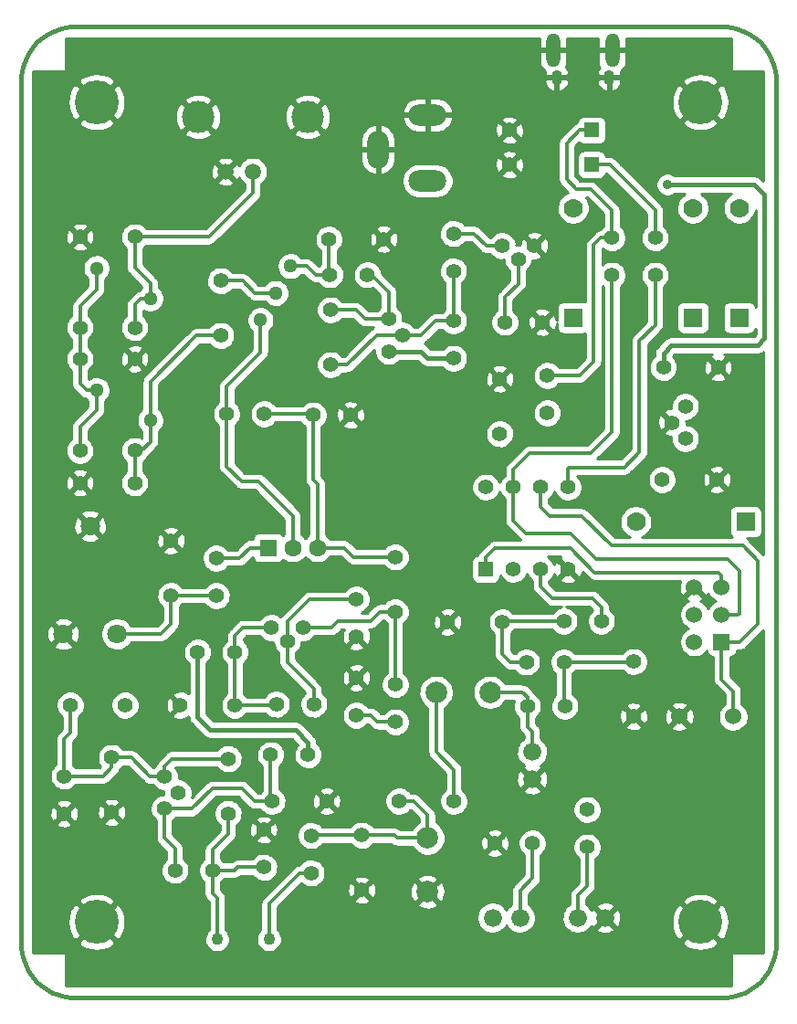
<source format=gbl>
G04 (created by PCBNEW-RS274X (2011-nov-30)-testing) date Thu 02 Feb 2012 12:30:29 PM PST*
G01*
G70*
G90*
%MOIN*%
G04 Gerber Fmt 3.4, Leading zero omitted, Abs format*
%FSLAX34Y34*%
G04 APERTURE LIST*
%ADD10C,0.006000*%
%ADD11C,0.015000*%
%ADD12C,0.055000*%
%ADD13R,0.055000X0.055000*%
%ADD14C,0.070000*%
%ADD15R,0.070000X0.070000*%
%ADD16R,0.060000X0.060000*%
%ADD17C,0.060000*%
%ADD18C,0.160000*%
%ADD19C,0.118100*%
%ADD20C,0.059100*%
%ADD21C,0.051200*%
%ADD22C,0.055100*%
%ADD23C,0.063000*%
%ADD24R,0.063000X0.063000*%
%ADD25C,0.070900*%
%ADD26C,0.043300*%
%ADD27C,0.078700*%
%ADD28C,0.066000*%
%ADD29O,0.051200X0.124000*%
%ADD30O,0.039400X0.055100*%
%ADD31O,0.137800X0.078700*%
%ADD32O,0.078700X0.137800*%
%ADD33C,0.035000*%
%ADD34C,0.016000*%
%ADD35C,0.012000*%
%ADD36C,0.010000*%
G04 APERTURE END LIST*
G54D10*
G54D11*
X45276Y-55118D02*
X45447Y-55110D01*
X45617Y-55088D01*
X45785Y-55050D01*
X45949Y-54999D01*
X46107Y-54933D01*
X46260Y-54854D01*
X46404Y-54762D01*
X46541Y-54657D01*
X46667Y-54541D01*
X46783Y-54415D01*
X46888Y-54278D01*
X46980Y-54133D01*
X47059Y-53981D01*
X47125Y-53823D01*
X47176Y-53659D01*
X47214Y-53491D01*
X47236Y-53321D01*
X47244Y-53150D01*
X19686Y-53150D02*
X19694Y-53321D01*
X19716Y-53491D01*
X19754Y-53659D01*
X19805Y-53823D01*
X19871Y-53981D01*
X19950Y-54133D01*
X20042Y-54278D01*
X20147Y-54415D01*
X20263Y-54541D01*
X20389Y-54657D01*
X20526Y-54762D01*
X20671Y-54854D01*
X20823Y-54933D01*
X20981Y-54999D01*
X21145Y-55050D01*
X21313Y-55088D01*
X21483Y-55110D01*
X21654Y-55118D01*
X21654Y-19685D02*
X21483Y-19693D01*
X21313Y-19715D01*
X21145Y-19753D01*
X20981Y-19804D01*
X20822Y-19870D01*
X20670Y-19949D01*
X20525Y-20042D01*
X20389Y-20146D01*
X20262Y-20262D01*
X20146Y-20389D01*
X20042Y-20525D01*
X19949Y-20670D01*
X19870Y-20822D01*
X19804Y-20981D01*
X19753Y-21145D01*
X19715Y-21313D01*
X19693Y-21483D01*
X19685Y-21654D01*
X47245Y-21654D02*
X47237Y-21483D01*
X47215Y-21313D01*
X47177Y-21145D01*
X47126Y-20981D01*
X47060Y-20822D01*
X46981Y-20670D01*
X46888Y-20525D01*
X46784Y-20389D01*
X46668Y-20262D01*
X46541Y-20146D01*
X46405Y-20042D01*
X46260Y-19949D01*
X46108Y-19870D01*
X45949Y-19804D01*
X45785Y-19753D01*
X45617Y-19715D01*
X45447Y-19693D01*
X45276Y-19685D01*
X21654Y-19685D02*
X45276Y-19685D01*
X47244Y-53150D02*
X47244Y-21654D01*
X21654Y-55118D02*
X45276Y-55118D01*
X19685Y-21654D02*
X19685Y-53150D01*
G54D12*
X37353Y-30473D03*
X38720Y-30473D03*
X35472Y-27236D03*
X35472Y-28603D03*
X35472Y-30425D03*
X35472Y-31792D03*
X31929Y-44812D03*
X31929Y-43445D03*
X29007Y-44409D03*
X30374Y-44409D03*
X31929Y-40582D03*
X31929Y-41949D03*
X33347Y-43693D03*
X33347Y-45060D03*
X25306Y-50472D03*
X26673Y-50472D03*
X40354Y-48259D03*
X40354Y-49626D03*
X32331Y-28741D03*
X30964Y-28741D03*
X26133Y-42520D03*
X27500Y-42520D03*
X26811Y-39086D03*
X26811Y-40453D03*
X30346Y-33858D03*
X31713Y-33858D03*
X27196Y-33819D03*
X28563Y-33819D03*
X30166Y-46260D03*
X28799Y-46260D03*
X21260Y-47039D03*
X21260Y-48406D03*
X30276Y-49204D03*
X30276Y-50571D03*
X38355Y-49488D03*
X36988Y-49488D03*
X40875Y-41378D03*
X39508Y-41378D03*
X38141Y-42874D03*
X39508Y-42874D03*
X39536Y-44488D03*
X38169Y-44488D03*
X41260Y-27393D03*
X41260Y-28760D03*
X42835Y-27393D03*
X42835Y-28760D03*
X28543Y-50363D03*
X28543Y-48996D03*
X38898Y-33788D03*
X38898Y-32421D03*
G54D13*
X36650Y-39492D03*
G54D12*
X37650Y-39492D03*
X38650Y-39492D03*
X39650Y-39492D03*
X39650Y-36492D03*
X38650Y-36492D03*
X37650Y-36492D03*
X36650Y-36492D03*
G54D14*
X42134Y-37756D03*
G54D15*
X46134Y-37756D03*
G54D14*
X45905Y-26306D03*
G54D15*
X45905Y-30306D03*
G54D14*
X44212Y-26306D03*
G54D15*
X44212Y-30306D03*
G54D14*
X39843Y-26307D03*
G54D15*
X39843Y-30307D03*
G54D13*
X40516Y-23465D03*
G54D12*
X37516Y-23465D03*
G54D13*
X40516Y-24724D03*
G54D12*
X37516Y-24724D03*
X23835Y-30669D03*
X21835Y-30669D03*
X43095Y-36220D03*
X45095Y-36220D03*
X43134Y-32126D03*
X45134Y-32126D03*
X37165Y-34543D03*
X37165Y-32543D03*
X37260Y-41417D03*
X35260Y-41417D03*
X33488Y-47953D03*
X35488Y-47953D03*
X32126Y-49197D03*
X32126Y-51197D03*
X42047Y-42858D03*
X42047Y-44858D03*
X27244Y-48402D03*
X27244Y-46402D03*
X22992Y-46362D03*
X22992Y-48362D03*
X33346Y-39039D03*
X33346Y-41039D03*
X21835Y-35157D03*
X23835Y-35157D03*
X28843Y-47953D03*
X30843Y-47953D03*
X23480Y-44449D03*
X21480Y-44449D03*
X30983Y-32024D03*
X30983Y-30024D03*
X23835Y-27362D03*
X21835Y-27362D03*
X21835Y-31811D03*
X23835Y-31811D03*
X23835Y-36339D03*
X21835Y-36339D03*
X26969Y-30961D03*
X26969Y-28961D03*
X30928Y-27442D03*
X32928Y-27442D03*
X25157Y-40449D03*
X25157Y-38449D03*
X27496Y-44449D03*
X25496Y-44449D03*
G54D16*
X45264Y-42142D03*
G54D17*
X44264Y-42142D03*
X45264Y-41142D03*
X44264Y-41142D03*
X45264Y-40142D03*
X44264Y-40142D03*
G54D18*
X22441Y-22441D03*
X44488Y-22441D03*
X22441Y-52362D03*
X44488Y-52362D03*
G54D19*
X26150Y-22980D03*
X30150Y-22980D03*
G54D20*
X28150Y-24980D03*
X27150Y-24980D03*
G54D21*
X22441Y-28504D03*
X24410Y-29606D03*
X24410Y-34055D03*
X22441Y-32953D03*
X29527Y-28425D03*
X28425Y-30394D03*
X28976Y-29410D03*
G54D22*
X43445Y-34134D03*
X43937Y-34725D03*
X43937Y-33543D03*
X37834Y-28170D03*
X38425Y-27678D03*
X37243Y-27678D03*
X25413Y-47638D03*
X24921Y-47047D03*
X24921Y-48229D03*
X33601Y-30946D03*
X33109Y-30355D03*
X33109Y-31537D03*
X29409Y-42106D03*
X30000Y-41614D03*
X28818Y-41614D03*
G54D23*
X29606Y-38701D03*
X30504Y-38701D03*
G54D24*
X28708Y-38701D03*
G54D25*
X21221Y-41851D03*
X23189Y-41851D03*
X22205Y-37913D03*
G54D26*
X28740Y-52992D03*
X26850Y-52992D03*
G54D27*
X36811Y-43976D03*
X34843Y-43976D03*
X34528Y-51260D03*
X34528Y-49292D03*
G54D28*
X36902Y-52205D03*
X37902Y-52205D03*
X38346Y-47154D03*
X38346Y-46154D03*
X40012Y-52205D03*
X41012Y-52205D03*
G54D29*
X39124Y-20541D03*
X41270Y-20541D03*
G54D30*
X39242Y-21547D03*
X41152Y-21547D03*
G54D17*
X43721Y-44862D03*
X45689Y-44862D03*
G54D31*
X34528Y-22913D03*
X34528Y-25315D03*
G54D32*
X32717Y-24173D03*
G54D33*
X43287Y-25453D03*
G54D34*
X46457Y-25453D02*
X43287Y-25453D01*
X46831Y-25827D02*
X46457Y-25453D01*
X46831Y-31062D02*
X46831Y-25827D01*
X46574Y-31319D02*
X46831Y-31062D01*
X43425Y-31319D02*
X46574Y-31319D01*
X43134Y-32126D02*
X43134Y-31610D01*
X43134Y-31610D02*
X43425Y-31319D01*
G54D35*
X38346Y-45413D02*
X38346Y-46154D01*
X37992Y-43976D02*
X38169Y-44153D01*
X38169Y-45236D02*
X38346Y-45413D01*
X36811Y-43976D02*
X37992Y-43976D01*
X38169Y-44153D02*
X38169Y-44488D01*
X38169Y-44488D02*
X38169Y-45236D01*
X37834Y-29076D02*
X37353Y-29557D01*
X37353Y-29557D02*
X37353Y-30473D01*
X37834Y-28170D02*
X37834Y-29076D01*
X45264Y-42142D02*
X45929Y-42142D01*
X46594Y-41477D02*
X46594Y-39173D01*
X45929Y-42142D02*
X46594Y-41477D01*
X46043Y-38622D02*
X41240Y-38622D01*
X38976Y-37539D02*
X38650Y-37213D01*
X38650Y-37213D02*
X38650Y-36492D01*
X45264Y-42142D02*
X45264Y-43512D01*
X46594Y-39173D02*
X46043Y-38622D01*
X45264Y-43512D02*
X45689Y-43937D01*
X40157Y-37539D02*
X38976Y-37539D01*
X45689Y-43937D02*
X45689Y-44862D01*
X41240Y-38622D02*
X40157Y-37539D01*
X42264Y-31142D02*
X42835Y-30571D01*
X42264Y-35217D02*
X42264Y-31142D01*
X41713Y-35768D02*
X42264Y-35217D01*
X39650Y-36492D02*
X39650Y-35803D01*
X39650Y-35803D02*
X39685Y-35768D01*
X42835Y-30571D02*
X42835Y-28760D01*
X39685Y-35768D02*
X41713Y-35768D01*
X37902Y-52205D02*
X37902Y-51212D01*
X38355Y-50759D02*
X38355Y-49488D01*
X37902Y-51212D02*
X38355Y-50759D01*
X37260Y-42595D02*
X37539Y-42874D01*
X39508Y-41378D02*
X37299Y-41378D01*
X37299Y-41378D02*
X37260Y-41417D01*
X37539Y-42874D02*
X38141Y-42874D01*
X37260Y-41417D02*
X37260Y-42595D01*
X41181Y-24724D02*
X42835Y-26378D01*
X42835Y-26378D02*
X42835Y-27393D01*
X40516Y-24724D02*
X41181Y-24724D01*
X29862Y-50571D02*
X28740Y-51693D01*
X28740Y-51693D02*
X28740Y-52992D01*
X30276Y-50571D02*
X29862Y-50571D01*
X34843Y-46162D02*
X35488Y-46807D01*
X34843Y-43976D02*
X34843Y-46162D01*
X35488Y-46807D02*
X35488Y-47953D01*
X40012Y-51386D02*
X40354Y-51044D01*
X40354Y-51044D02*
X40354Y-49626D01*
X40012Y-52205D02*
X40012Y-51386D01*
X30983Y-32024D02*
X31598Y-32024D01*
X32676Y-30946D02*
X33601Y-30946D01*
X33601Y-30946D02*
X34290Y-30946D01*
X34290Y-30946D02*
X34811Y-30425D01*
X31598Y-32024D02*
X32676Y-30946D01*
X35472Y-28603D02*
X35472Y-30425D01*
X34811Y-30425D02*
X35472Y-30425D01*
X36675Y-27678D02*
X37243Y-27678D01*
X36233Y-27236D02*
X36675Y-27678D01*
X35472Y-27236D02*
X36233Y-27236D01*
X31929Y-44812D02*
X32450Y-44812D01*
X32698Y-45060D02*
X33347Y-45060D01*
X32450Y-44812D02*
X32698Y-45060D01*
X27795Y-41614D02*
X27500Y-41909D01*
X28967Y-44449D02*
X29007Y-44409D01*
X28818Y-41614D02*
X27795Y-41614D01*
X27496Y-44449D02*
X28967Y-44449D01*
X27500Y-42520D02*
X27500Y-44445D01*
X27500Y-41909D02*
X27500Y-42520D01*
X27500Y-44445D02*
X27496Y-44449D01*
X30307Y-33819D02*
X30346Y-33858D01*
X28563Y-33819D02*
X30307Y-33819D01*
X33346Y-39039D02*
X31815Y-39039D01*
X30346Y-36213D02*
X30504Y-36371D01*
X30504Y-36371D02*
X30504Y-38701D01*
X30346Y-33858D02*
X30346Y-36213D01*
X31815Y-39039D02*
X31477Y-38701D01*
X31477Y-38701D02*
X30504Y-38701D01*
X28425Y-31575D02*
X28425Y-30394D01*
X29606Y-37539D02*
X28347Y-36280D01*
X28347Y-36280D02*
X27736Y-36280D01*
X27196Y-32804D02*
X28425Y-31575D01*
X29606Y-38701D02*
X29606Y-37539D01*
X27196Y-35740D02*
X27196Y-33819D01*
X27196Y-33819D02*
X27196Y-32804D01*
X27736Y-36280D02*
X27196Y-35740D01*
X28708Y-38701D02*
X28051Y-38701D01*
X27666Y-39086D02*
X26811Y-39086D01*
X28051Y-38701D02*
X27666Y-39086D01*
X27780Y-28961D02*
X26969Y-28961D01*
X28229Y-29410D02*
X27780Y-28961D01*
X28976Y-29410D02*
X28229Y-29410D01*
X33406Y-49292D02*
X34528Y-49292D01*
X32126Y-49197D02*
X30283Y-49197D01*
X30283Y-49197D02*
X30276Y-49204D01*
X32126Y-49197D02*
X33311Y-49197D01*
X34016Y-47953D02*
X34528Y-48465D01*
X34528Y-48465D02*
X34528Y-49292D01*
X33488Y-47953D02*
X34016Y-47953D01*
X33311Y-49197D02*
X33406Y-49292D01*
X33346Y-43692D02*
X33347Y-43693D01*
X31024Y-41614D02*
X31260Y-41378D01*
X31260Y-41378D02*
X32441Y-41378D01*
X32441Y-41378D02*
X32780Y-41039D01*
X32780Y-41039D02*
X33346Y-41039D01*
X30000Y-41614D02*
X31024Y-41614D01*
X33346Y-41039D02*
X33346Y-43692D01*
X23835Y-28480D02*
X23835Y-27362D01*
X24410Y-29606D02*
X24410Y-29055D01*
X26536Y-27362D02*
X28150Y-25748D01*
X24056Y-29606D02*
X23835Y-29827D01*
X28150Y-25748D02*
X28150Y-24980D01*
X24410Y-29606D02*
X24056Y-29606D01*
X23835Y-29827D02*
X23835Y-30669D01*
X23835Y-27362D02*
X26536Y-27362D01*
X24410Y-29055D02*
X23835Y-28480D01*
X30374Y-44409D02*
X30374Y-43858D01*
X29409Y-42106D02*
X29409Y-41399D01*
X30226Y-40582D02*
X31929Y-40582D01*
X30374Y-43858D02*
X29409Y-42893D01*
X29409Y-41399D02*
X30226Y-40582D01*
X29409Y-42893D02*
X29409Y-42106D01*
X26850Y-51496D02*
X26673Y-51319D01*
X27244Y-49154D02*
X26673Y-49725D01*
X27589Y-50363D02*
X27480Y-50472D01*
X28543Y-50363D02*
X27589Y-50363D01*
X26673Y-51319D02*
X26673Y-50472D01*
X26850Y-52992D02*
X26850Y-51496D01*
X26673Y-49725D02*
X26673Y-50472D01*
X27244Y-48402D02*
X27244Y-49154D01*
X27480Y-50472D02*
X26673Y-50472D01*
X28209Y-47953D02*
X28843Y-47953D01*
X27736Y-47480D02*
X28209Y-47953D01*
X24921Y-49291D02*
X25306Y-49676D01*
X26673Y-47480D02*
X27736Y-47480D01*
X25924Y-48229D02*
X26673Y-47480D01*
X24921Y-48229D02*
X25924Y-48229D01*
X24921Y-48229D02*
X24921Y-49291D01*
X25306Y-49676D02*
X25306Y-50472D01*
X28799Y-46260D02*
X28799Y-47909D01*
X28799Y-47909D02*
X28843Y-47953D01*
X23704Y-46362D02*
X22992Y-46362D01*
X24389Y-47047D02*
X23704Y-46362D01*
X24921Y-47047D02*
X24921Y-46674D01*
X25193Y-46402D02*
X27244Y-46402D01*
X21260Y-45669D02*
X21480Y-45449D01*
X24921Y-46674D02*
X25193Y-46402D01*
X24921Y-47047D02*
X24389Y-47047D01*
X21260Y-47039D02*
X21260Y-45669D01*
X21480Y-45449D02*
X21480Y-44449D01*
X22992Y-46362D02*
X22992Y-46732D01*
X22685Y-47039D02*
X21260Y-47039D01*
X22992Y-46732D02*
X22685Y-47039D01*
X30928Y-27442D02*
X30928Y-28705D01*
X30928Y-28705D02*
X30964Y-28741D01*
X30434Y-28741D02*
X30118Y-28425D01*
X30118Y-28425D02*
X29527Y-28425D01*
X30964Y-28741D02*
X30434Y-28741D01*
X39508Y-42874D02*
X39508Y-44460D01*
X39508Y-44460D02*
X39536Y-44488D01*
X39508Y-42874D02*
X42031Y-42874D01*
X42031Y-42874D02*
X42047Y-42858D01*
X30983Y-30024D02*
X31914Y-30024D01*
X32481Y-28741D02*
X33109Y-29369D01*
X32245Y-30355D02*
X33109Y-30355D01*
X32331Y-28741D02*
X32481Y-28741D01*
X31914Y-30024D02*
X32245Y-30355D01*
X33109Y-29369D02*
X33109Y-30355D01*
X24410Y-32637D02*
X24410Y-34055D01*
X23835Y-35157D02*
X24095Y-35157D01*
X24410Y-34842D02*
X24410Y-34055D01*
X26086Y-30961D02*
X24410Y-32637D01*
X23835Y-36339D02*
X23835Y-35157D01*
X24095Y-35157D02*
X24410Y-34842D01*
X26969Y-30961D02*
X26086Y-30961D01*
X22441Y-29291D02*
X22441Y-28504D01*
X21835Y-32721D02*
X21835Y-31811D01*
X21835Y-30669D02*
X21835Y-29897D01*
X22067Y-32953D02*
X21835Y-32721D01*
X21835Y-30669D02*
X21835Y-31811D01*
X22441Y-32953D02*
X22067Y-32953D01*
X22441Y-33681D02*
X22441Y-32953D01*
X21835Y-35157D02*
X21835Y-34287D01*
X21835Y-29897D02*
X22441Y-29291D01*
X21835Y-34287D02*
X22441Y-33681D01*
X26811Y-40453D02*
X25161Y-40453D01*
X25161Y-40453D02*
X25157Y-40449D01*
X24782Y-41851D02*
X25157Y-41476D01*
X25157Y-41476D02*
X25157Y-40449D01*
X23189Y-41851D02*
X24782Y-41851D01*
X39606Y-23937D02*
X39606Y-25256D01*
X41260Y-26398D02*
X41260Y-27393D01*
X40079Y-32421D02*
X40591Y-31909D01*
X40078Y-23465D02*
X39606Y-23937D01*
X40591Y-31909D02*
X40591Y-27657D01*
X38898Y-32421D02*
X40079Y-32421D01*
X39606Y-25256D02*
X39960Y-25610D01*
X40855Y-27393D02*
X41260Y-27393D01*
X40516Y-23465D02*
X40078Y-23465D01*
X39960Y-25610D02*
X40472Y-25610D01*
X40591Y-27657D02*
X40855Y-27393D01*
X40472Y-25610D02*
X41260Y-26398D01*
X39094Y-40551D02*
X40551Y-40551D01*
X38650Y-40107D02*
X39094Y-40551D01*
X40875Y-40875D02*
X40875Y-41378D01*
X40551Y-40551D02*
X40875Y-40875D01*
X38650Y-39492D02*
X38650Y-40107D01*
X45264Y-40142D02*
X45264Y-39713D01*
X36650Y-39058D02*
X36650Y-39492D01*
X36988Y-38720D02*
X36650Y-39058D01*
X39744Y-38720D02*
X36988Y-38720D01*
X40630Y-39606D02*
X39744Y-38720D01*
X45157Y-39606D02*
X40630Y-39606D01*
X45264Y-39713D02*
X45157Y-39606D01*
X39744Y-38169D02*
X38109Y-38169D01*
X45472Y-39114D02*
X40689Y-39114D01*
X40689Y-39114D02*
X39744Y-38169D01*
X38109Y-38169D02*
X37650Y-37710D01*
X37650Y-37710D02*
X37650Y-36492D01*
X45264Y-41142D02*
X45866Y-41142D01*
X45906Y-39548D02*
X45472Y-39114D01*
X40492Y-35256D02*
X38248Y-35256D01*
X38248Y-35256D02*
X37650Y-35854D01*
X37650Y-35854D02*
X37650Y-36492D01*
X45866Y-41142D02*
X45906Y-41102D01*
X45906Y-41102D02*
X45906Y-39548D01*
X41260Y-28760D02*
X41260Y-34488D01*
X41260Y-34488D02*
X40492Y-35256D01*
G54D34*
X33109Y-31537D02*
X34274Y-31537D01*
X34529Y-31792D02*
X35472Y-31792D01*
X34274Y-31537D02*
X34529Y-31792D01*
X30166Y-46260D02*
X30166Y-45816D01*
X30166Y-45816D02*
X29704Y-45354D01*
X29704Y-45354D02*
X26594Y-45354D01*
X26594Y-45354D02*
X26133Y-44893D01*
X26133Y-44893D02*
X26133Y-42520D01*
G54D10*
G36*
X46800Y-53493D02*
X45619Y-53493D01*
X45619Y-54674D01*
X45542Y-54674D01*
X45542Y-52357D01*
X45521Y-52152D01*
X45460Y-51955D01*
X45369Y-51784D01*
X45224Y-51697D01*
X45153Y-51768D01*
X45153Y-51626D01*
X45066Y-51481D01*
X44885Y-51385D01*
X44687Y-51327D01*
X44483Y-51308D01*
X44278Y-51329D01*
X44272Y-51330D01*
X44272Y-44836D01*
X44256Y-44730D01*
X44220Y-44629D01*
X44194Y-44580D01*
X44101Y-44553D01*
X44030Y-44624D01*
X44030Y-44482D01*
X44003Y-44389D01*
X43906Y-44343D01*
X43802Y-44317D01*
X43695Y-44311D01*
X43589Y-44327D01*
X43488Y-44363D01*
X43439Y-44389D01*
X43412Y-44482D01*
X43721Y-44791D01*
X44030Y-44482D01*
X44030Y-44624D01*
X43792Y-44862D01*
X44101Y-45171D01*
X44194Y-45144D01*
X44240Y-45047D01*
X44266Y-44943D01*
X44272Y-44836D01*
X44272Y-51330D01*
X44081Y-51390D01*
X44030Y-51417D01*
X44030Y-45242D01*
X43721Y-44933D01*
X43650Y-45004D01*
X43650Y-44862D01*
X43341Y-44553D01*
X43248Y-44580D01*
X43202Y-44677D01*
X43176Y-44781D01*
X43170Y-44888D01*
X43186Y-44994D01*
X43222Y-45095D01*
X43248Y-45144D01*
X43341Y-45171D01*
X43650Y-44862D01*
X43650Y-45004D01*
X43412Y-45242D01*
X43439Y-45335D01*
X43536Y-45381D01*
X43640Y-45407D01*
X43747Y-45413D01*
X43853Y-45397D01*
X43954Y-45361D01*
X44003Y-45335D01*
X44030Y-45242D01*
X44030Y-51417D01*
X43910Y-51481D01*
X43823Y-51626D01*
X44488Y-52291D01*
X45153Y-51626D01*
X45153Y-51768D01*
X44559Y-52362D01*
X45224Y-53027D01*
X45369Y-52940D01*
X45465Y-52759D01*
X45523Y-52561D01*
X45542Y-52357D01*
X45542Y-54674D01*
X45153Y-54674D01*
X45153Y-53098D01*
X44488Y-52433D01*
X44417Y-52504D01*
X44417Y-52362D01*
X43752Y-51697D01*
X43607Y-51784D01*
X43511Y-51965D01*
X43453Y-52163D01*
X43434Y-52367D01*
X43455Y-52572D01*
X43516Y-52769D01*
X43607Y-52940D01*
X43752Y-53027D01*
X44417Y-52362D01*
X44417Y-52504D01*
X43823Y-53098D01*
X43910Y-53243D01*
X44091Y-53339D01*
X44289Y-53397D01*
X44493Y-53416D01*
X44698Y-53395D01*
X44895Y-53334D01*
X45066Y-53243D01*
X45153Y-53098D01*
X45153Y-54674D01*
X42574Y-54674D01*
X42574Y-44830D01*
X42571Y-44811D01*
X42571Y-42807D01*
X42551Y-42706D01*
X42512Y-42611D01*
X42455Y-42526D01*
X42383Y-42453D01*
X42298Y-42395D01*
X42203Y-42355D01*
X42102Y-42334D01*
X42000Y-42334D01*
X41899Y-42353D01*
X41803Y-42391D01*
X41717Y-42447D01*
X41644Y-42519D01*
X41613Y-42564D01*
X39930Y-42564D01*
X39916Y-42542D01*
X39844Y-42469D01*
X39759Y-42411D01*
X39664Y-42371D01*
X39563Y-42350D01*
X39461Y-42350D01*
X39360Y-42369D01*
X39264Y-42407D01*
X39178Y-42463D01*
X39105Y-42535D01*
X39047Y-42620D01*
X39006Y-42714D01*
X38985Y-42815D01*
X38983Y-42918D01*
X39002Y-43019D01*
X39040Y-43114D01*
X39095Y-43201D01*
X39166Y-43275D01*
X39198Y-43296D01*
X39198Y-44084D01*
X39133Y-44149D01*
X39075Y-44234D01*
X39034Y-44328D01*
X39013Y-44429D01*
X39011Y-44532D01*
X39030Y-44633D01*
X39068Y-44728D01*
X39123Y-44815D01*
X39194Y-44889D01*
X39279Y-44947D01*
X39373Y-44989D01*
X39473Y-45011D01*
X39576Y-45013D01*
X39677Y-44995D01*
X39773Y-44958D01*
X39860Y-44903D01*
X39934Y-44832D01*
X39994Y-44748D01*
X40035Y-44655D01*
X40058Y-44554D01*
X40060Y-44437D01*
X40040Y-44336D01*
X40001Y-44241D01*
X39944Y-44156D01*
X39872Y-44083D01*
X39818Y-44046D01*
X39818Y-43297D01*
X39832Y-43289D01*
X39906Y-43218D01*
X39930Y-43184D01*
X41633Y-43184D01*
X41634Y-43185D01*
X41705Y-43259D01*
X41790Y-43317D01*
X41884Y-43359D01*
X41984Y-43381D01*
X42087Y-43383D01*
X42188Y-43365D01*
X42284Y-43328D01*
X42371Y-43273D01*
X42445Y-43202D01*
X42505Y-43118D01*
X42546Y-43025D01*
X42569Y-42924D01*
X42571Y-42807D01*
X42571Y-44811D01*
X42558Y-44729D01*
X42524Y-44632D01*
X42500Y-44590D01*
X42409Y-44567D01*
X42338Y-44638D01*
X42338Y-44496D01*
X42315Y-44405D01*
X42222Y-44361D01*
X42122Y-44336D01*
X42019Y-44331D01*
X41918Y-44347D01*
X41821Y-44381D01*
X41779Y-44405D01*
X41756Y-44496D01*
X42047Y-44787D01*
X42338Y-44496D01*
X42338Y-44638D01*
X42118Y-44858D01*
X42409Y-45149D01*
X42500Y-45126D01*
X42544Y-45033D01*
X42569Y-44933D01*
X42574Y-44830D01*
X42574Y-54674D01*
X42338Y-54674D01*
X42338Y-45220D01*
X42047Y-44929D01*
X41976Y-45000D01*
X41976Y-44858D01*
X41685Y-44567D01*
X41594Y-44590D01*
X41550Y-44683D01*
X41525Y-44783D01*
X41520Y-44886D01*
X41536Y-44987D01*
X41570Y-45084D01*
X41594Y-45126D01*
X41685Y-45149D01*
X41976Y-44858D01*
X41976Y-45000D01*
X41756Y-45220D01*
X41779Y-45311D01*
X41872Y-45355D01*
X41972Y-45380D01*
X42075Y-45385D01*
X42176Y-45369D01*
X42273Y-45335D01*
X42315Y-45311D01*
X42338Y-45220D01*
X42338Y-54674D01*
X41592Y-54674D01*
X41592Y-52180D01*
X41576Y-52067D01*
X41538Y-51960D01*
X41510Y-51905D01*
X41413Y-51875D01*
X41342Y-51946D01*
X41342Y-51804D01*
X41312Y-51707D01*
X41209Y-51658D01*
X41100Y-51631D01*
X40987Y-51625D01*
X40874Y-51641D01*
X40767Y-51679D01*
X40712Y-51707D01*
X40682Y-51804D01*
X41012Y-52134D01*
X41342Y-51804D01*
X41342Y-51946D01*
X41083Y-52205D01*
X41413Y-52535D01*
X41510Y-52505D01*
X41559Y-52402D01*
X41586Y-52293D01*
X41592Y-52180D01*
X41592Y-54674D01*
X41342Y-54674D01*
X41342Y-52606D01*
X41012Y-52276D01*
X40941Y-52347D01*
X40941Y-52205D01*
X40611Y-51875D01*
X40514Y-51905D01*
X40511Y-51910D01*
X40463Y-51837D01*
X40383Y-51757D01*
X40322Y-51715D01*
X40322Y-51514D01*
X40571Y-51265D01*
X40573Y-51264D01*
X40596Y-51234D01*
X40610Y-51219D01*
X40611Y-51217D01*
X40639Y-51166D01*
X40639Y-51165D01*
X40640Y-51164D01*
X40657Y-51108D01*
X40658Y-51105D01*
X40659Y-51084D01*
X40664Y-51048D01*
X40664Y-51044D01*
X40664Y-50049D01*
X40678Y-50041D01*
X40752Y-49970D01*
X40812Y-49886D01*
X40853Y-49793D01*
X40876Y-49692D01*
X40878Y-49575D01*
X40878Y-48208D01*
X40858Y-48107D01*
X40819Y-48012D01*
X40762Y-47927D01*
X40690Y-47854D01*
X40605Y-47796D01*
X40510Y-47756D01*
X40409Y-47735D01*
X40307Y-47735D01*
X40206Y-47754D01*
X40110Y-47792D01*
X40024Y-47848D01*
X39951Y-47920D01*
X39893Y-48005D01*
X39852Y-48099D01*
X39831Y-48200D01*
X39829Y-48303D01*
X39848Y-48404D01*
X39886Y-48499D01*
X39941Y-48586D01*
X40012Y-48660D01*
X40097Y-48718D01*
X40191Y-48760D01*
X40291Y-48782D01*
X40394Y-48784D01*
X40495Y-48766D01*
X40591Y-48729D01*
X40678Y-48674D01*
X40752Y-48603D01*
X40812Y-48519D01*
X40853Y-48426D01*
X40876Y-48325D01*
X40878Y-48208D01*
X40878Y-49575D01*
X40858Y-49474D01*
X40819Y-49379D01*
X40762Y-49294D01*
X40690Y-49221D01*
X40605Y-49163D01*
X40510Y-49123D01*
X40409Y-49102D01*
X40307Y-49102D01*
X40206Y-49121D01*
X40110Y-49159D01*
X40024Y-49215D01*
X39951Y-49287D01*
X39893Y-49372D01*
X39852Y-49466D01*
X39831Y-49567D01*
X39829Y-49670D01*
X39848Y-49771D01*
X39886Y-49866D01*
X39941Y-49953D01*
X40012Y-50027D01*
X40044Y-50048D01*
X40044Y-50915D01*
X39793Y-51167D01*
X39781Y-51181D01*
X39756Y-51211D01*
X39727Y-51264D01*
X39726Y-51264D01*
X39726Y-51266D01*
X39708Y-51325D01*
X39704Y-51364D01*
X39702Y-51382D01*
X39702Y-51385D01*
X39702Y-51386D01*
X39702Y-51716D01*
X39647Y-51752D01*
X39566Y-51831D01*
X39502Y-51925D01*
X39457Y-52029D01*
X39434Y-52140D01*
X39432Y-52254D01*
X39453Y-52366D01*
X39495Y-52471D01*
X39556Y-52567D01*
X39635Y-52648D01*
X39728Y-52713D01*
X39832Y-52758D01*
X39943Y-52783D01*
X40057Y-52785D01*
X40169Y-52765D01*
X40275Y-52724D01*
X40370Y-52663D01*
X40453Y-52585D01*
X40511Y-52500D01*
X40514Y-52505D01*
X40611Y-52535D01*
X40941Y-52205D01*
X40941Y-52347D01*
X40682Y-52606D01*
X40712Y-52703D01*
X40815Y-52752D01*
X40924Y-52779D01*
X41037Y-52785D01*
X41150Y-52769D01*
X41257Y-52731D01*
X41312Y-52703D01*
X41342Y-52606D01*
X41342Y-54674D01*
X38926Y-54674D01*
X38926Y-47129D01*
X38925Y-47121D01*
X38925Y-46097D01*
X38903Y-45986D01*
X38860Y-45881D01*
X38797Y-45786D01*
X38717Y-45706D01*
X38656Y-45664D01*
X38656Y-45413D01*
X38652Y-45377D01*
X38651Y-45356D01*
X38650Y-45353D01*
X38634Y-45298D01*
X38633Y-45297D01*
X38633Y-45295D01*
X38605Y-45244D01*
X38604Y-45241D01*
X38584Y-45217D01*
X38568Y-45196D01*
X38566Y-45195D01*
X38565Y-45194D01*
X38479Y-45108D01*
X38479Y-44911D01*
X38493Y-44903D01*
X38567Y-44832D01*
X38627Y-44748D01*
X38668Y-44655D01*
X38691Y-44554D01*
X38693Y-44437D01*
X38673Y-44336D01*
X38634Y-44241D01*
X38577Y-44156D01*
X38505Y-44083D01*
X38461Y-44053D01*
X38457Y-44038D01*
X38456Y-44037D01*
X38456Y-44035D01*
X38428Y-43984D01*
X38427Y-43981D01*
X38407Y-43957D01*
X38391Y-43936D01*
X38389Y-43935D01*
X38388Y-43934D01*
X38213Y-43759D01*
X38211Y-43757D01*
X38197Y-43745D01*
X38167Y-43720D01*
X38165Y-43719D01*
X38114Y-43691D01*
X38113Y-43690D01*
X38112Y-43690D01*
X38056Y-43673D01*
X38053Y-43672D01*
X38014Y-43668D01*
X37996Y-43666D01*
X37993Y-43666D01*
X37992Y-43666D01*
X37376Y-43666D01*
X37312Y-43568D01*
X37223Y-43478D01*
X37118Y-43408D01*
X37002Y-43359D01*
X36879Y-43333D01*
X36752Y-43333D01*
X36629Y-43356D01*
X36512Y-43403D01*
X36406Y-43472D01*
X36316Y-43561D01*
X36245Y-43665D01*
X36195Y-43781D01*
X36169Y-43904D01*
X36167Y-44030D01*
X36190Y-44154D01*
X36236Y-44271D01*
X36305Y-44377D01*
X36392Y-44468D01*
X36496Y-44540D01*
X36611Y-44590D01*
X36734Y-44618D01*
X36861Y-44620D01*
X36985Y-44598D01*
X37102Y-44553D01*
X37209Y-44485D01*
X37300Y-44398D01*
X37373Y-44295D01*
X37376Y-44286D01*
X37685Y-44286D01*
X37667Y-44328D01*
X37646Y-44429D01*
X37644Y-44532D01*
X37663Y-44633D01*
X37701Y-44728D01*
X37756Y-44815D01*
X37827Y-44889D01*
X37859Y-44910D01*
X37859Y-45233D01*
X37859Y-45236D01*
X37860Y-45251D01*
X37864Y-45293D01*
X37865Y-45296D01*
X37881Y-45351D01*
X37882Y-45354D01*
X37898Y-45384D01*
X37909Y-45405D01*
X37910Y-45406D01*
X37911Y-45408D01*
X37931Y-45432D01*
X37947Y-45452D01*
X37949Y-45454D01*
X37950Y-45455D01*
X38036Y-45541D01*
X38036Y-45665D01*
X37981Y-45701D01*
X37900Y-45780D01*
X37836Y-45874D01*
X37791Y-45978D01*
X37768Y-46089D01*
X37766Y-46203D01*
X37787Y-46315D01*
X37829Y-46420D01*
X37890Y-46516D01*
X37969Y-46597D01*
X38050Y-46653D01*
X38046Y-46656D01*
X38016Y-46753D01*
X38346Y-47083D01*
X38676Y-46753D01*
X38646Y-46656D01*
X38639Y-46653D01*
X38704Y-46612D01*
X38787Y-46534D01*
X38852Y-46441D01*
X38898Y-46337D01*
X38923Y-46227D01*
X38925Y-46097D01*
X38925Y-47121D01*
X38910Y-47016D01*
X38872Y-46909D01*
X38844Y-46854D01*
X38747Y-46824D01*
X38417Y-47154D01*
X38747Y-47484D01*
X38844Y-47454D01*
X38893Y-47351D01*
X38920Y-47242D01*
X38926Y-47129D01*
X38926Y-54674D01*
X38879Y-54674D01*
X38879Y-49437D01*
X38859Y-49336D01*
X38820Y-49241D01*
X38763Y-49156D01*
X38691Y-49083D01*
X38676Y-49072D01*
X38676Y-47555D01*
X38346Y-47225D01*
X38275Y-47296D01*
X38275Y-47154D01*
X37945Y-46824D01*
X37848Y-46854D01*
X37799Y-46957D01*
X37772Y-47066D01*
X37766Y-47179D01*
X37782Y-47292D01*
X37820Y-47399D01*
X37848Y-47454D01*
X37945Y-47484D01*
X38275Y-47154D01*
X38275Y-47296D01*
X38016Y-47555D01*
X38046Y-47652D01*
X38149Y-47701D01*
X38258Y-47728D01*
X38371Y-47734D01*
X38484Y-47718D01*
X38591Y-47680D01*
X38646Y-47652D01*
X38676Y-47555D01*
X38676Y-49072D01*
X38606Y-49025D01*
X38511Y-48985D01*
X38410Y-48964D01*
X38308Y-48964D01*
X38207Y-48983D01*
X38111Y-49021D01*
X38025Y-49077D01*
X37952Y-49149D01*
X37894Y-49234D01*
X37853Y-49328D01*
X37832Y-49429D01*
X37830Y-49532D01*
X37849Y-49633D01*
X37887Y-49728D01*
X37942Y-49815D01*
X38013Y-49889D01*
X38045Y-49910D01*
X38045Y-50630D01*
X37683Y-50993D01*
X37671Y-51007D01*
X37646Y-51037D01*
X37617Y-51090D01*
X37616Y-51090D01*
X37616Y-51092D01*
X37598Y-51151D01*
X37594Y-51190D01*
X37592Y-51208D01*
X37592Y-51211D01*
X37592Y-51212D01*
X37592Y-51716D01*
X37537Y-51752D01*
X37515Y-51773D01*
X37515Y-49460D01*
X37499Y-49359D01*
X37465Y-49262D01*
X37441Y-49220D01*
X37350Y-49197D01*
X37279Y-49268D01*
X37279Y-49126D01*
X37256Y-49035D01*
X37163Y-48991D01*
X37063Y-48966D01*
X36960Y-48961D01*
X36859Y-48977D01*
X36762Y-49011D01*
X36720Y-49035D01*
X36697Y-49126D01*
X36988Y-49417D01*
X37279Y-49126D01*
X37279Y-49268D01*
X37059Y-49488D01*
X37350Y-49779D01*
X37441Y-49756D01*
X37485Y-49663D01*
X37510Y-49563D01*
X37515Y-49460D01*
X37515Y-51773D01*
X37456Y-51831D01*
X37401Y-51910D01*
X37353Y-51837D01*
X37279Y-51763D01*
X37279Y-49850D01*
X36988Y-49559D01*
X36917Y-49630D01*
X36917Y-49488D01*
X36626Y-49197D01*
X36535Y-49220D01*
X36491Y-49313D01*
X36466Y-49413D01*
X36461Y-49516D01*
X36477Y-49617D01*
X36511Y-49714D01*
X36535Y-49756D01*
X36626Y-49779D01*
X36917Y-49488D01*
X36917Y-49630D01*
X36697Y-49850D01*
X36720Y-49941D01*
X36813Y-49985D01*
X36913Y-50010D01*
X37016Y-50015D01*
X37117Y-49999D01*
X37214Y-49965D01*
X37256Y-49941D01*
X37279Y-49850D01*
X37279Y-51763D01*
X37273Y-51757D01*
X37179Y-51693D01*
X37074Y-51649D01*
X36963Y-51626D01*
X36849Y-51626D01*
X36738Y-51647D01*
X36632Y-51690D01*
X36537Y-51752D01*
X36456Y-51831D01*
X36392Y-51925D01*
X36347Y-52029D01*
X36324Y-52140D01*
X36322Y-52254D01*
X36343Y-52366D01*
X36385Y-52471D01*
X36446Y-52567D01*
X36525Y-52648D01*
X36618Y-52713D01*
X36722Y-52758D01*
X36833Y-52783D01*
X36947Y-52785D01*
X37059Y-52765D01*
X37165Y-52724D01*
X37260Y-52663D01*
X37343Y-52585D01*
X37402Y-52499D01*
X37446Y-52567D01*
X37525Y-52648D01*
X37618Y-52713D01*
X37722Y-52758D01*
X37833Y-52783D01*
X37947Y-52785D01*
X38059Y-52765D01*
X38165Y-52724D01*
X38260Y-52663D01*
X38343Y-52585D01*
X38408Y-52492D01*
X38454Y-52388D01*
X38479Y-52278D01*
X38481Y-52148D01*
X38459Y-52037D01*
X38416Y-51932D01*
X38353Y-51837D01*
X38273Y-51757D01*
X38212Y-51715D01*
X38212Y-51340D01*
X38572Y-50980D01*
X38574Y-50979D01*
X38597Y-50949D01*
X38611Y-50934D01*
X38612Y-50932D01*
X38640Y-50881D01*
X38640Y-50880D01*
X38641Y-50879D01*
X38658Y-50823D01*
X38659Y-50820D01*
X38660Y-50799D01*
X38665Y-50763D01*
X38665Y-50759D01*
X38665Y-49911D01*
X38679Y-49903D01*
X38753Y-49832D01*
X38813Y-49748D01*
X38854Y-49655D01*
X38877Y-49554D01*
X38879Y-49437D01*
X38879Y-54674D01*
X36012Y-54674D01*
X36012Y-47902D01*
X35996Y-47821D01*
X35996Y-31741D01*
X35976Y-31640D01*
X35937Y-31545D01*
X35880Y-31460D01*
X35808Y-31387D01*
X35723Y-31329D01*
X35628Y-31289D01*
X35527Y-31268D01*
X35425Y-31268D01*
X35324Y-31287D01*
X35228Y-31325D01*
X35142Y-31381D01*
X35069Y-31453D01*
X35062Y-31462D01*
X34665Y-31462D01*
X34513Y-31310D01*
X34510Y-31306D01*
X34507Y-31304D01*
X34479Y-31281D01*
X34460Y-31265D01*
X34458Y-31263D01*
X34405Y-31234D01*
X34405Y-31233D01*
X34408Y-31233D01*
X34438Y-31216D01*
X34459Y-31206D01*
X34460Y-31204D01*
X34462Y-31204D01*
X34486Y-31184D01*
X34506Y-31168D01*
X34508Y-31166D01*
X34509Y-31165D01*
X34939Y-30735D01*
X35048Y-30735D01*
X35059Y-30752D01*
X35130Y-30826D01*
X35215Y-30884D01*
X35309Y-30926D01*
X35409Y-30948D01*
X35512Y-30950D01*
X35613Y-30932D01*
X35709Y-30895D01*
X35796Y-30840D01*
X35870Y-30769D01*
X35930Y-30685D01*
X35971Y-30592D01*
X35994Y-30491D01*
X35996Y-30374D01*
X35976Y-30273D01*
X35937Y-30178D01*
X35880Y-30093D01*
X35808Y-30020D01*
X35782Y-30002D01*
X35782Y-29026D01*
X35796Y-29018D01*
X35870Y-28947D01*
X35930Y-28863D01*
X35971Y-28770D01*
X35994Y-28669D01*
X35996Y-28552D01*
X35976Y-28451D01*
X35937Y-28356D01*
X35880Y-28271D01*
X35808Y-28198D01*
X35723Y-28140D01*
X35628Y-28100D01*
X35527Y-28079D01*
X35425Y-28079D01*
X35324Y-28098D01*
X35228Y-28136D01*
X35142Y-28192D01*
X35069Y-28264D01*
X35011Y-28349D01*
X34970Y-28443D01*
X34949Y-28544D01*
X34947Y-28647D01*
X34966Y-28748D01*
X35004Y-28843D01*
X35059Y-28930D01*
X35130Y-29004D01*
X35162Y-29025D01*
X35162Y-30000D01*
X35142Y-30014D01*
X35069Y-30086D01*
X35049Y-30115D01*
X34811Y-30115D01*
X34751Y-30121D01*
X34693Y-30138D01*
X34639Y-30167D01*
X34603Y-30196D01*
X34594Y-30204D01*
X34591Y-30206D01*
X34161Y-30636D01*
X34023Y-30636D01*
X34009Y-30614D01*
X33937Y-30541D01*
X33852Y-30483D01*
X33757Y-30443D01*
X33656Y-30422D01*
X33630Y-30422D01*
X33631Y-30421D01*
X33633Y-30304D01*
X33613Y-30203D01*
X33574Y-30108D01*
X33517Y-30023D01*
X33455Y-29960D01*
X33455Y-27414D01*
X33439Y-27313D01*
X33405Y-27216D01*
X33381Y-27174D01*
X33360Y-27168D01*
X33360Y-24567D01*
X33360Y-24223D01*
X33360Y-24123D01*
X33360Y-23779D01*
X33329Y-23656D01*
X33274Y-23541D01*
X33198Y-23439D01*
X33104Y-23354D01*
X32995Y-23289D01*
X32867Y-23252D01*
X32767Y-23299D01*
X32767Y-24123D01*
X33360Y-24123D01*
X33360Y-24223D01*
X32767Y-24223D01*
X32767Y-25047D01*
X32867Y-25094D01*
X32995Y-25057D01*
X33104Y-24992D01*
X33198Y-24907D01*
X33274Y-24805D01*
X33329Y-24690D01*
X33360Y-24567D01*
X33360Y-27168D01*
X33290Y-27151D01*
X33219Y-27222D01*
X33219Y-27080D01*
X33196Y-26989D01*
X33103Y-26945D01*
X33003Y-26920D01*
X32900Y-26915D01*
X32799Y-26931D01*
X32702Y-26965D01*
X32667Y-26985D01*
X32667Y-25047D01*
X32667Y-24223D01*
X32667Y-24123D01*
X32667Y-23299D01*
X32567Y-23252D01*
X32439Y-23289D01*
X32330Y-23354D01*
X32236Y-23439D01*
X32160Y-23541D01*
X32105Y-23656D01*
X32074Y-23779D01*
X32074Y-24123D01*
X32667Y-24123D01*
X32667Y-24223D01*
X32074Y-24223D01*
X32074Y-24567D01*
X32105Y-24690D01*
X32160Y-24805D01*
X32236Y-24907D01*
X32330Y-24992D01*
X32439Y-25057D01*
X32567Y-25094D01*
X32667Y-25047D01*
X32667Y-26985D01*
X32660Y-26989D01*
X32637Y-27080D01*
X32928Y-27371D01*
X33219Y-27080D01*
X33219Y-27222D01*
X32999Y-27442D01*
X33290Y-27733D01*
X33381Y-27710D01*
X33425Y-27617D01*
X33450Y-27517D01*
X33455Y-27414D01*
X33455Y-29960D01*
X33445Y-29950D01*
X33419Y-29932D01*
X33419Y-29372D01*
X33419Y-29369D01*
X33417Y-29354D01*
X33414Y-29312D01*
X33413Y-29309D01*
X33397Y-29254D01*
X33396Y-29253D01*
X33396Y-29251D01*
X33368Y-29200D01*
X33367Y-29197D01*
X33338Y-29161D01*
X33331Y-29153D01*
X33329Y-29151D01*
X33328Y-29150D01*
X33219Y-29041D01*
X33219Y-27804D01*
X32928Y-27513D01*
X32857Y-27584D01*
X32857Y-27442D01*
X32566Y-27151D01*
X32475Y-27174D01*
X32431Y-27267D01*
X32406Y-27367D01*
X32401Y-27470D01*
X32417Y-27571D01*
X32451Y-27668D01*
X32475Y-27710D01*
X32566Y-27733D01*
X32857Y-27442D01*
X32857Y-27584D01*
X32637Y-27804D01*
X32660Y-27895D01*
X32753Y-27939D01*
X32853Y-27964D01*
X32956Y-27969D01*
X33057Y-27953D01*
X33154Y-27919D01*
X33196Y-27895D01*
X33219Y-27804D01*
X33219Y-29041D01*
X32851Y-28673D01*
X32835Y-28589D01*
X32796Y-28494D01*
X32739Y-28409D01*
X32667Y-28336D01*
X32582Y-28278D01*
X32487Y-28238D01*
X32386Y-28217D01*
X32284Y-28217D01*
X32183Y-28236D01*
X32087Y-28274D01*
X32001Y-28330D01*
X31928Y-28402D01*
X31870Y-28487D01*
X31829Y-28581D01*
X31808Y-28682D01*
X31806Y-28785D01*
X31825Y-28886D01*
X31863Y-28981D01*
X31918Y-29068D01*
X31989Y-29142D01*
X32074Y-29200D01*
X32168Y-29242D01*
X32268Y-29264D01*
X32371Y-29266D01*
X32472Y-29248D01*
X32528Y-29226D01*
X32799Y-29497D01*
X32799Y-29930D01*
X32779Y-29944D01*
X32706Y-30016D01*
X32686Y-30045D01*
X32373Y-30045D01*
X32135Y-29807D01*
X32133Y-29805D01*
X32119Y-29793D01*
X32089Y-29768D01*
X32087Y-29767D01*
X32036Y-29739D01*
X32035Y-29738D01*
X32034Y-29738D01*
X31978Y-29721D01*
X31975Y-29720D01*
X31936Y-29716D01*
X31918Y-29714D01*
X31915Y-29714D01*
X31914Y-29714D01*
X31488Y-29714D01*
X31488Y-28690D01*
X31468Y-28589D01*
X31429Y-28494D01*
X31372Y-28409D01*
X31300Y-28336D01*
X31238Y-28293D01*
X31238Y-27865D01*
X31252Y-27857D01*
X31326Y-27786D01*
X31386Y-27702D01*
X31427Y-27609D01*
X31450Y-27508D01*
X31452Y-27391D01*
X31432Y-27290D01*
X31393Y-27195D01*
X31336Y-27110D01*
X31264Y-27037D01*
X31179Y-26979D01*
X31084Y-26939D01*
X30994Y-26920D01*
X30994Y-22965D01*
X30974Y-22802D01*
X30924Y-22646D01*
X30861Y-22525D01*
X30737Y-22464D01*
X30666Y-22535D01*
X30666Y-22393D01*
X30605Y-22269D01*
X30458Y-22194D01*
X30299Y-22149D01*
X30135Y-22136D01*
X29972Y-22156D01*
X29816Y-22206D01*
X29695Y-22269D01*
X29634Y-22393D01*
X30150Y-22909D01*
X30666Y-22393D01*
X30666Y-22535D01*
X30221Y-22980D01*
X30737Y-23496D01*
X30861Y-23435D01*
X30936Y-23288D01*
X30981Y-23129D01*
X30994Y-22965D01*
X30994Y-26920D01*
X30983Y-26918D01*
X30881Y-26918D01*
X30780Y-26937D01*
X30684Y-26975D01*
X30666Y-26986D01*
X30666Y-23567D01*
X30150Y-23051D01*
X30079Y-23122D01*
X30079Y-22980D01*
X29563Y-22464D01*
X29439Y-22525D01*
X29364Y-22672D01*
X29319Y-22831D01*
X29306Y-22995D01*
X29326Y-23158D01*
X29376Y-23314D01*
X29439Y-23435D01*
X29563Y-23496D01*
X30079Y-22980D01*
X30079Y-23122D01*
X29634Y-23567D01*
X29695Y-23691D01*
X29842Y-23766D01*
X30001Y-23811D01*
X30165Y-23824D01*
X30328Y-23804D01*
X30484Y-23754D01*
X30605Y-23691D01*
X30666Y-23567D01*
X30666Y-26986D01*
X30598Y-27031D01*
X30525Y-27103D01*
X30467Y-27188D01*
X30426Y-27282D01*
X30405Y-27383D01*
X30403Y-27486D01*
X30422Y-27587D01*
X30460Y-27682D01*
X30515Y-27769D01*
X30586Y-27843D01*
X30618Y-27864D01*
X30618Y-28345D01*
X30561Y-28402D01*
X30549Y-28418D01*
X30339Y-28208D01*
X30337Y-28206D01*
X30323Y-28194D01*
X30293Y-28169D01*
X30291Y-28168D01*
X30240Y-28140D01*
X30239Y-28139D01*
X30238Y-28139D01*
X30182Y-28122D01*
X30179Y-28121D01*
X30140Y-28117D01*
X30122Y-28115D01*
X30119Y-28115D01*
X30118Y-28115D01*
X29928Y-28115D01*
X29921Y-28103D01*
X29851Y-28033D01*
X29768Y-27978D01*
X29677Y-27939D01*
X29580Y-27919D01*
X29481Y-27919D01*
X29383Y-27937D01*
X29291Y-27975D01*
X29208Y-28029D01*
X29137Y-28098D01*
X29081Y-28180D01*
X29042Y-28272D01*
X29022Y-28369D01*
X29020Y-28468D01*
X29038Y-28566D01*
X29075Y-28658D01*
X29129Y-28741D01*
X29198Y-28812D01*
X29279Y-28869D01*
X29370Y-28909D01*
X29467Y-28930D01*
X29566Y-28932D01*
X29664Y-28915D01*
X29757Y-28879D01*
X29840Y-28825D01*
X29912Y-28757D01*
X29927Y-28735D01*
X29989Y-28735D01*
X30213Y-28958D01*
X30214Y-28960D01*
X30243Y-28983D01*
X30259Y-28997D01*
X30261Y-28998D01*
X30312Y-29026D01*
X30314Y-29027D01*
X30331Y-29031D01*
X30370Y-29044D01*
X30373Y-29044D01*
X30430Y-29051D01*
X30434Y-29051D01*
X30540Y-29051D01*
X30551Y-29068D01*
X30622Y-29142D01*
X30707Y-29200D01*
X30801Y-29242D01*
X30901Y-29264D01*
X31004Y-29266D01*
X31105Y-29248D01*
X31201Y-29211D01*
X31288Y-29156D01*
X31362Y-29085D01*
X31422Y-29001D01*
X31463Y-28908D01*
X31486Y-28807D01*
X31488Y-28690D01*
X31488Y-29714D01*
X31405Y-29714D01*
X31391Y-29692D01*
X31319Y-29619D01*
X31234Y-29561D01*
X31139Y-29521D01*
X31038Y-29500D01*
X30936Y-29500D01*
X30835Y-29519D01*
X30739Y-29557D01*
X30653Y-29613D01*
X30580Y-29685D01*
X30522Y-29770D01*
X30481Y-29864D01*
X30460Y-29965D01*
X30458Y-30068D01*
X30477Y-30169D01*
X30515Y-30264D01*
X30570Y-30351D01*
X30641Y-30425D01*
X30726Y-30483D01*
X30820Y-30525D01*
X30920Y-30547D01*
X31023Y-30549D01*
X31124Y-30531D01*
X31220Y-30494D01*
X31307Y-30439D01*
X31381Y-30368D01*
X31405Y-30334D01*
X31786Y-30334D01*
X32024Y-30572D01*
X32026Y-30574D01*
X32040Y-30585D01*
X32070Y-30611D01*
X32072Y-30612D01*
X32123Y-30640D01*
X32125Y-30641D01*
X32181Y-30658D01*
X32184Y-30659D01*
X32223Y-30662D01*
X32241Y-30665D01*
X32244Y-30665D01*
X32245Y-30665D01*
X32546Y-30665D01*
X32504Y-30688D01*
X32480Y-30707D01*
X32459Y-30724D01*
X32456Y-30727D01*
X31469Y-31714D01*
X31405Y-31714D01*
X31391Y-31692D01*
X31319Y-31619D01*
X31234Y-31561D01*
X31139Y-31521D01*
X31038Y-31500D01*
X30936Y-31500D01*
X30835Y-31519D01*
X30739Y-31557D01*
X30653Y-31613D01*
X30580Y-31685D01*
X30522Y-31770D01*
X30481Y-31864D01*
X30460Y-31965D01*
X30458Y-32068D01*
X30477Y-32169D01*
X30515Y-32264D01*
X30570Y-32351D01*
X30641Y-32425D01*
X30726Y-32483D01*
X30820Y-32525D01*
X30920Y-32547D01*
X31023Y-32549D01*
X31124Y-32531D01*
X31220Y-32494D01*
X31307Y-32439D01*
X31381Y-32368D01*
X31405Y-32334D01*
X31595Y-32334D01*
X31598Y-32334D01*
X31613Y-32332D01*
X31655Y-32329D01*
X31658Y-32328D01*
X31713Y-32312D01*
X31713Y-32311D01*
X31716Y-32311D01*
X31746Y-32294D01*
X31767Y-32284D01*
X31768Y-32282D01*
X31770Y-32282D01*
X31794Y-32262D01*
X31814Y-32246D01*
X31816Y-32244D01*
X31817Y-32243D01*
X32586Y-31473D01*
X32586Y-31478D01*
X32584Y-31581D01*
X32603Y-31682D01*
X32641Y-31777D01*
X32696Y-31864D01*
X32767Y-31938D01*
X32852Y-31996D01*
X32946Y-32038D01*
X33046Y-32060D01*
X33149Y-32062D01*
X33250Y-32044D01*
X33346Y-32007D01*
X33433Y-31952D01*
X33507Y-31881D01*
X33517Y-31867D01*
X34137Y-31867D01*
X34292Y-32022D01*
X34293Y-32023D01*
X34295Y-32025D01*
X34343Y-32064D01*
X34345Y-32066D01*
X34377Y-32083D01*
X34399Y-32095D01*
X34401Y-32095D01*
X34402Y-32096D01*
X34460Y-32115D01*
X34464Y-32115D01*
X34524Y-32122D01*
X34528Y-32122D01*
X34529Y-32122D01*
X35061Y-32122D01*
X35130Y-32193D01*
X35215Y-32251D01*
X35309Y-32293D01*
X35409Y-32315D01*
X35512Y-32317D01*
X35613Y-32299D01*
X35709Y-32262D01*
X35796Y-32207D01*
X35870Y-32136D01*
X35930Y-32052D01*
X35971Y-31959D01*
X35994Y-31858D01*
X35996Y-31741D01*
X35996Y-47821D01*
X35992Y-47801D01*
X35953Y-47706D01*
X35896Y-47621D01*
X35824Y-47548D01*
X35798Y-47530D01*
X35798Y-46810D01*
X35798Y-46807D01*
X35796Y-46792D01*
X35793Y-46750D01*
X35792Y-46747D01*
X35787Y-46729D01*
X35787Y-41389D01*
X35771Y-41288D01*
X35737Y-41191D01*
X35713Y-41149D01*
X35622Y-41126D01*
X35551Y-41197D01*
X35551Y-41055D01*
X35528Y-40964D01*
X35435Y-40920D01*
X35335Y-40895D01*
X35232Y-40890D01*
X35131Y-40906D01*
X35034Y-40940D01*
X34992Y-40964D01*
X34969Y-41055D01*
X35260Y-41346D01*
X35551Y-41055D01*
X35551Y-41197D01*
X35331Y-41417D01*
X35622Y-41708D01*
X35713Y-41685D01*
X35757Y-41592D01*
X35782Y-41492D01*
X35787Y-41389D01*
X35787Y-46729D01*
X35776Y-46692D01*
X35775Y-46691D01*
X35775Y-46689D01*
X35747Y-46638D01*
X35746Y-46635D01*
X35717Y-46599D01*
X35710Y-46591D01*
X35708Y-46589D01*
X35707Y-46588D01*
X35551Y-46432D01*
X35551Y-41779D01*
X35260Y-41488D01*
X35189Y-41559D01*
X35189Y-41417D01*
X34898Y-41126D01*
X34807Y-41149D01*
X34763Y-41242D01*
X34738Y-41342D01*
X34733Y-41445D01*
X34749Y-41546D01*
X34783Y-41643D01*
X34807Y-41685D01*
X34898Y-41708D01*
X35189Y-41417D01*
X35189Y-41559D01*
X34969Y-41779D01*
X34992Y-41870D01*
X35085Y-41914D01*
X35185Y-41939D01*
X35288Y-41944D01*
X35389Y-41928D01*
X35486Y-41894D01*
X35528Y-41870D01*
X35551Y-41779D01*
X35551Y-46432D01*
X35153Y-46034D01*
X35153Y-44540D01*
X35241Y-44485D01*
X35332Y-44398D01*
X35405Y-44295D01*
X35456Y-44180D01*
X35484Y-44057D01*
X35486Y-43913D01*
X35462Y-43789D01*
X35413Y-43673D01*
X35344Y-43568D01*
X35255Y-43478D01*
X35150Y-43408D01*
X35034Y-43359D01*
X34911Y-43333D01*
X34784Y-43333D01*
X34661Y-43356D01*
X34544Y-43403D01*
X34438Y-43472D01*
X34348Y-43561D01*
X34277Y-43665D01*
X34227Y-43781D01*
X34201Y-43904D01*
X34199Y-44030D01*
X34222Y-44154D01*
X34268Y-44271D01*
X34337Y-44377D01*
X34424Y-44468D01*
X34528Y-44540D01*
X34533Y-44542D01*
X34533Y-46159D01*
X34533Y-46162D01*
X34534Y-46177D01*
X34538Y-46219D01*
X34539Y-46222D01*
X34555Y-46277D01*
X34556Y-46280D01*
X34572Y-46310D01*
X34583Y-46331D01*
X34584Y-46332D01*
X34585Y-46334D01*
X34605Y-46358D01*
X34621Y-46378D01*
X34623Y-46380D01*
X34624Y-46381D01*
X35178Y-46935D01*
X35178Y-47528D01*
X35158Y-47542D01*
X35085Y-47614D01*
X35027Y-47699D01*
X34986Y-47793D01*
X34965Y-47894D01*
X34963Y-47997D01*
X34982Y-48098D01*
X35020Y-48193D01*
X35075Y-48280D01*
X35146Y-48354D01*
X35231Y-48412D01*
X35325Y-48454D01*
X35425Y-48476D01*
X35528Y-48478D01*
X35629Y-48460D01*
X35725Y-48423D01*
X35812Y-48368D01*
X35886Y-48297D01*
X35946Y-48213D01*
X35987Y-48120D01*
X36010Y-48019D01*
X36012Y-47902D01*
X36012Y-54674D01*
X35174Y-54674D01*
X35174Y-51237D01*
X35171Y-51213D01*
X35171Y-49229D01*
X35147Y-49105D01*
X35098Y-48989D01*
X35029Y-48884D01*
X34940Y-48794D01*
X34838Y-48726D01*
X34838Y-48468D01*
X34838Y-48465D01*
X34836Y-48450D01*
X34833Y-48408D01*
X34832Y-48405D01*
X34816Y-48350D01*
X34815Y-48349D01*
X34815Y-48347D01*
X34787Y-48296D01*
X34786Y-48293D01*
X34757Y-48257D01*
X34750Y-48249D01*
X34748Y-48247D01*
X34747Y-48246D01*
X34237Y-47736D01*
X34235Y-47734D01*
X34221Y-47722D01*
X34191Y-47697D01*
X34189Y-47696D01*
X34138Y-47668D01*
X34137Y-47667D01*
X34136Y-47667D01*
X34080Y-47650D01*
X34077Y-47649D01*
X34038Y-47645D01*
X34020Y-47643D01*
X34017Y-47643D01*
X34016Y-47643D01*
X33910Y-47643D01*
X33896Y-47621D01*
X33871Y-47595D01*
X33871Y-45009D01*
X33871Y-43642D01*
X33851Y-43541D01*
X33812Y-43446D01*
X33755Y-43361D01*
X33683Y-43288D01*
X33656Y-43269D01*
X33656Y-41462D01*
X33670Y-41454D01*
X33744Y-41383D01*
X33804Y-41299D01*
X33845Y-41206D01*
X33868Y-41105D01*
X33870Y-40988D01*
X33870Y-38988D01*
X33850Y-38887D01*
X33811Y-38792D01*
X33754Y-38707D01*
X33682Y-38634D01*
X33597Y-38576D01*
X33502Y-38536D01*
X33401Y-38515D01*
X33299Y-38515D01*
X33198Y-38534D01*
X33102Y-38572D01*
X33016Y-38628D01*
X32943Y-38700D01*
X32923Y-38729D01*
X32240Y-38729D01*
X32240Y-33830D01*
X32224Y-33729D01*
X32190Y-33632D01*
X32166Y-33590D01*
X32075Y-33567D01*
X32004Y-33638D01*
X32004Y-33496D01*
X31981Y-33405D01*
X31888Y-33361D01*
X31788Y-33336D01*
X31685Y-33331D01*
X31584Y-33347D01*
X31487Y-33381D01*
X31445Y-33405D01*
X31422Y-33496D01*
X31713Y-33787D01*
X32004Y-33496D01*
X32004Y-33638D01*
X31784Y-33858D01*
X32075Y-34149D01*
X32166Y-34126D01*
X32210Y-34033D01*
X32235Y-33933D01*
X32240Y-33830D01*
X32240Y-38729D01*
X32004Y-38729D01*
X32004Y-34220D01*
X31713Y-33929D01*
X31642Y-34000D01*
X31642Y-33858D01*
X31351Y-33567D01*
X31260Y-33590D01*
X31216Y-33683D01*
X31191Y-33783D01*
X31186Y-33886D01*
X31202Y-33987D01*
X31236Y-34084D01*
X31260Y-34126D01*
X31351Y-34149D01*
X31642Y-33858D01*
X31642Y-34000D01*
X31422Y-34220D01*
X31445Y-34311D01*
X31538Y-34355D01*
X31638Y-34380D01*
X31741Y-34385D01*
X31842Y-34369D01*
X31939Y-34335D01*
X31981Y-34311D01*
X32004Y-34220D01*
X32004Y-38729D01*
X31943Y-38729D01*
X31698Y-38484D01*
X31696Y-38482D01*
X31682Y-38470D01*
X31652Y-38445D01*
X31650Y-38444D01*
X31599Y-38416D01*
X31598Y-38415D01*
X31597Y-38415D01*
X31541Y-38398D01*
X31538Y-38397D01*
X31499Y-38393D01*
X31481Y-38391D01*
X31478Y-38391D01*
X31477Y-38391D01*
X30974Y-38391D01*
X30943Y-38343D01*
X30865Y-38265D01*
X30814Y-38230D01*
X30814Y-36371D01*
X30808Y-36313D01*
X30808Y-36311D01*
X30791Y-36255D01*
X30791Y-36253D01*
X30763Y-36202D01*
X30762Y-36199D01*
X30742Y-36175D01*
X30726Y-36154D01*
X30723Y-36151D01*
X30656Y-36084D01*
X30656Y-34281D01*
X30670Y-34273D01*
X30744Y-34202D01*
X30804Y-34118D01*
X30845Y-34025D01*
X30868Y-33924D01*
X30870Y-33807D01*
X30850Y-33706D01*
X30811Y-33611D01*
X30754Y-33526D01*
X30682Y-33453D01*
X30597Y-33395D01*
X30502Y-33355D01*
X30401Y-33334D01*
X30299Y-33334D01*
X30198Y-33353D01*
X30102Y-33391D01*
X30016Y-33447D01*
X29953Y-33509D01*
X29482Y-33509D01*
X29482Y-29360D01*
X29463Y-29263D01*
X29425Y-29171D01*
X29370Y-29088D01*
X29300Y-29018D01*
X29217Y-28963D01*
X29126Y-28924D01*
X29029Y-28904D01*
X28930Y-28904D01*
X28832Y-28922D01*
X28740Y-28960D01*
X28694Y-28989D01*
X28694Y-24927D01*
X28673Y-24822D01*
X28633Y-24724D01*
X28574Y-24635D01*
X28499Y-24559D01*
X28410Y-24499D01*
X28312Y-24458D01*
X28207Y-24436D01*
X28101Y-24436D01*
X27996Y-24456D01*
X27897Y-24495D01*
X27808Y-24554D01*
X27732Y-24628D01*
X27671Y-24716D01*
X27650Y-24763D01*
X27645Y-24748D01*
X27619Y-24701D01*
X27526Y-24675D01*
X27455Y-24746D01*
X27455Y-24604D01*
X27429Y-24511D01*
X27333Y-24466D01*
X27230Y-24440D01*
X27124Y-24435D01*
X27018Y-24450D01*
X26994Y-24458D01*
X26994Y-22965D01*
X26974Y-22802D01*
X26924Y-22646D01*
X26861Y-22525D01*
X26737Y-22464D01*
X26666Y-22535D01*
X26666Y-22393D01*
X26605Y-22269D01*
X26458Y-22194D01*
X26299Y-22149D01*
X26135Y-22136D01*
X25972Y-22156D01*
X25816Y-22206D01*
X25695Y-22269D01*
X25634Y-22393D01*
X26150Y-22909D01*
X26666Y-22393D01*
X26666Y-22535D01*
X26221Y-22980D01*
X26737Y-23496D01*
X26861Y-23435D01*
X26936Y-23288D01*
X26981Y-23129D01*
X26994Y-22965D01*
X26994Y-24458D01*
X26918Y-24485D01*
X26871Y-24511D01*
X26845Y-24604D01*
X27150Y-24909D01*
X27455Y-24604D01*
X27455Y-24746D01*
X27221Y-24980D01*
X27526Y-25285D01*
X27619Y-25259D01*
X27649Y-25193D01*
X27664Y-25230D01*
X27721Y-25319D01*
X27795Y-25396D01*
X27840Y-25427D01*
X27840Y-25619D01*
X27455Y-26004D01*
X27455Y-25356D01*
X27150Y-25051D01*
X27079Y-25122D01*
X27079Y-24980D01*
X26774Y-24675D01*
X26681Y-24701D01*
X26666Y-24733D01*
X26666Y-23567D01*
X26150Y-23051D01*
X26079Y-23122D01*
X26079Y-22980D01*
X25563Y-22464D01*
X25439Y-22525D01*
X25364Y-22672D01*
X25319Y-22831D01*
X25306Y-22995D01*
X25326Y-23158D01*
X25376Y-23314D01*
X25439Y-23435D01*
X25563Y-23496D01*
X26079Y-22980D01*
X26079Y-23122D01*
X25634Y-23567D01*
X25695Y-23691D01*
X25842Y-23766D01*
X26001Y-23811D01*
X26165Y-23824D01*
X26328Y-23804D01*
X26484Y-23754D01*
X26605Y-23691D01*
X26666Y-23567D01*
X26666Y-24733D01*
X26636Y-24797D01*
X26610Y-24900D01*
X26605Y-25006D01*
X26620Y-25112D01*
X26655Y-25212D01*
X26681Y-25259D01*
X26774Y-25285D01*
X27079Y-24980D01*
X27079Y-25122D01*
X26845Y-25356D01*
X26871Y-25449D01*
X26967Y-25494D01*
X27070Y-25520D01*
X27176Y-25525D01*
X27282Y-25510D01*
X27382Y-25475D01*
X27429Y-25449D01*
X27455Y-25356D01*
X27455Y-26004D01*
X26407Y-27052D01*
X24257Y-27052D01*
X24243Y-27030D01*
X24171Y-26957D01*
X24086Y-26899D01*
X23991Y-26859D01*
X23890Y-26838D01*
X23788Y-26838D01*
X23687Y-26857D01*
X23591Y-26895D01*
X23505Y-26951D01*
X23495Y-26960D01*
X23495Y-22436D01*
X23474Y-22231D01*
X23413Y-22034D01*
X23322Y-21863D01*
X23177Y-21776D01*
X23106Y-21847D01*
X23106Y-21705D01*
X23019Y-21560D01*
X22838Y-21464D01*
X22640Y-21406D01*
X22436Y-21387D01*
X22231Y-21408D01*
X22034Y-21469D01*
X21863Y-21560D01*
X21776Y-21705D01*
X22441Y-22370D01*
X23106Y-21705D01*
X23106Y-21847D01*
X22512Y-22441D01*
X23177Y-23106D01*
X23322Y-23019D01*
X23418Y-22838D01*
X23476Y-22640D01*
X23495Y-22436D01*
X23495Y-26960D01*
X23432Y-27023D01*
X23374Y-27108D01*
X23333Y-27202D01*
X23312Y-27303D01*
X23310Y-27406D01*
X23329Y-27507D01*
X23367Y-27602D01*
X23422Y-27689D01*
X23493Y-27763D01*
X23525Y-27784D01*
X23525Y-28477D01*
X23525Y-28480D01*
X23526Y-28495D01*
X23530Y-28537D01*
X23531Y-28540D01*
X23547Y-28595D01*
X23548Y-28598D01*
X23564Y-28628D01*
X23575Y-28649D01*
X23576Y-28650D01*
X23577Y-28652D01*
X23597Y-28676D01*
X23613Y-28696D01*
X23615Y-28698D01*
X23616Y-28699D01*
X24100Y-29183D01*
X24100Y-29204D01*
X24091Y-29210D01*
X24020Y-29279D01*
X24004Y-29301D01*
X23996Y-29302D01*
X23938Y-29319D01*
X23884Y-29348D01*
X23860Y-29367D01*
X23839Y-29384D01*
X23836Y-29387D01*
X23616Y-29608D01*
X23604Y-29622D01*
X23579Y-29652D01*
X23550Y-29705D01*
X23549Y-29705D01*
X23549Y-29707D01*
X23531Y-29766D01*
X23527Y-29805D01*
X23525Y-29823D01*
X23525Y-29826D01*
X23525Y-29827D01*
X23525Y-30244D01*
X23505Y-30258D01*
X23432Y-30330D01*
X23374Y-30415D01*
X23333Y-30509D01*
X23312Y-30610D01*
X23310Y-30713D01*
X23329Y-30814D01*
X23367Y-30909D01*
X23422Y-30996D01*
X23493Y-31070D01*
X23578Y-31128D01*
X23672Y-31170D01*
X23772Y-31192D01*
X23875Y-31194D01*
X23976Y-31176D01*
X24072Y-31139D01*
X24159Y-31084D01*
X24233Y-31013D01*
X24293Y-30929D01*
X24334Y-30836D01*
X24357Y-30735D01*
X24359Y-30618D01*
X24339Y-30517D01*
X24300Y-30422D01*
X24243Y-30337D01*
X24171Y-30264D01*
X24145Y-30246D01*
X24145Y-30038D01*
X24162Y-30050D01*
X24253Y-30090D01*
X24350Y-30111D01*
X24449Y-30113D01*
X24547Y-30096D01*
X24640Y-30060D01*
X24723Y-30006D01*
X24795Y-29938D01*
X24852Y-29857D01*
X24893Y-29766D01*
X24915Y-29669D01*
X24916Y-29556D01*
X24897Y-29459D01*
X24859Y-29367D01*
X24804Y-29284D01*
X24734Y-29214D01*
X24720Y-29204D01*
X24720Y-29058D01*
X24720Y-29055D01*
X24718Y-29040D01*
X24715Y-28998D01*
X24714Y-28995D01*
X24698Y-28940D01*
X24697Y-28939D01*
X24697Y-28937D01*
X24669Y-28886D01*
X24668Y-28883D01*
X24639Y-28847D01*
X24632Y-28839D01*
X24630Y-28837D01*
X24629Y-28836D01*
X24145Y-28352D01*
X24145Y-27785D01*
X24159Y-27777D01*
X24233Y-27706D01*
X24257Y-27672D01*
X26533Y-27672D01*
X26536Y-27672D01*
X26551Y-27670D01*
X26593Y-27667D01*
X26596Y-27666D01*
X26651Y-27650D01*
X26651Y-27649D01*
X26654Y-27649D01*
X26684Y-27632D01*
X26705Y-27622D01*
X26706Y-27620D01*
X26708Y-27620D01*
X26732Y-27600D01*
X26752Y-27584D01*
X26754Y-27582D01*
X26755Y-27581D01*
X28367Y-25969D01*
X28369Y-25968D01*
X28392Y-25938D01*
X28406Y-25923D01*
X28407Y-25921D01*
X28435Y-25870D01*
X28435Y-25869D01*
X28436Y-25868D01*
X28453Y-25812D01*
X28454Y-25809D01*
X28455Y-25788D01*
X28460Y-25752D01*
X28460Y-25748D01*
X28460Y-25427D01*
X28486Y-25411D01*
X28564Y-25337D01*
X28625Y-25250D01*
X28669Y-25153D01*
X28692Y-25049D01*
X28694Y-24927D01*
X28694Y-28989D01*
X28657Y-29014D01*
X28586Y-29083D01*
X28574Y-29100D01*
X28357Y-29100D01*
X28001Y-28744D01*
X27999Y-28742D01*
X27985Y-28730D01*
X27955Y-28705D01*
X27953Y-28704D01*
X27902Y-28676D01*
X27901Y-28675D01*
X27900Y-28675D01*
X27844Y-28658D01*
X27841Y-28657D01*
X27802Y-28653D01*
X27784Y-28651D01*
X27781Y-28651D01*
X27780Y-28651D01*
X27391Y-28651D01*
X27377Y-28629D01*
X27305Y-28556D01*
X27220Y-28498D01*
X27125Y-28458D01*
X27024Y-28437D01*
X26922Y-28437D01*
X26821Y-28456D01*
X26725Y-28494D01*
X26639Y-28550D01*
X26566Y-28622D01*
X26508Y-28707D01*
X26467Y-28801D01*
X26446Y-28902D01*
X26444Y-29005D01*
X26463Y-29106D01*
X26501Y-29201D01*
X26556Y-29288D01*
X26627Y-29362D01*
X26712Y-29420D01*
X26806Y-29462D01*
X26906Y-29484D01*
X27009Y-29486D01*
X27110Y-29468D01*
X27206Y-29431D01*
X27293Y-29376D01*
X27367Y-29305D01*
X27391Y-29271D01*
X27651Y-29271D01*
X28008Y-29627D01*
X28009Y-29629D01*
X28038Y-29652D01*
X28054Y-29666D01*
X28056Y-29667D01*
X28107Y-29695D01*
X28109Y-29696D01*
X28131Y-29702D01*
X28165Y-29713D01*
X28167Y-29713D01*
X28225Y-29720D01*
X28229Y-29720D01*
X28574Y-29720D01*
X28578Y-29726D01*
X28647Y-29797D01*
X28728Y-29854D01*
X28819Y-29894D01*
X28916Y-29915D01*
X29015Y-29917D01*
X29113Y-29900D01*
X29206Y-29864D01*
X29289Y-29810D01*
X29361Y-29742D01*
X29418Y-29661D01*
X29459Y-29570D01*
X29481Y-29473D01*
X29482Y-29360D01*
X29482Y-33509D01*
X28985Y-33509D01*
X28971Y-33487D01*
X28899Y-33414D01*
X28814Y-33356D01*
X28719Y-33316D01*
X28618Y-33295D01*
X28516Y-33295D01*
X28415Y-33314D01*
X28319Y-33352D01*
X28233Y-33408D01*
X28160Y-33480D01*
X28102Y-33565D01*
X28061Y-33659D01*
X28040Y-33760D01*
X28038Y-33863D01*
X28057Y-33964D01*
X28095Y-34059D01*
X28150Y-34146D01*
X28221Y-34220D01*
X28306Y-34278D01*
X28400Y-34320D01*
X28500Y-34342D01*
X28603Y-34344D01*
X28704Y-34326D01*
X28800Y-34289D01*
X28887Y-34234D01*
X28961Y-34163D01*
X28985Y-34129D01*
X29897Y-34129D01*
X29933Y-34185D01*
X30004Y-34259D01*
X30036Y-34280D01*
X30036Y-36210D01*
X30036Y-36213D01*
X30037Y-36228D01*
X30041Y-36270D01*
X30042Y-36273D01*
X30058Y-36328D01*
X30059Y-36331D01*
X30075Y-36361D01*
X30086Y-36382D01*
X30087Y-36383D01*
X30088Y-36385D01*
X30108Y-36409D01*
X30124Y-36429D01*
X30126Y-36431D01*
X30127Y-36432D01*
X30194Y-36499D01*
X30194Y-38229D01*
X30149Y-38259D01*
X30070Y-38337D01*
X30055Y-38358D01*
X30045Y-38343D01*
X29967Y-38265D01*
X29916Y-38230D01*
X29916Y-37539D01*
X29910Y-37481D01*
X29910Y-37479D01*
X29893Y-37423D01*
X29893Y-37421D01*
X29865Y-37370D01*
X29864Y-37367D01*
X29844Y-37343D01*
X29828Y-37322D01*
X29825Y-37319D01*
X28568Y-36063D01*
X28566Y-36061D01*
X28552Y-36049D01*
X28522Y-36024D01*
X28520Y-36023D01*
X28469Y-35995D01*
X28468Y-35994D01*
X28467Y-35994D01*
X28411Y-35977D01*
X28408Y-35976D01*
X28369Y-35972D01*
X28351Y-35970D01*
X28348Y-35970D01*
X28347Y-35970D01*
X27864Y-35970D01*
X27506Y-35611D01*
X27506Y-34242D01*
X27520Y-34234D01*
X27594Y-34163D01*
X27654Y-34079D01*
X27695Y-33986D01*
X27718Y-33885D01*
X27720Y-33768D01*
X27700Y-33667D01*
X27661Y-33572D01*
X27604Y-33487D01*
X27532Y-33414D01*
X27506Y-33396D01*
X27506Y-32932D01*
X28642Y-31796D01*
X28644Y-31794D01*
X28655Y-31780D01*
X28681Y-31750D01*
X28682Y-31748D01*
X28710Y-31697D01*
X28710Y-31696D01*
X28711Y-31695D01*
X28728Y-31639D01*
X28729Y-31636D01*
X28732Y-31597D01*
X28735Y-31579D01*
X28735Y-31576D01*
X28735Y-31575D01*
X28735Y-30795D01*
X28738Y-30794D01*
X28810Y-30726D01*
X28867Y-30645D01*
X28908Y-30554D01*
X28930Y-30457D01*
X28931Y-30344D01*
X28912Y-30247D01*
X28874Y-30155D01*
X28819Y-30072D01*
X28749Y-30002D01*
X28666Y-29947D01*
X28575Y-29908D01*
X28478Y-29888D01*
X28379Y-29888D01*
X28281Y-29906D01*
X28189Y-29944D01*
X28106Y-29998D01*
X28035Y-30067D01*
X27979Y-30149D01*
X27940Y-30241D01*
X27920Y-30338D01*
X27918Y-30437D01*
X27936Y-30535D01*
X27973Y-30627D01*
X28027Y-30710D01*
X28096Y-30781D01*
X28115Y-30794D01*
X28115Y-31447D01*
X27493Y-32069D01*
X27493Y-30910D01*
X27473Y-30809D01*
X27434Y-30714D01*
X27377Y-30629D01*
X27305Y-30556D01*
X27220Y-30498D01*
X27125Y-30458D01*
X27024Y-30437D01*
X26922Y-30437D01*
X26821Y-30456D01*
X26725Y-30494D01*
X26639Y-30550D01*
X26566Y-30622D01*
X26546Y-30651D01*
X26089Y-30651D01*
X26086Y-30651D01*
X26071Y-30652D01*
X26029Y-30656D01*
X25971Y-30673D01*
X25970Y-30673D01*
X25968Y-30674D01*
X25914Y-30703D01*
X25890Y-30722D01*
X25869Y-30739D01*
X25867Y-30742D01*
X24362Y-32247D01*
X24362Y-31783D01*
X24346Y-31682D01*
X24312Y-31585D01*
X24288Y-31543D01*
X24197Y-31520D01*
X24126Y-31591D01*
X24126Y-31449D01*
X24103Y-31358D01*
X24010Y-31314D01*
X23910Y-31289D01*
X23807Y-31284D01*
X23706Y-31300D01*
X23609Y-31334D01*
X23567Y-31358D01*
X23544Y-31449D01*
X23835Y-31740D01*
X24126Y-31449D01*
X24126Y-31591D01*
X23906Y-31811D01*
X24197Y-32102D01*
X24288Y-32079D01*
X24332Y-31986D01*
X24357Y-31886D01*
X24362Y-31783D01*
X24362Y-32247D01*
X24193Y-32416D01*
X24191Y-32418D01*
X24179Y-32432D01*
X24154Y-32462D01*
X24126Y-32513D01*
X24126Y-32173D01*
X23835Y-31882D01*
X23764Y-31953D01*
X23764Y-31811D01*
X23473Y-31520D01*
X23382Y-31543D01*
X23338Y-31636D01*
X23313Y-31736D01*
X23308Y-31839D01*
X23324Y-31940D01*
X23358Y-32037D01*
X23382Y-32079D01*
X23473Y-32102D01*
X23764Y-31811D01*
X23764Y-31953D01*
X23544Y-32173D01*
X23567Y-32264D01*
X23660Y-32308D01*
X23760Y-32333D01*
X23863Y-32338D01*
X23964Y-32322D01*
X24061Y-32288D01*
X24103Y-32264D01*
X24126Y-32173D01*
X24126Y-32513D01*
X24125Y-32515D01*
X24124Y-32515D01*
X24124Y-32517D01*
X24106Y-32576D01*
X24102Y-32615D01*
X24100Y-32633D01*
X24100Y-32636D01*
X24100Y-32637D01*
X24100Y-33653D01*
X24091Y-33659D01*
X24020Y-33728D01*
X23964Y-33810D01*
X23925Y-33902D01*
X23905Y-33999D01*
X23903Y-34098D01*
X23921Y-34196D01*
X23958Y-34288D01*
X24012Y-34371D01*
X24081Y-34442D01*
X24100Y-34455D01*
X24100Y-34703D01*
X24086Y-34694D01*
X23991Y-34654D01*
X23890Y-34633D01*
X23788Y-34633D01*
X23687Y-34652D01*
X23591Y-34690D01*
X23505Y-34746D01*
X23432Y-34818D01*
X23374Y-34903D01*
X23333Y-34997D01*
X23312Y-35098D01*
X23310Y-35201D01*
X23329Y-35302D01*
X23367Y-35397D01*
X23422Y-35484D01*
X23493Y-35558D01*
X23525Y-35579D01*
X23525Y-35914D01*
X23505Y-35928D01*
X23432Y-36000D01*
X23374Y-36085D01*
X23333Y-36179D01*
X23312Y-36280D01*
X23310Y-36383D01*
X23329Y-36484D01*
X23367Y-36579D01*
X23422Y-36666D01*
X23493Y-36740D01*
X23578Y-36798D01*
X23672Y-36840D01*
X23772Y-36862D01*
X23875Y-36864D01*
X23976Y-36846D01*
X24072Y-36809D01*
X24159Y-36754D01*
X24233Y-36683D01*
X24293Y-36599D01*
X24334Y-36506D01*
X24357Y-36405D01*
X24359Y-36288D01*
X24339Y-36187D01*
X24300Y-36092D01*
X24243Y-36007D01*
X24171Y-35934D01*
X24145Y-35916D01*
X24145Y-35580D01*
X24159Y-35572D01*
X24233Y-35501D01*
X24293Y-35417D01*
X24309Y-35380D01*
X24311Y-35379D01*
X24313Y-35377D01*
X24314Y-35376D01*
X24627Y-35063D01*
X24629Y-35062D01*
X24652Y-35032D01*
X24666Y-35017D01*
X24667Y-35015D01*
X24695Y-34964D01*
X24695Y-34963D01*
X24696Y-34962D01*
X24713Y-34906D01*
X24714Y-34903D01*
X24715Y-34882D01*
X24720Y-34846D01*
X24720Y-34842D01*
X24720Y-34456D01*
X24723Y-34455D01*
X24795Y-34387D01*
X24852Y-34306D01*
X24893Y-34215D01*
X24915Y-34118D01*
X24916Y-34005D01*
X24897Y-33908D01*
X24859Y-33816D01*
X24804Y-33733D01*
X24734Y-33663D01*
X24720Y-33653D01*
X24720Y-32765D01*
X26214Y-31271D01*
X26545Y-31271D01*
X26556Y-31288D01*
X26627Y-31362D01*
X26712Y-31420D01*
X26806Y-31462D01*
X26906Y-31484D01*
X27009Y-31486D01*
X27110Y-31468D01*
X27206Y-31431D01*
X27293Y-31376D01*
X27367Y-31305D01*
X27427Y-31221D01*
X27468Y-31128D01*
X27491Y-31027D01*
X27493Y-30910D01*
X27493Y-32069D01*
X26979Y-32583D01*
X26977Y-32585D01*
X26965Y-32599D01*
X26940Y-32629D01*
X26911Y-32682D01*
X26910Y-32682D01*
X26910Y-32684D01*
X26892Y-32743D01*
X26888Y-32782D01*
X26886Y-32800D01*
X26886Y-32803D01*
X26886Y-32804D01*
X26886Y-33394D01*
X26866Y-33408D01*
X26793Y-33480D01*
X26735Y-33565D01*
X26694Y-33659D01*
X26673Y-33760D01*
X26671Y-33863D01*
X26690Y-33964D01*
X26728Y-34059D01*
X26783Y-34146D01*
X26854Y-34220D01*
X26886Y-34241D01*
X26886Y-35737D01*
X26886Y-35740D01*
X26887Y-35755D01*
X26891Y-35797D01*
X26892Y-35800D01*
X26908Y-35855D01*
X26909Y-35858D01*
X26925Y-35888D01*
X26936Y-35909D01*
X26937Y-35910D01*
X26938Y-35912D01*
X26958Y-35936D01*
X26974Y-35956D01*
X26976Y-35958D01*
X26977Y-35959D01*
X27515Y-36497D01*
X27516Y-36499D01*
X27545Y-36522D01*
X27561Y-36536D01*
X27563Y-36537D01*
X27614Y-36565D01*
X27616Y-36566D01*
X27672Y-36583D01*
X27675Y-36584D01*
X27695Y-36585D01*
X27732Y-36590D01*
X27736Y-36590D01*
X28218Y-36590D01*
X29296Y-37667D01*
X29296Y-38229D01*
X29251Y-38259D01*
X29243Y-38266D01*
X29218Y-38228D01*
X29183Y-38193D01*
X29143Y-38165D01*
X29098Y-38146D01*
X29050Y-38136D01*
X29001Y-38136D01*
X28369Y-38136D01*
X28321Y-38145D01*
X28276Y-38164D01*
X28235Y-38191D01*
X28200Y-38226D01*
X28172Y-38266D01*
X28153Y-38311D01*
X28143Y-38359D01*
X28143Y-38391D01*
X28051Y-38391D01*
X27991Y-38397D01*
X27933Y-38414D01*
X27879Y-38443D01*
X27855Y-38462D01*
X27834Y-38479D01*
X27831Y-38482D01*
X27537Y-38776D01*
X27233Y-38776D01*
X27219Y-38754D01*
X27147Y-38681D01*
X27062Y-38623D01*
X26967Y-38583D01*
X26866Y-38562D01*
X26764Y-38562D01*
X26663Y-38581D01*
X26567Y-38619D01*
X26481Y-38675D01*
X26408Y-38747D01*
X26350Y-38832D01*
X26309Y-38926D01*
X26288Y-39027D01*
X26286Y-39130D01*
X26305Y-39231D01*
X26343Y-39326D01*
X26398Y-39413D01*
X26469Y-39487D01*
X26554Y-39545D01*
X26648Y-39587D01*
X26748Y-39609D01*
X26851Y-39611D01*
X26952Y-39593D01*
X27048Y-39556D01*
X27135Y-39501D01*
X27209Y-39430D01*
X27233Y-39396D01*
X27663Y-39396D01*
X27666Y-39396D01*
X27681Y-39394D01*
X27723Y-39391D01*
X27726Y-39390D01*
X27781Y-39374D01*
X27781Y-39373D01*
X27784Y-39373D01*
X27814Y-39356D01*
X27835Y-39346D01*
X27836Y-39344D01*
X27838Y-39344D01*
X27862Y-39324D01*
X27882Y-39308D01*
X27884Y-39306D01*
X27885Y-39305D01*
X28144Y-39046D01*
X28152Y-39088D01*
X28171Y-39133D01*
X28198Y-39174D01*
X28233Y-39209D01*
X28273Y-39237D01*
X28318Y-39256D01*
X28366Y-39266D01*
X28415Y-39266D01*
X29047Y-39266D01*
X29095Y-39257D01*
X29140Y-39238D01*
X29181Y-39211D01*
X29216Y-39176D01*
X29243Y-39136D01*
X29244Y-39136D01*
X29329Y-39196D01*
X29431Y-39240D01*
X29539Y-39264D01*
X29649Y-39266D01*
X29758Y-39247D01*
X29861Y-39207D01*
X29955Y-39148D01*
X30035Y-39072D01*
X30054Y-39044D01*
X30060Y-39053D01*
X30136Y-39132D01*
X30227Y-39196D01*
X30329Y-39240D01*
X30437Y-39264D01*
X30547Y-39266D01*
X30656Y-39247D01*
X30759Y-39207D01*
X30853Y-39148D01*
X30933Y-39072D01*
X30975Y-39011D01*
X31349Y-39011D01*
X31594Y-39256D01*
X31596Y-39258D01*
X31610Y-39269D01*
X31640Y-39295D01*
X31642Y-39296D01*
X31693Y-39324D01*
X31695Y-39325D01*
X31751Y-39342D01*
X31754Y-39343D01*
X31793Y-39346D01*
X31811Y-39349D01*
X31814Y-39349D01*
X31815Y-39349D01*
X32922Y-39349D01*
X32933Y-39366D01*
X33004Y-39440D01*
X33089Y-39498D01*
X33183Y-39540D01*
X33283Y-39562D01*
X33386Y-39564D01*
X33487Y-39546D01*
X33583Y-39509D01*
X33670Y-39454D01*
X33744Y-39383D01*
X33804Y-39299D01*
X33845Y-39206D01*
X33868Y-39105D01*
X33870Y-38988D01*
X33870Y-40988D01*
X33850Y-40887D01*
X33811Y-40792D01*
X33754Y-40707D01*
X33682Y-40634D01*
X33597Y-40576D01*
X33502Y-40536D01*
X33401Y-40515D01*
X33299Y-40515D01*
X33198Y-40534D01*
X33102Y-40572D01*
X33016Y-40628D01*
X32943Y-40700D01*
X32923Y-40729D01*
X32780Y-40729D01*
X32720Y-40735D01*
X32662Y-40752D01*
X32608Y-40781D01*
X32584Y-40800D01*
X32563Y-40817D01*
X32561Y-40820D01*
X32313Y-41068D01*
X32124Y-41068D01*
X32166Y-41052D01*
X32253Y-40997D01*
X32327Y-40926D01*
X32387Y-40842D01*
X32428Y-40749D01*
X32451Y-40648D01*
X32453Y-40531D01*
X32433Y-40430D01*
X32394Y-40335D01*
X32337Y-40250D01*
X32265Y-40177D01*
X32180Y-40119D01*
X32085Y-40079D01*
X31984Y-40058D01*
X31882Y-40058D01*
X31781Y-40077D01*
X31685Y-40115D01*
X31599Y-40171D01*
X31526Y-40243D01*
X31506Y-40272D01*
X30226Y-40272D01*
X30166Y-40278D01*
X30134Y-40287D01*
X30110Y-40294D01*
X30108Y-40294D01*
X30108Y-40295D01*
X30054Y-40324D01*
X30030Y-40343D01*
X30009Y-40360D01*
X30007Y-40363D01*
X29192Y-41178D01*
X29190Y-41180D01*
X29178Y-41194D01*
X29160Y-41215D01*
X29154Y-41209D01*
X29069Y-41151D01*
X28974Y-41111D01*
X28873Y-41090D01*
X28771Y-41090D01*
X28670Y-41109D01*
X28574Y-41147D01*
X28488Y-41203D01*
X28415Y-41275D01*
X28395Y-41304D01*
X27798Y-41304D01*
X27795Y-41304D01*
X27780Y-41305D01*
X27738Y-41309D01*
X27680Y-41326D01*
X27679Y-41326D01*
X27677Y-41327D01*
X27623Y-41356D01*
X27599Y-41375D01*
X27578Y-41392D01*
X27576Y-41395D01*
X27335Y-41636D01*
X27335Y-40402D01*
X27315Y-40301D01*
X27276Y-40206D01*
X27219Y-40121D01*
X27147Y-40048D01*
X27062Y-39990D01*
X26967Y-39950D01*
X26866Y-39929D01*
X26764Y-39929D01*
X26663Y-39948D01*
X26567Y-39986D01*
X26481Y-40042D01*
X26408Y-40114D01*
X26388Y-40143D01*
X25684Y-40143D01*
X25684Y-38421D01*
X25668Y-38320D01*
X25634Y-38223D01*
X25610Y-38181D01*
X25519Y-38158D01*
X25448Y-38229D01*
X25448Y-38087D01*
X25425Y-37996D01*
X25332Y-37952D01*
X25232Y-37927D01*
X25129Y-37922D01*
X25028Y-37938D01*
X24931Y-37972D01*
X24889Y-37996D01*
X24866Y-38087D01*
X25157Y-38378D01*
X25448Y-38087D01*
X25448Y-38229D01*
X25228Y-38449D01*
X25519Y-38740D01*
X25610Y-38717D01*
X25654Y-38624D01*
X25679Y-38524D01*
X25684Y-38421D01*
X25684Y-40143D01*
X25582Y-40143D01*
X25565Y-40117D01*
X25493Y-40044D01*
X25448Y-40013D01*
X25448Y-38811D01*
X25157Y-38520D01*
X25086Y-38591D01*
X25086Y-38449D01*
X24795Y-38158D01*
X24704Y-38181D01*
X24660Y-38274D01*
X24635Y-38374D01*
X24630Y-38477D01*
X24646Y-38578D01*
X24680Y-38675D01*
X24704Y-38717D01*
X24795Y-38740D01*
X25086Y-38449D01*
X25086Y-38591D01*
X24866Y-38811D01*
X24889Y-38902D01*
X24982Y-38946D01*
X25082Y-38971D01*
X25185Y-38976D01*
X25286Y-38960D01*
X25383Y-38926D01*
X25425Y-38902D01*
X25448Y-38811D01*
X25448Y-40013D01*
X25408Y-39986D01*
X25313Y-39946D01*
X25212Y-39925D01*
X25110Y-39925D01*
X25009Y-39944D01*
X24913Y-39982D01*
X24827Y-40038D01*
X24754Y-40110D01*
X24696Y-40195D01*
X24655Y-40289D01*
X24634Y-40390D01*
X24632Y-40493D01*
X24651Y-40594D01*
X24689Y-40689D01*
X24744Y-40776D01*
X24815Y-40850D01*
X24847Y-40871D01*
X24847Y-41348D01*
X24654Y-41541D01*
X23706Y-41541D01*
X23659Y-41468D01*
X23575Y-41384D01*
X23477Y-41318D01*
X23368Y-41272D01*
X23252Y-41248D01*
X23134Y-41248D01*
X23106Y-41253D01*
X23106Y-23177D01*
X22441Y-22512D01*
X22370Y-22583D01*
X22370Y-22441D01*
X21705Y-21776D01*
X21560Y-21863D01*
X21464Y-22044D01*
X21406Y-22242D01*
X21387Y-22446D01*
X21408Y-22651D01*
X21469Y-22848D01*
X21560Y-23019D01*
X21705Y-23106D01*
X22370Y-22441D01*
X22370Y-22583D01*
X21776Y-23177D01*
X21863Y-23322D01*
X22044Y-23418D01*
X22242Y-23476D01*
X22446Y-23495D01*
X22651Y-23474D01*
X22848Y-23413D01*
X23019Y-23322D01*
X23106Y-23177D01*
X23106Y-41253D01*
X23018Y-41270D01*
X22947Y-41298D01*
X22947Y-32903D01*
X22928Y-32806D01*
X22890Y-32714D01*
X22835Y-32631D01*
X22765Y-32561D01*
X22682Y-32506D01*
X22591Y-32467D01*
X22494Y-32447D01*
X22395Y-32447D01*
X22297Y-32465D01*
X22205Y-32503D01*
X22145Y-32542D01*
X22145Y-32234D01*
X22159Y-32226D01*
X22233Y-32155D01*
X22293Y-32071D01*
X22334Y-31978D01*
X22357Y-31877D01*
X22359Y-31760D01*
X22339Y-31659D01*
X22300Y-31564D01*
X22243Y-31479D01*
X22171Y-31406D01*
X22145Y-31388D01*
X22145Y-31092D01*
X22159Y-31084D01*
X22233Y-31013D01*
X22293Y-30929D01*
X22334Y-30836D01*
X22357Y-30735D01*
X22359Y-30618D01*
X22339Y-30517D01*
X22300Y-30422D01*
X22243Y-30337D01*
X22171Y-30264D01*
X22145Y-30246D01*
X22145Y-30025D01*
X22658Y-29512D01*
X22660Y-29510D01*
X22671Y-29496D01*
X22697Y-29466D01*
X22698Y-29464D01*
X22726Y-29413D01*
X22726Y-29412D01*
X22727Y-29411D01*
X22744Y-29355D01*
X22745Y-29352D01*
X22748Y-29313D01*
X22751Y-29295D01*
X22751Y-29292D01*
X22751Y-29291D01*
X22751Y-28905D01*
X22754Y-28904D01*
X22826Y-28836D01*
X22883Y-28755D01*
X22924Y-28664D01*
X22946Y-28567D01*
X22947Y-28454D01*
X22928Y-28357D01*
X22890Y-28265D01*
X22835Y-28182D01*
X22765Y-28112D01*
X22682Y-28057D01*
X22591Y-28018D01*
X22494Y-27998D01*
X22395Y-27998D01*
X22362Y-28004D01*
X22362Y-27334D01*
X22346Y-27233D01*
X22312Y-27136D01*
X22288Y-27094D01*
X22197Y-27071D01*
X22126Y-27142D01*
X22126Y-27000D01*
X22103Y-26909D01*
X22010Y-26865D01*
X21910Y-26840D01*
X21807Y-26835D01*
X21706Y-26851D01*
X21609Y-26885D01*
X21567Y-26909D01*
X21544Y-27000D01*
X21835Y-27291D01*
X22126Y-27000D01*
X22126Y-27142D01*
X21906Y-27362D01*
X22197Y-27653D01*
X22288Y-27630D01*
X22332Y-27537D01*
X22357Y-27437D01*
X22362Y-27334D01*
X22362Y-28004D01*
X22297Y-28016D01*
X22205Y-28054D01*
X22126Y-28105D01*
X22126Y-27724D01*
X21835Y-27433D01*
X21764Y-27504D01*
X21764Y-27362D01*
X21473Y-27071D01*
X21382Y-27094D01*
X21338Y-27187D01*
X21313Y-27287D01*
X21308Y-27390D01*
X21324Y-27491D01*
X21358Y-27588D01*
X21382Y-27630D01*
X21473Y-27653D01*
X21764Y-27362D01*
X21764Y-27504D01*
X21544Y-27724D01*
X21567Y-27815D01*
X21660Y-27859D01*
X21760Y-27884D01*
X21863Y-27889D01*
X21964Y-27873D01*
X22061Y-27839D01*
X22103Y-27815D01*
X22126Y-27724D01*
X22126Y-28105D01*
X22122Y-28108D01*
X22051Y-28177D01*
X21995Y-28259D01*
X21956Y-28351D01*
X21936Y-28448D01*
X21934Y-28547D01*
X21952Y-28645D01*
X21989Y-28737D01*
X22043Y-28820D01*
X22112Y-28891D01*
X22131Y-28904D01*
X22131Y-29163D01*
X21618Y-29676D01*
X21616Y-29678D01*
X21604Y-29692D01*
X21579Y-29722D01*
X21550Y-29775D01*
X21549Y-29775D01*
X21549Y-29777D01*
X21531Y-29836D01*
X21527Y-29875D01*
X21525Y-29893D01*
X21525Y-29896D01*
X21525Y-29897D01*
X21525Y-30244D01*
X21505Y-30258D01*
X21432Y-30330D01*
X21374Y-30415D01*
X21333Y-30509D01*
X21312Y-30610D01*
X21310Y-30713D01*
X21329Y-30814D01*
X21367Y-30909D01*
X21422Y-30996D01*
X21493Y-31070D01*
X21525Y-31091D01*
X21525Y-31386D01*
X21505Y-31400D01*
X21432Y-31472D01*
X21374Y-31557D01*
X21333Y-31651D01*
X21312Y-31752D01*
X21310Y-31855D01*
X21329Y-31956D01*
X21367Y-32051D01*
X21422Y-32138D01*
X21493Y-32212D01*
X21525Y-32233D01*
X21525Y-32718D01*
X21525Y-32721D01*
X21526Y-32736D01*
X21530Y-32778D01*
X21531Y-32781D01*
X21547Y-32836D01*
X21548Y-32839D01*
X21564Y-32869D01*
X21575Y-32890D01*
X21576Y-32891D01*
X21577Y-32893D01*
X21597Y-32917D01*
X21613Y-32937D01*
X21615Y-32939D01*
X21616Y-32940D01*
X21846Y-33170D01*
X21848Y-33172D01*
X21862Y-33183D01*
X21892Y-33209D01*
X21894Y-33210D01*
X21945Y-33238D01*
X21947Y-33239D01*
X22003Y-33256D01*
X22006Y-33257D01*
X22037Y-33260D01*
X22043Y-33269D01*
X22112Y-33340D01*
X22131Y-33353D01*
X22131Y-33553D01*
X21618Y-34066D01*
X21616Y-34068D01*
X21604Y-34082D01*
X21579Y-34112D01*
X21550Y-34165D01*
X21549Y-34165D01*
X21549Y-34167D01*
X21531Y-34226D01*
X21527Y-34265D01*
X21525Y-34283D01*
X21525Y-34286D01*
X21525Y-34287D01*
X21525Y-34732D01*
X21505Y-34746D01*
X21432Y-34818D01*
X21374Y-34903D01*
X21333Y-34997D01*
X21312Y-35098D01*
X21310Y-35201D01*
X21329Y-35302D01*
X21367Y-35397D01*
X21422Y-35484D01*
X21493Y-35558D01*
X21578Y-35616D01*
X21672Y-35658D01*
X21772Y-35680D01*
X21875Y-35682D01*
X21976Y-35664D01*
X22072Y-35627D01*
X22159Y-35572D01*
X22233Y-35501D01*
X22293Y-35417D01*
X22334Y-35324D01*
X22357Y-35223D01*
X22359Y-35106D01*
X22339Y-35005D01*
X22300Y-34910D01*
X22243Y-34825D01*
X22171Y-34752D01*
X22145Y-34734D01*
X22145Y-34415D01*
X22658Y-33902D01*
X22660Y-33900D01*
X22671Y-33886D01*
X22697Y-33856D01*
X22698Y-33854D01*
X22726Y-33803D01*
X22726Y-33802D01*
X22727Y-33801D01*
X22744Y-33745D01*
X22745Y-33742D01*
X22748Y-33703D01*
X22751Y-33685D01*
X22751Y-33682D01*
X22751Y-33681D01*
X22751Y-33354D01*
X22754Y-33353D01*
X22826Y-33285D01*
X22883Y-33204D01*
X22924Y-33113D01*
X22946Y-33016D01*
X22947Y-32903D01*
X22947Y-41298D01*
X22908Y-41314D01*
X22810Y-41378D01*
X22810Y-37888D01*
X22793Y-37772D01*
X22755Y-37660D01*
X22723Y-37599D01*
X22623Y-37566D01*
X22552Y-37637D01*
X22552Y-37495D01*
X22519Y-37395D01*
X22413Y-37344D01*
X22362Y-37331D01*
X22362Y-36311D01*
X22346Y-36210D01*
X22312Y-36113D01*
X22288Y-36071D01*
X22197Y-36048D01*
X22126Y-36119D01*
X22126Y-35977D01*
X22103Y-35886D01*
X22010Y-35842D01*
X21910Y-35817D01*
X21807Y-35812D01*
X21706Y-35828D01*
X21609Y-35862D01*
X21567Y-35886D01*
X21544Y-35977D01*
X21835Y-36268D01*
X22126Y-35977D01*
X22126Y-36119D01*
X21906Y-36339D01*
X22197Y-36630D01*
X22288Y-36607D01*
X22332Y-36514D01*
X22357Y-36414D01*
X22362Y-36311D01*
X22362Y-37331D01*
X22298Y-37315D01*
X22180Y-37308D01*
X22126Y-37315D01*
X22126Y-36701D01*
X21835Y-36410D01*
X21764Y-36481D01*
X21764Y-36339D01*
X21473Y-36048D01*
X21382Y-36071D01*
X21338Y-36164D01*
X21313Y-36264D01*
X21308Y-36367D01*
X21324Y-36468D01*
X21358Y-36565D01*
X21382Y-36607D01*
X21473Y-36630D01*
X21764Y-36339D01*
X21764Y-36481D01*
X21544Y-36701D01*
X21567Y-36792D01*
X21660Y-36836D01*
X21760Y-36861D01*
X21863Y-36866D01*
X21964Y-36850D01*
X22061Y-36816D01*
X22103Y-36792D01*
X22126Y-36701D01*
X22126Y-37315D01*
X22064Y-37325D01*
X21952Y-37363D01*
X21891Y-37395D01*
X21858Y-37495D01*
X22205Y-37842D01*
X22552Y-37495D01*
X22552Y-37637D01*
X22276Y-37913D01*
X22623Y-38260D01*
X22723Y-38227D01*
X22774Y-38121D01*
X22803Y-38006D01*
X22810Y-37888D01*
X22810Y-41378D01*
X22809Y-41379D01*
X22725Y-41461D01*
X22658Y-41559D01*
X22612Y-41668D01*
X22587Y-41783D01*
X22585Y-41902D01*
X22607Y-42018D01*
X22650Y-42128D01*
X22714Y-42227D01*
X22796Y-42312D01*
X22893Y-42380D01*
X23002Y-42427D01*
X23117Y-42453D01*
X23235Y-42455D01*
X23352Y-42435D01*
X23462Y-42392D01*
X23562Y-42329D01*
X23648Y-42247D01*
X23708Y-42161D01*
X24779Y-42161D01*
X24782Y-42161D01*
X24797Y-42159D01*
X24839Y-42156D01*
X24842Y-42155D01*
X24897Y-42139D01*
X24897Y-42138D01*
X24900Y-42138D01*
X24930Y-42121D01*
X24951Y-42111D01*
X24952Y-42109D01*
X24954Y-42109D01*
X24978Y-42089D01*
X24998Y-42073D01*
X25000Y-42071D01*
X25001Y-42070D01*
X25374Y-41697D01*
X25376Y-41695D01*
X25387Y-41681D01*
X25413Y-41651D01*
X25414Y-41649D01*
X25442Y-41598D01*
X25442Y-41597D01*
X25443Y-41596D01*
X25460Y-41540D01*
X25461Y-41537D01*
X25462Y-41516D01*
X25467Y-41480D01*
X25467Y-41476D01*
X25467Y-40872D01*
X25481Y-40864D01*
X25555Y-40793D01*
X25576Y-40763D01*
X26387Y-40763D01*
X26398Y-40780D01*
X26469Y-40854D01*
X26554Y-40912D01*
X26648Y-40954D01*
X26748Y-40976D01*
X26851Y-40978D01*
X26952Y-40960D01*
X27048Y-40923D01*
X27135Y-40868D01*
X27209Y-40797D01*
X27269Y-40713D01*
X27310Y-40620D01*
X27333Y-40519D01*
X27335Y-40402D01*
X27335Y-41636D01*
X27283Y-41688D01*
X27281Y-41690D01*
X27269Y-41704D01*
X27244Y-41734D01*
X27215Y-41787D01*
X27214Y-41787D01*
X27214Y-41789D01*
X27196Y-41848D01*
X27192Y-41887D01*
X27190Y-41905D01*
X27190Y-41908D01*
X27190Y-41909D01*
X27190Y-42095D01*
X27170Y-42109D01*
X27097Y-42181D01*
X27039Y-42266D01*
X26998Y-42360D01*
X26977Y-42461D01*
X26975Y-42564D01*
X26994Y-42665D01*
X27032Y-42760D01*
X27087Y-42847D01*
X27158Y-42921D01*
X27190Y-42942D01*
X27190Y-44022D01*
X27166Y-44038D01*
X27093Y-44110D01*
X27035Y-44195D01*
X26994Y-44289D01*
X26973Y-44390D01*
X26971Y-44493D01*
X26990Y-44594D01*
X27028Y-44689D01*
X27083Y-44776D01*
X27154Y-44850D01*
X27239Y-44908D01*
X27333Y-44950D01*
X27433Y-44972D01*
X27536Y-44974D01*
X27637Y-44956D01*
X27733Y-44919D01*
X27820Y-44864D01*
X27894Y-44793D01*
X27918Y-44759D01*
X28616Y-44759D01*
X28665Y-44810D01*
X28750Y-44868D01*
X28844Y-44910D01*
X28944Y-44932D01*
X29047Y-44934D01*
X29148Y-44916D01*
X29244Y-44879D01*
X29331Y-44824D01*
X29405Y-44753D01*
X29465Y-44669D01*
X29506Y-44576D01*
X29529Y-44475D01*
X29531Y-44358D01*
X29511Y-44257D01*
X29472Y-44162D01*
X29415Y-44077D01*
X29343Y-44004D01*
X29258Y-43946D01*
X29163Y-43906D01*
X29062Y-43885D01*
X28960Y-43885D01*
X28859Y-43904D01*
X28763Y-43942D01*
X28677Y-43998D01*
X28604Y-44070D01*
X28556Y-44139D01*
X27918Y-44139D01*
X27904Y-44117D01*
X27832Y-44044D01*
X27810Y-44028D01*
X27810Y-42943D01*
X27824Y-42935D01*
X27898Y-42864D01*
X27958Y-42780D01*
X27999Y-42687D01*
X28022Y-42586D01*
X28024Y-42469D01*
X28004Y-42368D01*
X27965Y-42273D01*
X27908Y-42188D01*
X27836Y-42115D01*
X27810Y-42097D01*
X27810Y-42037D01*
X27923Y-41924D01*
X28394Y-41924D01*
X28405Y-41941D01*
X28476Y-42015D01*
X28561Y-42073D01*
X28655Y-42115D01*
X28755Y-42137D01*
X28858Y-42139D01*
X28884Y-42134D01*
X28884Y-42150D01*
X28903Y-42251D01*
X28941Y-42346D01*
X28996Y-42433D01*
X29067Y-42507D01*
X29099Y-42528D01*
X29099Y-42890D01*
X29099Y-42893D01*
X29100Y-42908D01*
X29104Y-42950D01*
X29105Y-42953D01*
X29121Y-43008D01*
X29122Y-43011D01*
X29138Y-43041D01*
X29149Y-43062D01*
X29150Y-43063D01*
X29151Y-43065D01*
X29171Y-43089D01*
X29187Y-43109D01*
X29189Y-43111D01*
X29190Y-43112D01*
X30062Y-43985D01*
X30044Y-43998D01*
X29971Y-44070D01*
X29913Y-44155D01*
X29872Y-44249D01*
X29851Y-44350D01*
X29849Y-44453D01*
X29868Y-44554D01*
X29906Y-44649D01*
X29961Y-44736D01*
X30032Y-44810D01*
X30117Y-44868D01*
X30211Y-44910D01*
X30311Y-44932D01*
X30414Y-44934D01*
X30515Y-44916D01*
X30611Y-44879D01*
X30698Y-44824D01*
X30772Y-44753D01*
X30832Y-44669D01*
X30873Y-44576D01*
X30896Y-44475D01*
X30898Y-44358D01*
X30878Y-44257D01*
X30839Y-44162D01*
X30782Y-44077D01*
X30710Y-44004D01*
X30684Y-43986D01*
X30684Y-43858D01*
X30678Y-43800D01*
X30678Y-43798D01*
X30661Y-43742D01*
X30661Y-43740D01*
X30633Y-43688D01*
X30632Y-43686D01*
X30619Y-43671D01*
X30596Y-43641D01*
X30593Y-43638D01*
X29719Y-42764D01*
X29719Y-42529D01*
X29733Y-42521D01*
X29807Y-42450D01*
X29867Y-42366D01*
X29908Y-42273D01*
X29931Y-42172D01*
X29931Y-42135D01*
X29937Y-42137D01*
X30040Y-42139D01*
X30141Y-42121D01*
X30237Y-42084D01*
X30324Y-42029D01*
X30398Y-41958D01*
X30422Y-41924D01*
X31021Y-41924D01*
X31024Y-41924D01*
X31039Y-41922D01*
X31081Y-41919D01*
X31084Y-41918D01*
X31139Y-41902D01*
X31139Y-41901D01*
X31142Y-41901D01*
X31172Y-41884D01*
X31193Y-41874D01*
X31194Y-41872D01*
X31196Y-41872D01*
X31220Y-41852D01*
X31240Y-41836D01*
X31242Y-41834D01*
X31243Y-41833D01*
X31388Y-41688D01*
X31472Y-41688D01*
X31432Y-41774D01*
X31407Y-41874D01*
X31402Y-41977D01*
X31418Y-42078D01*
X31452Y-42175D01*
X31476Y-42217D01*
X31567Y-42240D01*
X31823Y-41984D01*
X31858Y-41949D01*
X31929Y-41878D01*
X32000Y-41949D01*
X32035Y-41984D01*
X32291Y-42240D01*
X32382Y-42217D01*
X32426Y-42124D01*
X32451Y-42024D01*
X32456Y-41921D01*
X32440Y-41820D01*
X32406Y-41723D01*
X32386Y-41688D01*
X32438Y-41688D01*
X32441Y-41688D01*
X32456Y-41686D01*
X32498Y-41683D01*
X32501Y-41682D01*
X32556Y-41666D01*
X32556Y-41665D01*
X32559Y-41665D01*
X32589Y-41648D01*
X32610Y-41638D01*
X32611Y-41636D01*
X32613Y-41636D01*
X32637Y-41616D01*
X32657Y-41600D01*
X32659Y-41598D01*
X32660Y-41597D01*
X32908Y-41349D01*
X32922Y-41349D01*
X32933Y-41366D01*
X33004Y-41440D01*
X33036Y-41461D01*
X33036Y-43269D01*
X33017Y-43282D01*
X32944Y-43354D01*
X32886Y-43439D01*
X32845Y-43533D01*
X32824Y-43634D01*
X32822Y-43737D01*
X32841Y-43838D01*
X32879Y-43933D01*
X32934Y-44020D01*
X33005Y-44094D01*
X33090Y-44152D01*
X33184Y-44194D01*
X33284Y-44216D01*
X33387Y-44218D01*
X33488Y-44200D01*
X33584Y-44163D01*
X33671Y-44108D01*
X33745Y-44037D01*
X33805Y-43953D01*
X33846Y-43860D01*
X33869Y-43759D01*
X33871Y-43642D01*
X33871Y-45009D01*
X33851Y-44908D01*
X33812Y-44813D01*
X33755Y-44728D01*
X33683Y-44655D01*
X33598Y-44597D01*
X33503Y-44557D01*
X33402Y-44536D01*
X33300Y-44536D01*
X33199Y-44555D01*
X33103Y-44593D01*
X33017Y-44649D01*
X32944Y-44721D01*
X32924Y-44750D01*
X32826Y-44750D01*
X32671Y-44595D01*
X32669Y-44593D01*
X32655Y-44581D01*
X32625Y-44556D01*
X32623Y-44555D01*
X32572Y-44527D01*
X32571Y-44526D01*
X32570Y-44526D01*
X32514Y-44509D01*
X32511Y-44508D01*
X32472Y-44504D01*
X32456Y-44502D01*
X32456Y-43417D01*
X32440Y-43316D01*
X32406Y-43219D01*
X32382Y-43177D01*
X32291Y-43154D01*
X32220Y-43225D01*
X32220Y-43083D01*
X32220Y-42311D01*
X31929Y-42020D01*
X31638Y-42311D01*
X31661Y-42402D01*
X31754Y-42446D01*
X31854Y-42471D01*
X31957Y-42476D01*
X32058Y-42460D01*
X32155Y-42426D01*
X32197Y-42402D01*
X32220Y-42311D01*
X32220Y-43083D01*
X32197Y-42992D01*
X32104Y-42948D01*
X32004Y-42923D01*
X31901Y-42918D01*
X31800Y-42934D01*
X31703Y-42968D01*
X31661Y-42992D01*
X31638Y-43083D01*
X31929Y-43374D01*
X32220Y-43083D01*
X32220Y-43225D01*
X32000Y-43445D01*
X32291Y-43736D01*
X32382Y-43713D01*
X32426Y-43620D01*
X32451Y-43520D01*
X32456Y-43417D01*
X32456Y-44502D01*
X32454Y-44502D01*
X32451Y-44502D01*
X32450Y-44502D01*
X32351Y-44502D01*
X32337Y-44480D01*
X32265Y-44407D01*
X32220Y-44376D01*
X32220Y-43807D01*
X31929Y-43516D01*
X31858Y-43587D01*
X31858Y-43445D01*
X31567Y-43154D01*
X31476Y-43177D01*
X31432Y-43270D01*
X31407Y-43370D01*
X31402Y-43473D01*
X31418Y-43574D01*
X31452Y-43671D01*
X31476Y-43713D01*
X31567Y-43736D01*
X31858Y-43445D01*
X31858Y-43587D01*
X31638Y-43807D01*
X31661Y-43898D01*
X31754Y-43942D01*
X31854Y-43967D01*
X31957Y-43972D01*
X32058Y-43956D01*
X32155Y-43922D01*
X32197Y-43898D01*
X32220Y-43807D01*
X32220Y-44376D01*
X32180Y-44349D01*
X32085Y-44309D01*
X31984Y-44288D01*
X31882Y-44288D01*
X31781Y-44307D01*
X31685Y-44345D01*
X31599Y-44401D01*
X31526Y-44473D01*
X31468Y-44558D01*
X31427Y-44652D01*
X31406Y-44753D01*
X31404Y-44856D01*
X31423Y-44957D01*
X31461Y-45052D01*
X31516Y-45139D01*
X31587Y-45213D01*
X31672Y-45271D01*
X31766Y-45313D01*
X31866Y-45335D01*
X31969Y-45337D01*
X32070Y-45319D01*
X32166Y-45282D01*
X32253Y-45227D01*
X32327Y-45156D01*
X32338Y-45139D01*
X32477Y-45277D01*
X32478Y-45279D01*
X32507Y-45302D01*
X32523Y-45316D01*
X32525Y-45317D01*
X32576Y-45345D01*
X32578Y-45346D01*
X32634Y-45363D01*
X32637Y-45364D01*
X32657Y-45365D01*
X32694Y-45370D01*
X32698Y-45370D01*
X32923Y-45370D01*
X32934Y-45387D01*
X33005Y-45461D01*
X33090Y-45519D01*
X33184Y-45561D01*
X33284Y-45583D01*
X33387Y-45585D01*
X33488Y-45567D01*
X33584Y-45530D01*
X33671Y-45475D01*
X33745Y-45404D01*
X33805Y-45320D01*
X33846Y-45227D01*
X33869Y-45126D01*
X33871Y-45009D01*
X33871Y-47595D01*
X33824Y-47548D01*
X33739Y-47490D01*
X33644Y-47450D01*
X33543Y-47429D01*
X33441Y-47429D01*
X33340Y-47448D01*
X33244Y-47486D01*
X33158Y-47542D01*
X33085Y-47614D01*
X33027Y-47699D01*
X32986Y-47793D01*
X32965Y-47894D01*
X32963Y-47997D01*
X32982Y-48098D01*
X33020Y-48193D01*
X33075Y-48280D01*
X33146Y-48354D01*
X33231Y-48412D01*
X33325Y-48454D01*
X33425Y-48476D01*
X33528Y-48478D01*
X33629Y-48460D01*
X33725Y-48423D01*
X33812Y-48368D01*
X33886Y-48297D01*
X33901Y-48276D01*
X34218Y-48593D01*
X34218Y-48726D01*
X34123Y-48788D01*
X34033Y-48877D01*
X33962Y-48981D01*
X33961Y-48982D01*
X33534Y-48982D01*
X33532Y-48980D01*
X33530Y-48978D01*
X33516Y-48966D01*
X33486Y-48941D01*
X33484Y-48940D01*
X33433Y-48912D01*
X33432Y-48911D01*
X33431Y-48911D01*
X33375Y-48894D01*
X33372Y-48893D01*
X33333Y-48889D01*
X33315Y-48887D01*
X33312Y-48887D01*
X33311Y-48887D01*
X32548Y-48887D01*
X32534Y-48865D01*
X32462Y-48792D01*
X32377Y-48734D01*
X32282Y-48694D01*
X32181Y-48673D01*
X32079Y-48673D01*
X31978Y-48692D01*
X31882Y-48730D01*
X31796Y-48786D01*
X31723Y-48858D01*
X31703Y-48887D01*
X31370Y-48887D01*
X31370Y-47925D01*
X31354Y-47824D01*
X31320Y-47727D01*
X31296Y-47685D01*
X31205Y-47662D01*
X31134Y-47733D01*
X31134Y-47591D01*
X31111Y-47500D01*
X31018Y-47456D01*
X30918Y-47431D01*
X30815Y-47426D01*
X30714Y-47442D01*
X30690Y-47450D01*
X30690Y-46209D01*
X30670Y-46108D01*
X30631Y-46013D01*
X30574Y-45928D01*
X30502Y-45855D01*
X30496Y-45850D01*
X30496Y-45819D01*
X30496Y-45816D01*
X30490Y-45755D01*
X30490Y-45752D01*
X30473Y-45698D01*
X30472Y-45693D01*
X30471Y-45692D01*
X30471Y-45690D01*
X30455Y-45660D01*
X30443Y-45636D01*
X30441Y-45634D01*
X30441Y-45633D01*
X30424Y-45613D01*
X30403Y-45586D01*
X30400Y-45583D01*
X30399Y-45582D01*
X29943Y-45127D01*
X29940Y-45123D01*
X29937Y-45121D01*
X29909Y-45098D01*
X29890Y-45082D01*
X29888Y-45080D01*
X29834Y-45051D01*
X29831Y-45049D01*
X29783Y-45034D01*
X29773Y-45031D01*
X29771Y-45030D01*
X29769Y-45030D01*
X29733Y-45026D01*
X29709Y-45024D01*
X29705Y-45024D01*
X29704Y-45024D01*
X26730Y-45024D01*
X26463Y-44756D01*
X26463Y-42929D01*
X26531Y-42864D01*
X26591Y-42780D01*
X26632Y-42687D01*
X26655Y-42586D01*
X26657Y-42469D01*
X26637Y-42368D01*
X26598Y-42273D01*
X26541Y-42188D01*
X26469Y-42115D01*
X26384Y-42057D01*
X26289Y-42017D01*
X26188Y-41996D01*
X26086Y-41996D01*
X25985Y-42015D01*
X25889Y-42053D01*
X25803Y-42109D01*
X25730Y-42181D01*
X25672Y-42266D01*
X25631Y-42360D01*
X25610Y-42461D01*
X25608Y-42564D01*
X25627Y-42665D01*
X25665Y-42760D01*
X25720Y-42847D01*
X25791Y-42921D01*
X25803Y-42929D01*
X25803Y-44011D01*
X25798Y-44006D01*
X25772Y-44031D01*
X25764Y-43996D01*
X25671Y-43952D01*
X25571Y-43927D01*
X25468Y-43922D01*
X25367Y-43938D01*
X25270Y-43972D01*
X25228Y-43996D01*
X25205Y-44087D01*
X25461Y-44343D01*
X25496Y-44378D01*
X25567Y-44449D01*
X25496Y-44520D01*
X25461Y-44555D01*
X25425Y-44591D01*
X25425Y-44449D01*
X25134Y-44158D01*
X25043Y-44181D01*
X24999Y-44274D01*
X24974Y-44374D01*
X24969Y-44477D01*
X24985Y-44578D01*
X25019Y-44675D01*
X25043Y-44717D01*
X25134Y-44740D01*
X25425Y-44449D01*
X25425Y-44591D01*
X25205Y-44811D01*
X25228Y-44902D01*
X25321Y-44946D01*
X25421Y-44971D01*
X25524Y-44976D01*
X25625Y-44960D01*
X25722Y-44926D01*
X25764Y-44902D01*
X25772Y-44866D01*
X25787Y-44881D01*
X25798Y-44892D01*
X25803Y-44887D01*
X25803Y-44889D01*
X25803Y-44893D01*
X25809Y-44957D01*
X25827Y-45015D01*
X25828Y-45019D01*
X25848Y-45057D01*
X25856Y-45073D01*
X25857Y-45074D01*
X25858Y-45076D01*
X25874Y-45096D01*
X25896Y-45123D01*
X25897Y-45124D01*
X25899Y-45126D01*
X25900Y-45126D01*
X25905Y-45131D01*
X26357Y-45584D01*
X26358Y-45585D01*
X26360Y-45587D01*
X26409Y-45628D01*
X26448Y-45648D01*
X26464Y-45657D01*
X26466Y-45657D01*
X26467Y-45658D01*
X26468Y-45658D01*
X26525Y-45677D01*
X26528Y-45677D01*
X26589Y-45684D01*
X26593Y-45684D01*
X26594Y-45684D01*
X29567Y-45684D01*
X29783Y-45900D01*
X29763Y-45921D01*
X29705Y-46006D01*
X29664Y-46100D01*
X29643Y-46201D01*
X29641Y-46304D01*
X29660Y-46405D01*
X29698Y-46500D01*
X29753Y-46587D01*
X29824Y-46661D01*
X29909Y-46719D01*
X30003Y-46761D01*
X30103Y-46783D01*
X30206Y-46785D01*
X30307Y-46767D01*
X30403Y-46730D01*
X30490Y-46675D01*
X30564Y-46604D01*
X30624Y-46520D01*
X30665Y-46427D01*
X30688Y-46326D01*
X30690Y-46209D01*
X30690Y-47450D01*
X30617Y-47476D01*
X30575Y-47500D01*
X30552Y-47591D01*
X30843Y-47882D01*
X31134Y-47591D01*
X31134Y-47733D01*
X30914Y-47953D01*
X31205Y-48244D01*
X31296Y-48221D01*
X31340Y-48128D01*
X31365Y-48028D01*
X31370Y-47925D01*
X31370Y-48887D01*
X31134Y-48887D01*
X31134Y-48315D01*
X30843Y-48024D01*
X30772Y-48095D01*
X30772Y-47953D01*
X30481Y-47662D01*
X30390Y-47685D01*
X30346Y-47778D01*
X30321Y-47878D01*
X30316Y-47981D01*
X30332Y-48082D01*
X30366Y-48179D01*
X30390Y-48221D01*
X30481Y-48244D01*
X30772Y-47953D01*
X30772Y-48095D01*
X30552Y-48315D01*
X30575Y-48406D01*
X30668Y-48450D01*
X30768Y-48475D01*
X30871Y-48480D01*
X30972Y-48464D01*
X31069Y-48430D01*
X31111Y-48406D01*
X31134Y-48315D01*
X31134Y-48887D01*
X30694Y-48887D01*
X30684Y-48872D01*
X30612Y-48799D01*
X30527Y-48741D01*
X30432Y-48701D01*
X30331Y-48680D01*
X30229Y-48680D01*
X30128Y-48699D01*
X30032Y-48737D01*
X29946Y-48793D01*
X29873Y-48865D01*
X29815Y-48950D01*
X29774Y-49044D01*
X29753Y-49145D01*
X29751Y-49248D01*
X29770Y-49349D01*
X29808Y-49444D01*
X29863Y-49531D01*
X29934Y-49605D01*
X30019Y-49663D01*
X30113Y-49705D01*
X30213Y-49727D01*
X30316Y-49729D01*
X30417Y-49711D01*
X30513Y-49674D01*
X30600Y-49619D01*
X30674Y-49548D01*
X30703Y-49507D01*
X31702Y-49507D01*
X31713Y-49524D01*
X31784Y-49598D01*
X31869Y-49656D01*
X31963Y-49698D01*
X32063Y-49720D01*
X32166Y-49722D01*
X32267Y-49704D01*
X32363Y-49667D01*
X32450Y-49612D01*
X32524Y-49541D01*
X32548Y-49507D01*
X33183Y-49507D01*
X33185Y-49509D01*
X33187Y-49511D01*
X33201Y-49522D01*
X33231Y-49548D01*
X33233Y-49549D01*
X33284Y-49577D01*
X33286Y-49578D01*
X33342Y-49595D01*
X33345Y-49596D01*
X33365Y-49597D01*
X33402Y-49602D01*
X33406Y-49602D01*
X33962Y-49602D01*
X34022Y-49693D01*
X34109Y-49784D01*
X34213Y-49856D01*
X34328Y-49906D01*
X34451Y-49934D01*
X34578Y-49936D01*
X34702Y-49914D01*
X34819Y-49869D01*
X34926Y-49801D01*
X35017Y-49714D01*
X35090Y-49611D01*
X35141Y-49496D01*
X35169Y-49373D01*
X35171Y-49229D01*
X35171Y-51213D01*
X35158Y-51112D01*
X35118Y-50993D01*
X35078Y-50922D01*
X34974Y-50885D01*
X34903Y-50956D01*
X34903Y-50814D01*
X34866Y-50710D01*
X34753Y-50655D01*
X34631Y-50622D01*
X34505Y-50614D01*
X34380Y-50630D01*
X34261Y-50670D01*
X34190Y-50710D01*
X34153Y-50814D01*
X34528Y-51189D01*
X34903Y-50814D01*
X34903Y-50956D01*
X34599Y-51260D01*
X34974Y-51635D01*
X35078Y-51598D01*
X35133Y-51485D01*
X35166Y-51363D01*
X35174Y-51237D01*
X35174Y-54674D01*
X34903Y-54674D01*
X34903Y-51706D01*
X34528Y-51331D01*
X34457Y-51402D01*
X34457Y-51260D01*
X34082Y-50885D01*
X33978Y-50922D01*
X33923Y-51035D01*
X33890Y-51157D01*
X33882Y-51283D01*
X33898Y-51408D01*
X33938Y-51527D01*
X33978Y-51598D01*
X34082Y-51635D01*
X34457Y-51260D01*
X34457Y-51402D01*
X34153Y-51706D01*
X34190Y-51810D01*
X34303Y-51865D01*
X34425Y-51898D01*
X34551Y-51906D01*
X34676Y-51890D01*
X34795Y-51850D01*
X34866Y-51810D01*
X34903Y-51706D01*
X34903Y-54674D01*
X32653Y-54674D01*
X32653Y-51169D01*
X32637Y-51068D01*
X32603Y-50971D01*
X32579Y-50929D01*
X32488Y-50906D01*
X32417Y-50977D01*
X32417Y-50835D01*
X32394Y-50744D01*
X32301Y-50700D01*
X32201Y-50675D01*
X32098Y-50670D01*
X31997Y-50686D01*
X31900Y-50720D01*
X31858Y-50744D01*
X31835Y-50835D01*
X32126Y-51126D01*
X32417Y-50835D01*
X32417Y-50977D01*
X32197Y-51197D01*
X32488Y-51488D01*
X32579Y-51465D01*
X32623Y-51372D01*
X32648Y-51272D01*
X32653Y-51169D01*
X32653Y-54674D01*
X32417Y-54674D01*
X32417Y-51559D01*
X32126Y-51268D01*
X32055Y-51339D01*
X32055Y-51197D01*
X31764Y-50906D01*
X31673Y-50929D01*
X31629Y-51022D01*
X31604Y-51122D01*
X31599Y-51225D01*
X31615Y-51326D01*
X31649Y-51423D01*
X31673Y-51465D01*
X31764Y-51488D01*
X32055Y-51197D01*
X32055Y-51339D01*
X31835Y-51559D01*
X31858Y-51650D01*
X31951Y-51694D01*
X32051Y-51719D01*
X32154Y-51724D01*
X32255Y-51708D01*
X32352Y-51674D01*
X32394Y-51650D01*
X32417Y-51559D01*
X32417Y-54674D01*
X30800Y-54674D01*
X30800Y-50520D01*
X30780Y-50419D01*
X30741Y-50324D01*
X30684Y-50239D01*
X30612Y-50166D01*
X30527Y-50108D01*
X30432Y-50068D01*
X30331Y-50047D01*
X30229Y-50047D01*
X30128Y-50066D01*
X30032Y-50104D01*
X29946Y-50160D01*
X29873Y-50232D01*
X29852Y-50261D01*
X29802Y-50267D01*
X29744Y-50284D01*
X29690Y-50313D01*
X29675Y-50325D01*
X29645Y-50349D01*
X29642Y-50352D01*
X29367Y-50627D01*
X29367Y-47902D01*
X29347Y-47801D01*
X29308Y-47706D01*
X29251Y-47621D01*
X29179Y-47548D01*
X29109Y-47500D01*
X29109Y-46683D01*
X29123Y-46675D01*
X29197Y-46604D01*
X29257Y-46520D01*
X29298Y-46427D01*
X29321Y-46326D01*
X29323Y-46209D01*
X29303Y-46108D01*
X29264Y-46013D01*
X29207Y-45928D01*
X29135Y-45855D01*
X29050Y-45797D01*
X28955Y-45757D01*
X28854Y-45736D01*
X28752Y-45736D01*
X28651Y-45755D01*
X28555Y-45793D01*
X28469Y-45849D01*
X28396Y-45921D01*
X28338Y-46006D01*
X28297Y-46100D01*
X28276Y-46201D01*
X28274Y-46304D01*
X28293Y-46405D01*
X28331Y-46500D01*
X28386Y-46587D01*
X28457Y-46661D01*
X28489Y-46682D01*
X28489Y-47565D01*
X28440Y-47614D01*
X28420Y-47643D01*
X28337Y-47643D01*
X27957Y-47263D01*
X27955Y-47261D01*
X27941Y-47249D01*
X27911Y-47224D01*
X27909Y-47223D01*
X27858Y-47195D01*
X27857Y-47194D01*
X27856Y-47194D01*
X27800Y-47177D01*
X27797Y-47176D01*
X27758Y-47172D01*
X27740Y-47170D01*
X27737Y-47170D01*
X27736Y-47170D01*
X26676Y-47170D01*
X26673Y-47170D01*
X26658Y-47171D01*
X26616Y-47175D01*
X26558Y-47192D01*
X26557Y-47192D01*
X26555Y-47193D01*
X26501Y-47222D01*
X26477Y-47241D01*
X26456Y-47258D01*
X26454Y-47261D01*
X25912Y-47802D01*
X25935Y-47704D01*
X25937Y-47587D01*
X25917Y-47486D01*
X25878Y-47391D01*
X25821Y-47306D01*
X25749Y-47233D01*
X25664Y-47175D01*
X25569Y-47135D01*
X25468Y-47114D01*
X25442Y-47114D01*
X25443Y-47113D01*
X25445Y-46996D01*
X25425Y-46895D01*
X25386Y-46800D01*
X25329Y-46715D01*
X25326Y-46712D01*
X26820Y-46712D01*
X26831Y-46729D01*
X26902Y-46803D01*
X26987Y-46861D01*
X27081Y-46903D01*
X27181Y-46925D01*
X27284Y-46927D01*
X27385Y-46909D01*
X27481Y-46872D01*
X27568Y-46817D01*
X27642Y-46746D01*
X27702Y-46662D01*
X27743Y-46569D01*
X27766Y-46468D01*
X27768Y-46351D01*
X27748Y-46250D01*
X27709Y-46155D01*
X27652Y-46070D01*
X27580Y-45997D01*
X27495Y-45939D01*
X27400Y-45899D01*
X27299Y-45878D01*
X27197Y-45878D01*
X27096Y-45897D01*
X27000Y-45935D01*
X26914Y-45991D01*
X26841Y-46063D01*
X26821Y-46092D01*
X25787Y-46092D01*
X25193Y-46092D01*
X25133Y-46098D01*
X25075Y-46115D01*
X25021Y-46144D01*
X24997Y-46163D01*
X24976Y-46180D01*
X24973Y-46183D01*
X24702Y-46455D01*
X24690Y-46469D01*
X24665Y-46499D01*
X24636Y-46552D01*
X24635Y-46552D01*
X24635Y-46554D01*
X24617Y-46613D01*
X24616Y-46619D01*
X24591Y-46636D01*
X24518Y-46708D01*
X24506Y-46725D01*
X24004Y-46223D01*
X24004Y-44398D01*
X23984Y-44297D01*
X23945Y-44202D01*
X23888Y-44117D01*
X23816Y-44044D01*
X23731Y-43986D01*
X23636Y-43946D01*
X23535Y-43925D01*
X23433Y-43925D01*
X23332Y-43944D01*
X23236Y-43982D01*
X23150Y-44038D01*
X23077Y-44110D01*
X23019Y-44195D01*
X22978Y-44289D01*
X22957Y-44390D01*
X22955Y-44493D01*
X22974Y-44594D01*
X23012Y-44689D01*
X23067Y-44776D01*
X23138Y-44850D01*
X23223Y-44908D01*
X23317Y-44950D01*
X23417Y-44972D01*
X23520Y-44974D01*
X23621Y-44956D01*
X23717Y-44919D01*
X23804Y-44864D01*
X23878Y-44793D01*
X23938Y-44709D01*
X23979Y-44616D01*
X24002Y-44515D01*
X24004Y-44398D01*
X24004Y-46223D01*
X23925Y-46145D01*
X23923Y-46143D01*
X23909Y-46131D01*
X23879Y-46106D01*
X23877Y-46105D01*
X23826Y-46077D01*
X23825Y-46076D01*
X23824Y-46076D01*
X23768Y-46059D01*
X23765Y-46058D01*
X23726Y-46054D01*
X23708Y-46052D01*
X23705Y-46052D01*
X23704Y-46052D01*
X23414Y-46052D01*
X23400Y-46030D01*
X23328Y-45957D01*
X23243Y-45899D01*
X23148Y-45859D01*
X23047Y-45838D01*
X22945Y-45838D01*
X22844Y-45857D01*
X22748Y-45895D01*
X22662Y-45951D01*
X22589Y-46023D01*
X22552Y-46077D01*
X22552Y-38331D01*
X22205Y-37984D01*
X22134Y-38055D01*
X22134Y-37913D01*
X21787Y-37566D01*
X21687Y-37599D01*
X21636Y-37705D01*
X21607Y-37820D01*
X21600Y-37938D01*
X21617Y-38054D01*
X21655Y-38166D01*
X21687Y-38227D01*
X21787Y-38260D01*
X22134Y-37913D01*
X22134Y-38055D01*
X21858Y-38331D01*
X21891Y-38431D01*
X21997Y-38482D01*
X22112Y-38511D01*
X22230Y-38518D01*
X22346Y-38501D01*
X22458Y-38463D01*
X22519Y-38431D01*
X22552Y-38331D01*
X22552Y-46077D01*
X22531Y-46108D01*
X22490Y-46202D01*
X22469Y-46303D01*
X22467Y-46406D01*
X22486Y-46507D01*
X22524Y-46602D01*
X22579Y-46689D01*
X22587Y-46698D01*
X22557Y-46729D01*
X21682Y-46729D01*
X21668Y-46707D01*
X21596Y-46634D01*
X21570Y-46616D01*
X21570Y-45797D01*
X21697Y-45670D01*
X21699Y-45668D01*
X21710Y-45654D01*
X21736Y-45624D01*
X21737Y-45622D01*
X21765Y-45571D01*
X21765Y-45570D01*
X21766Y-45569D01*
X21783Y-45513D01*
X21784Y-45510D01*
X21788Y-45466D01*
X21790Y-45453D01*
X21790Y-45451D01*
X21790Y-45449D01*
X21790Y-44872D01*
X21804Y-44864D01*
X21878Y-44793D01*
X21938Y-44709D01*
X21979Y-44616D01*
X22002Y-44515D01*
X22004Y-44398D01*
X21984Y-44297D01*
X21945Y-44202D01*
X21888Y-44117D01*
X21826Y-44054D01*
X21826Y-41826D01*
X21809Y-41710D01*
X21771Y-41598D01*
X21739Y-41537D01*
X21639Y-41504D01*
X21568Y-41575D01*
X21568Y-41433D01*
X21535Y-41333D01*
X21429Y-41282D01*
X21314Y-41253D01*
X21196Y-41246D01*
X21080Y-41263D01*
X20968Y-41301D01*
X20907Y-41333D01*
X20874Y-41433D01*
X21221Y-41780D01*
X21568Y-41433D01*
X21568Y-41575D01*
X21292Y-41851D01*
X21639Y-42198D01*
X21739Y-42165D01*
X21790Y-42059D01*
X21819Y-41944D01*
X21826Y-41826D01*
X21826Y-44054D01*
X21816Y-44044D01*
X21731Y-43986D01*
X21636Y-43946D01*
X21568Y-43931D01*
X21568Y-42269D01*
X21221Y-41922D01*
X21150Y-41993D01*
X21150Y-41851D01*
X20803Y-41504D01*
X20703Y-41537D01*
X20652Y-41643D01*
X20623Y-41758D01*
X20616Y-41876D01*
X20633Y-41992D01*
X20671Y-42104D01*
X20703Y-42165D01*
X20803Y-42198D01*
X21150Y-41851D01*
X21150Y-41993D01*
X20874Y-42269D01*
X20907Y-42369D01*
X21013Y-42420D01*
X21128Y-42449D01*
X21246Y-42456D01*
X21362Y-42439D01*
X21474Y-42401D01*
X21535Y-42369D01*
X21568Y-42269D01*
X21568Y-43931D01*
X21535Y-43925D01*
X21433Y-43925D01*
X21332Y-43944D01*
X21236Y-43982D01*
X21150Y-44038D01*
X21077Y-44110D01*
X21019Y-44195D01*
X20978Y-44289D01*
X20957Y-44390D01*
X20955Y-44493D01*
X20974Y-44594D01*
X21012Y-44689D01*
X21067Y-44776D01*
X21138Y-44850D01*
X21170Y-44871D01*
X21170Y-45321D01*
X21043Y-45448D01*
X21041Y-45450D01*
X21029Y-45464D01*
X21004Y-45494D01*
X20975Y-45547D01*
X20974Y-45547D01*
X20974Y-45549D01*
X20956Y-45608D01*
X20952Y-45647D01*
X20950Y-45665D01*
X20950Y-45668D01*
X20950Y-45669D01*
X20950Y-46614D01*
X20930Y-46628D01*
X20857Y-46700D01*
X20799Y-46785D01*
X20758Y-46879D01*
X20737Y-46980D01*
X20735Y-47083D01*
X20754Y-47184D01*
X20792Y-47279D01*
X20847Y-47366D01*
X20918Y-47440D01*
X21003Y-47498D01*
X21097Y-47540D01*
X21197Y-47562D01*
X21300Y-47564D01*
X21401Y-47546D01*
X21497Y-47509D01*
X21584Y-47454D01*
X21658Y-47383D01*
X21682Y-47349D01*
X22682Y-47349D01*
X22685Y-47349D01*
X22700Y-47347D01*
X22742Y-47344D01*
X22745Y-47343D01*
X22800Y-47327D01*
X22800Y-47326D01*
X22803Y-47326D01*
X22833Y-47309D01*
X22854Y-47299D01*
X22855Y-47297D01*
X22857Y-47297D01*
X22881Y-47277D01*
X22901Y-47261D01*
X22903Y-47259D01*
X22904Y-47258D01*
X23209Y-46953D01*
X23211Y-46951D01*
X23222Y-46937D01*
X23248Y-46907D01*
X23249Y-46905D01*
X23277Y-46854D01*
X23277Y-46853D01*
X23278Y-46852D01*
X23295Y-46796D01*
X23296Y-46793D01*
X23296Y-46789D01*
X23316Y-46777D01*
X23390Y-46706D01*
X23414Y-46672D01*
X23575Y-46672D01*
X24168Y-47264D01*
X24169Y-47266D01*
X24198Y-47289D01*
X24214Y-47303D01*
X24216Y-47304D01*
X24267Y-47332D01*
X24269Y-47333D01*
X24325Y-47350D01*
X24328Y-47351D01*
X24348Y-47352D01*
X24385Y-47357D01*
X24389Y-47357D01*
X24497Y-47357D01*
X24508Y-47374D01*
X24579Y-47448D01*
X24664Y-47506D01*
X24758Y-47548D01*
X24858Y-47570D01*
X24891Y-47570D01*
X24890Y-47579D01*
X24888Y-47682D01*
X24892Y-47705D01*
X24874Y-47705D01*
X24773Y-47724D01*
X24677Y-47762D01*
X24591Y-47818D01*
X24518Y-47890D01*
X24460Y-47975D01*
X24419Y-48069D01*
X24398Y-48170D01*
X24396Y-48273D01*
X24415Y-48374D01*
X24453Y-48469D01*
X24508Y-48556D01*
X24579Y-48630D01*
X24611Y-48651D01*
X24611Y-49288D01*
X24611Y-49291D01*
X24612Y-49306D01*
X24616Y-49348D01*
X24617Y-49351D01*
X24633Y-49406D01*
X24634Y-49409D01*
X24650Y-49439D01*
X24661Y-49460D01*
X24662Y-49461D01*
X24663Y-49463D01*
X24683Y-49487D01*
X24699Y-49507D01*
X24701Y-49509D01*
X24702Y-49510D01*
X24996Y-49804D01*
X24996Y-50047D01*
X24976Y-50061D01*
X24903Y-50133D01*
X24845Y-50218D01*
X24804Y-50312D01*
X24783Y-50413D01*
X24781Y-50516D01*
X24800Y-50617D01*
X24838Y-50712D01*
X24893Y-50799D01*
X24964Y-50873D01*
X25049Y-50931D01*
X25143Y-50973D01*
X25243Y-50995D01*
X25346Y-50997D01*
X25447Y-50979D01*
X25543Y-50942D01*
X25630Y-50887D01*
X25704Y-50816D01*
X25764Y-50732D01*
X25805Y-50639D01*
X25828Y-50538D01*
X25830Y-50421D01*
X25810Y-50320D01*
X25771Y-50225D01*
X25714Y-50140D01*
X25642Y-50067D01*
X25616Y-50049D01*
X25616Y-49676D01*
X25610Y-49618D01*
X25610Y-49616D01*
X25593Y-49560D01*
X25593Y-49558D01*
X25565Y-49507D01*
X25564Y-49504D01*
X25544Y-49480D01*
X25528Y-49459D01*
X25525Y-49456D01*
X25231Y-49162D01*
X25231Y-48652D01*
X25245Y-48644D01*
X25319Y-48573D01*
X25343Y-48539D01*
X25921Y-48539D01*
X25924Y-48539D01*
X25939Y-48537D01*
X25981Y-48534D01*
X25984Y-48533D01*
X26039Y-48517D01*
X26039Y-48516D01*
X26042Y-48516D01*
X26072Y-48499D01*
X26093Y-48489D01*
X26094Y-48487D01*
X26096Y-48487D01*
X26120Y-48467D01*
X26140Y-48451D01*
X26142Y-48449D01*
X26143Y-48448D01*
X26801Y-47790D01*
X27607Y-47790D01*
X27988Y-48170D01*
X27989Y-48172D01*
X28018Y-48195D01*
X28034Y-48209D01*
X28036Y-48210D01*
X28087Y-48238D01*
X28089Y-48239D01*
X28106Y-48243D01*
X28145Y-48256D01*
X28148Y-48256D01*
X28205Y-48263D01*
X28209Y-48263D01*
X28419Y-48263D01*
X28430Y-48280D01*
X28501Y-48354D01*
X28586Y-48412D01*
X28680Y-48454D01*
X28780Y-48476D01*
X28883Y-48478D01*
X28984Y-48460D01*
X29080Y-48423D01*
X29167Y-48368D01*
X29241Y-48297D01*
X29301Y-48213D01*
X29342Y-48120D01*
X29365Y-48019D01*
X29367Y-47902D01*
X29367Y-50627D01*
X29070Y-50924D01*
X29070Y-48968D01*
X29054Y-48867D01*
X29020Y-48770D01*
X28996Y-48728D01*
X28905Y-48705D01*
X28834Y-48776D01*
X28834Y-48634D01*
X28811Y-48543D01*
X28718Y-48499D01*
X28618Y-48474D01*
X28515Y-48469D01*
X28414Y-48485D01*
X28317Y-48519D01*
X28275Y-48543D01*
X28252Y-48634D01*
X28543Y-48925D01*
X28834Y-48634D01*
X28834Y-48776D01*
X28614Y-48996D01*
X28905Y-49287D01*
X28996Y-49264D01*
X29040Y-49171D01*
X29065Y-49071D01*
X29070Y-48968D01*
X29070Y-50924D01*
X29067Y-50927D01*
X29067Y-50312D01*
X29047Y-50211D01*
X29008Y-50116D01*
X28951Y-50031D01*
X28879Y-49958D01*
X28834Y-49927D01*
X28834Y-49358D01*
X28543Y-49067D01*
X28472Y-49138D01*
X28472Y-48996D01*
X28181Y-48705D01*
X28090Y-48728D01*
X28046Y-48821D01*
X28021Y-48921D01*
X28016Y-49024D01*
X28032Y-49125D01*
X28066Y-49222D01*
X28090Y-49264D01*
X28181Y-49287D01*
X28472Y-48996D01*
X28472Y-49138D01*
X28252Y-49358D01*
X28275Y-49449D01*
X28368Y-49493D01*
X28468Y-49518D01*
X28571Y-49523D01*
X28672Y-49507D01*
X28769Y-49473D01*
X28811Y-49449D01*
X28834Y-49358D01*
X28834Y-49927D01*
X28794Y-49900D01*
X28699Y-49860D01*
X28598Y-49839D01*
X28496Y-49839D01*
X28395Y-49858D01*
X28299Y-49896D01*
X28213Y-49952D01*
X28140Y-50024D01*
X28120Y-50053D01*
X27592Y-50053D01*
X27589Y-50053D01*
X27574Y-50054D01*
X27532Y-50058D01*
X27474Y-50075D01*
X27473Y-50075D01*
X27471Y-50076D01*
X27417Y-50105D01*
X27381Y-50133D01*
X27373Y-50141D01*
X27371Y-50143D01*
X27370Y-50144D01*
X27352Y-50162D01*
X27095Y-50162D01*
X27081Y-50140D01*
X27009Y-50067D01*
X26983Y-50049D01*
X26983Y-49853D01*
X27461Y-49375D01*
X27463Y-49374D01*
X27486Y-49344D01*
X27500Y-49329D01*
X27501Y-49327D01*
X27529Y-49276D01*
X27529Y-49275D01*
X27530Y-49274D01*
X27547Y-49218D01*
X27548Y-49215D01*
X27549Y-49194D01*
X27554Y-49158D01*
X27554Y-49154D01*
X27554Y-48825D01*
X27568Y-48817D01*
X27642Y-48746D01*
X27702Y-48662D01*
X27743Y-48569D01*
X27766Y-48468D01*
X27768Y-48351D01*
X27748Y-48250D01*
X27709Y-48155D01*
X27652Y-48070D01*
X27580Y-47997D01*
X27495Y-47939D01*
X27400Y-47899D01*
X27299Y-47878D01*
X27197Y-47878D01*
X27096Y-47897D01*
X27000Y-47935D01*
X26914Y-47991D01*
X26841Y-48063D01*
X26783Y-48148D01*
X26742Y-48242D01*
X26721Y-48343D01*
X26719Y-48446D01*
X26738Y-48547D01*
X26776Y-48642D01*
X26831Y-48729D01*
X26902Y-48803D01*
X26934Y-48824D01*
X26934Y-49025D01*
X26454Y-49506D01*
X26442Y-49520D01*
X26417Y-49550D01*
X26388Y-49603D01*
X26387Y-49603D01*
X26387Y-49605D01*
X26369Y-49664D01*
X26365Y-49703D01*
X26363Y-49721D01*
X26363Y-49724D01*
X26363Y-49725D01*
X26363Y-50047D01*
X26343Y-50061D01*
X26270Y-50133D01*
X26212Y-50218D01*
X26171Y-50312D01*
X26150Y-50413D01*
X26148Y-50516D01*
X26167Y-50617D01*
X26205Y-50712D01*
X26260Y-50799D01*
X26331Y-50873D01*
X26363Y-50894D01*
X26363Y-51316D01*
X26363Y-51319D01*
X26364Y-51334D01*
X26368Y-51376D01*
X26369Y-51379D01*
X26385Y-51434D01*
X26386Y-51437D01*
X26402Y-51467D01*
X26413Y-51488D01*
X26414Y-51489D01*
X26415Y-51491D01*
X26435Y-51515D01*
X26451Y-51535D01*
X26453Y-51537D01*
X26454Y-51538D01*
X26540Y-51624D01*
X26540Y-52642D01*
X26491Y-52691D01*
X26440Y-52767D01*
X26404Y-52851D01*
X26385Y-52940D01*
X26383Y-53031D01*
X26400Y-53121D01*
X26434Y-53206D01*
X26483Y-53283D01*
X26547Y-53349D01*
X26622Y-53401D01*
X26706Y-53437D01*
X26795Y-53457D01*
X26886Y-53459D01*
X26976Y-53443D01*
X27061Y-53410D01*
X27139Y-53361D01*
X27205Y-53298D01*
X27257Y-53223D01*
X27294Y-53140D01*
X27315Y-53050D01*
X27316Y-52946D01*
X27298Y-52856D01*
X27263Y-52772D01*
X27213Y-52696D01*
X27160Y-52643D01*
X27160Y-51496D01*
X27156Y-51460D01*
X27155Y-51439D01*
X27154Y-51436D01*
X27138Y-51381D01*
X27137Y-51380D01*
X27137Y-51378D01*
X27109Y-51327D01*
X27108Y-51324D01*
X27088Y-51300D01*
X27072Y-51279D01*
X27070Y-51278D01*
X27069Y-51277D01*
X26983Y-51191D01*
X26983Y-50895D01*
X26997Y-50887D01*
X27071Y-50816D01*
X27095Y-50782D01*
X27477Y-50782D01*
X27480Y-50782D01*
X27495Y-50780D01*
X27537Y-50777D01*
X27540Y-50776D01*
X27595Y-50760D01*
X27595Y-50759D01*
X27598Y-50759D01*
X27628Y-50742D01*
X27649Y-50732D01*
X27650Y-50730D01*
X27652Y-50730D01*
X27676Y-50710D01*
X27696Y-50694D01*
X27698Y-50692D01*
X27699Y-50691D01*
X27717Y-50673D01*
X28119Y-50673D01*
X28130Y-50690D01*
X28201Y-50764D01*
X28286Y-50822D01*
X28380Y-50864D01*
X28480Y-50886D01*
X28583Y-50888D01*
X28684Y-50870D01*
X28780Y-50833D01*
X28867Y-50778D01*
X28941Y-50707D01*
X29001Y-50623D01*
X29042Y-50530D01*
X29065Y-50429D01*
X29067Y-50312D01*
X29067Y-50927D01*
X28521Y-51474D01*
X28509Y-51488D01*
X28484Y-51518D01*
X28455Y-51571D01*
X28454Y-51571D01*
X28454Y-51573D01*
X28436Y-51632D01*
X28432Y-51671D01*
X28430Y-51689D01*
X28430Y-51692D01*
X28430Y-51693D01*
X28430Y-52642D01*
X28381Y-52691D01*
X28330Y-52767D01*
X28294Y-52851D01*
X28275Y-52940D01*
X28273Y-53031D01*
X28290Y-53121D01*
X28324Y-53206D01*
X28373Y-53283D01*
X28437Y-53349D01*
X28512Y-53401D01*
X28596Y-53437D01*
X28685Y-53457D01*
X28776Y-53459D01*
X28866Y-53443D01*
X28951Y-53410D01*
X29029Y-53361D01*
X29095Y-53298D01*
X29147Y-53223D01*
X29184Y-53140D01*
X29205Y-53050D01*
X29206Y-52946D01*
X29188Y-52856D01*
X29153Y-52772D01*
X29103Y-52696D01*
X29050Y-52643D01*
X29050Y-51821D01*
X29917Y-50954D01*
X29934Y-50972D01*
X30019Y-51030D01*
X30113Y-51072D01*
X30213Y-51094D01*
X30316Y-51096D01*
X30417Y-51078D01*
X30513Y-51041D01*
X30600Y-50986D01*
X30674Y-50915D01*
X30734Y-50831D01*
X30775Y-50738D01*
X30798Y-50637D01*
X30800Y-50520D01*
X30800Y-54674D01*
X23519Y-54674D01*
X23519Y-48334D01*
X23503Y-48233D01*
X23469Y-48136D01*
X23445Y-48094D01*
X23354Y-48071D01*
X23283Y-48142D01*
X23283Y-48000D01*
X23260Y-47909D01*
X23167Y-47865D01*
X23067Y-47840D01*
X22964Y-47835D01*
X22863Y-47851D01*
X22766Y-47885D01*
X22724Y-47909D01*
X22701Y-48000D01*
X22992Y-48291D01*
X23283Y-48000D01*
X23283Y-48142D01*
X23063Y-48362D01*
X23354Y-48653D01*
X23445Y-48630D01*
X23489Y-48537D01*
X23514Y-48437D01*
X23519Y-48334D01*
X23519Y-54674D01*
X23495Y-54674D01*
X23495Y-52357D01*
X23474Y-52152D01*
X23413Y-51955D01*
X23322Y-51784D01*
X23283Y-51760D01*
X23283Y-48724D01*
X22992Y-48433D01*
X22921Y-48504D01*
X22921Y-48362D01*
X22630Y-48071D01*
X22539Y-48094D01*
X22495Y-48187D01*
X22470Y-48287D01*
X22465Y-48390D01*
X22481Y-48491D01*
X22515Y-48588D01*
X22539Y-48630D01*
X22630Y-48653D01*
X22921Y-48362D01*
X22921Y-48504D01*
X22701Y-48724D01*
X22724Y-48815D01*
X22817Y-48859D01*
X22917Y-48884D01*
X23020Y-48889D01*
X23121Y-48873D01*
X23218Y-48839D01*
X23260Y-48815D01*
X23283Y-48724D01*
X23283Y-51760D01*
X23177Y-51697D01*
X23106Y-51768D01*
X23106Y-51626D01*
X23019Y-51481D01*
X22838Y-51385D01*
X22640Y-51327D01*
X22436Y-51308D01*
X22231Y-51329D01*
X22034Y-51390D01*
X21863Y-51481D01*
X21787Y-51607D01*
X21787Y-48378D01*
X21771Y-48277D01*
X21737Y-48180D01*
X21713Y-48138D01*
X21622Y-48115D01*
X21551Y-48186D01*
X21551Y-48044D01*
X21528Y-47953D01*
X21435Y-47909D01*
X21335Y-47884D01*
X21232Y-47879D01*
X21131Y-47895D01*
X21034Y-47929D01*
X20992Y-47953D01*
X20969Y-48044D01*
X21260Y-48335D01*
X21551Y-48044D01*
X21551Y-48186D01*
X21331Y-48406D01*
X21622Y-48697D01*
X21713Y-48674D01*
X21757Y-48581D01*
X21782Y-48481D01*
X21787Y-48378D01*
X21787Y-51607D01*
X21776Y-51626D01*
X22441Y-52291D01*
X23106Y-51626D01*
X23106Y-51768D01*
X22512Y-52362D01*
X23177Y-53027D01*
X23322Y-52940D01*
X23418Y-52759D01*
X23476Y-52561D01*
X23495Y-52357D01*
X23495Y-54674D01*
X23106Y-54674D01*
X23106Y-53098D01*
X22441Y-52433D01*
X22370Y-52504D01*
X22370Y-52362D01*
X21705Y-51697D01*
X21560Y-51784D01*
X21551Y-51800D01*
X21551Y-48768D01*
X21260Y-48477D01*
X21189Y-48548D01*
X21189Y-48406D01*
X20898Y-48115D01*
X20807Y-48138D01*
X20763Y-48231D01*
X20738Y-48331D01*
X20733Y-48434D01*
X20749Y-48535D01*
X20783Y-48632D01*
X20807Y-48674D01*
X20898Y-48697D01*
X21189Y-48406D01*
X21189Y-48548D01*
X20969Y-48768D01*
X20992Y-48859D01*
X21085Y-48903D01*
X21185Y-48928D01*
X21288Y-48933D01*
X21389Y-48917D01*
X21486Y-48883D01*
X21528Y-48859D01*
X21551Y-48768D01*
X21551Y-51800D01*
X21464Y-51965D01*
X21406Y-52163D01*
X21387Y-52367D01*
X21408Y-52572D01*
X21469Y-52769D01*
X21560Y-52940D01*
X21705Y-53027D01*
X22370Y-52362D01*
X22370Y-52504D01*
X21776Y-53098D01*
X21863Y-53243D01*
X22044Y-53339D01*
X22242Y-53397D01*
X22446Y-53416D01*
X22651Y-53395D01*
X22848Y-53334D01*
X23019Y-53243D01*
X23106Y-53098D01*
X23106Y-54674D01*
X21310Y-54674D01*
X21310Y-53493D01*
X20129Y-53493D01*
X20129Y-21310D01*
X21310Y-21310D01*
X21310Y-20129D01*
X38618Y-20129D01*
X38618Y-20491D01*
X39024Y-20491D01*
X39074Y-20491D01*
X39174Y-20491D01*
X39224Y-20491D01*
X39630Y-20491D01*
X39630Y-20129D01*
X40764Y-20129D01*
X40764Y-20491D01*
X41170Y-20491D01*
X41220Y-20491D01*
X41320Y-20491D01*
X41370Y-20491D01*
X41776Y-20491D01*
X41776Y-20129D01*
X45619Y-20129D01*
X45619Y-21310D01*
X46800Y-21310D01*
X46800Y-25329D01*
X46696Y-25226D01*
X46693Y-25222D01*
X46690Y-25220D01*
X46662Y-25197D01*
X46643Y-25181D01*
X46641Y-25179D01*
X46587Y-25150D01*
X46584Y-25148D01*
X46536Y-25133D01*
X46526Y-25130D01*
X46524Y-25129D01*
X46522Y-25129D01*
X46486Y-25125D01*
X46462Y-25123D01*
X46458Y-25123D01*
X46457Y-25123D01*
X45542Y-25123D01*
X45542Y-22436D01*
X45521Y-22231D01*
X45460Y-22034D01*
X45369Y-21863D01*
X45224Y-21776D01*
X45153Y-21847D01*
X45153Y-21705D01*
X45066Y-21560D01*
X44885Y-21464D01*
X44687Y-21406D01*
X44483Y-21387D01*
X44278Y-21408D01*
X44081Y-21469D01*
X43910Y-21560D01*
X43823Y-21705D01*
X44488Y-22370D01*
X45153Y-21705D01*
X45153Y-21847D01*
X44559Y-22441D01*
X45224Y-23106D01*
X45369Y-23019D01*
X45465Y-22838D01*
X45523Y-22640D01*
X45542Y-22436D01*
X45542Y-25123D01*
X45153Y-25123D01*
X45153Y-23177D01*
X44488Y-22512D01*
X44417Y-22583D01*
X44417Y-22441D01*
X43752Y-21776D01*
X43607Y-21863D01*
X43511Y-22044D01*
X43453Y-22242D01*
X43434Y-22446D01*
X43455Y-22651D01*
X43516Y-22848D01*
X43607Y-23019D01*
X43752Y-23106D01*
X44417Y-22441D01*
X44417Y-22583D01*
X43823Y-23177D01*
X43910Y-23322D01*
X44091Y-23418D01*
X44289Y-23476D01*
X44493Y-23495D01*
X44698Y-23474D01*
X44895Y-23413D01*
X45066Y-23322D01*
X45153Y-23177D01*
X45153Y-25123D01*
X43557Y-25123D01*
X43490Y-25077D01*
X43413Y-25045D01*
X43331Y-25028D01*
X43248Y-25028D01*
X43166Y-25043D01*
X43089Y-25075D01*
X43019Y-25120D01*
X42960Y-25179D01*
X42913Y-25248D01*
X42880Y-25324D01*
X42863Y-25406D01*
X42861Y-25489D01*
X42877Y-25571D01*
X42907Y-25649D01*
X42953Y-25719D01*
X43010Y-25778D01*
X43079Y-25826D01*
X43155Y-25859D01*
X43237Y-25877D01*
X43320Y-25879D01*
X43402Y-25864D01*
X43480Y-25834D01*
X43550Y-25789D01*
X43556Y-25783D01*
X43917Y-25783D01*
X43835Y-25837D01*
X43751Y-25919D01*
X43684Y-26016D01*
X43638Y-26124D01*
X43614Y-26239D01*
X43612Y-26357D01*
X43633Y-26472D01*
X43677Y-26581D01*
X43740Y-26680D01*
X43822Y-26765D01*
X43919Y-26832D01*
X44026Y-26879D01*
X44141Y-26904D01*
X44258Y-26906D01*
X44374Y-26886D01*
X44484Y-26843D01*
X44583Y-26780D01*
X44668Y-26699D01*
X44735Y-26603D01*
X44783Y-26496D01*
X44809Y-26381D01*
X44811Y-26247D01*
X44788Y-26132D01*
X44743Y-26023D01*
X44678Y-25925D01*
X44595Y-25842D01*
X44508Y-25783D01*
X45610Y-25783D01*
X45528Y-25837D01*
X45444Y-25919D01*
X45377Y-26016D01*
X45331Y-26124D01*
X45307Y-26239D01*
X45305Y-26357D01*
X45326Y-26472D01*
X45370Y-26581D01*
X45433Y-26680D01*
X45515Y-26765D01*
X45612Y-26832D01*
X45719Y-26879D01*
X45834Y-26904D01*
X45951Y-26906D01*
X46067Y-26886D01*
X46177Y-26843D01*
X46276Y-26780D01*
X46361Y-26699D01*
X46428Y-26603D01*
X46476Y-26496D01*
X46501Y-26385D01*
X46501Y-29910D01*
X46496Y-29884D01*
X46477Y-29839D01*
X46450Y-29798D01*
X46415Y-29763D01*
X46375Y-29735D01*
X46330Y-29716D01*
X46282Y-29706D01*
X46233Y-29706D01*
X45531Y-29706D01*
X45483Y-29715D01*
X45438Y-29734D01*
X45397Y-29761D01*
X45362Y-29796D01*
X45334Y-29836D01*
X45315Y-29881D01*
X45305Y-29929D01*
X45305Y-29978D01*
X45305Y-30680D01*
X45314Y-30728D01*
X45333Y-30773D01*
X45360Y-30814D01*
X45395Y-30849D01*
X45435Y-30877D01*
X45480Y-30896D01*
X45528Y-30906D01*
X45577Y-30906D01*
X46279Y-30906D01*
X46327Y-30897D01*
X46372Y-30878D01*
X46413Y-30851D01*
X46448Y-30816D01*
X46476Y-30776D01*
X46495Y-30731D01*
X46501Y-30702D01*
X46501Y-30925D01*
X46437Y-30989D01*
X44812Y-30989D01*
X44812Y-30683D01*
X44812Y-30634D01*
X44812Y-29932D01*
X44803Y-29884D01*
X44784Y-29839D01*
X44757Y-29798D01*
X44722Y-29763D01*
X44682Y-29735D01*
X44637Y-29716D01*
X44589Y-29706D01*
X44540Y-29706D01*
X43838Y-29706D01*
X43790Y-29715D01*
X43745Y-29734D01*
X43704Y-29761D01*
X43669Y-29796D01*
X43641Y-29836D01*
X43622Y-29881D01*
X43612Y-29929D01*
X43612Y-29978D01*
X43612Y-30680D01*
X43621Y-30728D01*
X43640Y-30773D01*
X43667Y-30814D01*
X43702Y-30849D01*
X43742Y-30877D01*
X43787Y-30896D01*
X43835Y-30906D01*
X43884Y-30906D01*
X44586Y-30906D01*
X44634Y-30897D01*
X44679Y-30878D01*
X44720Y-30851D01*
X44755Y-30816D01*
X44783Y-30776D01*
X44802Y-30731D01*
X44812Y-30683D01*
X44812Y-30989D01*
X43428Y-30989D01*
X43425Y-30989D01*
X43361Y-30995D01*
X43304Y-31012D01*
X43302Y-31013D01*
X43301Y-31013D01*
X43299Y-31014D01*
X43269Y-31029D01*
X43245Y-31042D01*
X43243Y-31043D01*
X43242Y-31044D01*
X43222Y-31060D01*
X43195Y-31082D01*
X43192Y-31085D01*
X43191Y-31086D01*
X42907Y-31370D01*
X42903Y-31374D01*
X42878Y-31404D01*
X42860Y-31426D01*
X42829Y-31483D01*
X42814Y-31530D01*
X42811Y-31541D01*
X42810Y-31542D01*
X42810Y-31545D01*
X42806Y-31581D01*
X42804Y-31605D01*
X42804Y-31609D01*
X42804Y-31610D01*
X42804Y-31715D01*
X42731Y-31787D01*
X42673Y-31872D01*
X42632Y-31966D01*
X42611Y-32067D01*
X42609Y-32170D01*
X42628Y-32271D01*
X42666Y-32366D01*
X42721Y-32453D01*
X42792Y-32527D01*
X42877Y-32585D01*
X42971Y-32627D01*
X43071Y-32649D01*
X43174Y-32651D01*
X43275Y-32633D01*
X43371Y-32596D01*
X43458Y-32541D01*
X43532Y-32470D01*
X43592Y-32386D01*
X43633Y-32293D01*
X43656Y-32192D01*
X43658Y-32075D01*
X43638Y-31974D01*
X43599Y-31879D01*
X43542Y-31794D01*
X43479Y-31730D01*
X43561Y-31649D01*
X44908Y-31649D01*
X44866Y-31673D01*
X44843Y-31764D01*
X45134Y-32055D01*
X45425Y-31764D01*
X45402Y-31673D01*
X45351Y-31649D01*
X46570Y-31649D01*
X46574Y-31649D01*
X46635Y-31643D01*
X46638Y-31643D01*
X46696Y-31625D01*
X46700Y-31624D01*
X46738Y-31604D01*
X46754Y-31596D01*
X46755Y-31594D01*
X46757Y-31594D01*
X46777Y-31577D01*
X46800Y-31559D01*
X46800Y-38941D01*
X46264Y-38405D01*
X46262Y-38403D01*
X46248Y-38391D01*
X46218Y-38366D01*
X46216Y-38365D01*
X46199Y-38356D01*
X46508Y-38356D01*
X46556Y-38347D01*
X46601Y-38328D01*
X46642Y-38301D01*
X46677Y-38266D01*
X46705Y-38226D01*
X46724Y-38181D01*
X46734Y-38133D01*
X46734Y-38084D01*
X46734Y-37382D01*
X46725Y-37334D01*
X46706Y-37289D01*
X46679Y-37248D01*
X46644Y-37213D01*
X46604Y-37185D01*
X46559Y-37166D01*
X46511Y-37156D01*
X46462Y-37156D01*
X45760Y-37156D01*
X45712Y-37165D01*
X45667Y-37184D01*
X45661Y-37187D01*
X45661Y-32098D01*
X45645Y-31997D01*
X45611Y-31900D01*
X45587Y-31858D01*
X45496Y-31835D01*
X45205Y-32126D01*
X45496Y-32417D01*
X45587Y-32394D01*
X45631Y-32301D01*
X45656Y-32201D01*
X45661Y-32098D01*
X45661Y-37187D01*
X45626Y-37211D01*
X45622Y-37215D01*
X45622Y-36192D01*
X45606Y-36091D01*
X45572Y-35994D01*
X45548Y-35952D01*
X45457Y-35929D01*
X45425Y-35961D01*
X45425Y-32488D01*
X45134Y-32197D01*
X45063Y-32268D01*
X45063Y-32126D01*
X44772Y-31835D01*
X44681Y-31858D01*
X44637Y-31951D01*
X44612Y-32051D01*
X44607Y-32154D01*
X44623Y-32255D01*
X44657Y-32352D01*
X44681Y-32394D01*
X44772Y-32417D01*
X45063Y-32126D01*
X45063Y-32268D01*
X44843Y-32488D01*
X44866Y-32579D01*
X44959Y-32623D01*
X45059Y-32648D01*
X45162Y-32653D01*
X45263Y-32637D01*
X45360Y-32603D01*
X45402Y-32579D01*
X45425Y-32488D01*
X45425Y-35961D01*
X45386Y-36000D01*
X45386Y-35858D01*
X45363Y-35767D01*
X45270Y-35723D01*
X45170Y-35698D01*
X45067Y-35693D01*
X44966Y-35709D01*
X44869Y-35743D01*
X44827Y-35767D01*
X44804Y-35858D01*
X45095Y-36149D01*
X45386Y-35858D01*
X45386Y-36000D01*
X45166Y-36220D01*
X45457Y-36511D01*
X45548Y-36488D01*
X45592Y-36395D01*
X45617Y-36295D01*
X45622Y-36192D01*
X45622Y-37215D01*
X45591Y-37246D01*
X45563Y-37286D01*
X45544Y-37331D01*
X45534Y-37379D01*
X45534Y-37428D01*
X45534Y-38130D01*
X45543Y-38178D01*
X45562Y-38223D01*
X45589Y-38264D01*
X45624Y-38299D01*
X45642Y-38312D01*
X45386Y-38312D01*
X45386Y-36582D01*
X45095Y-36291D01*
X45024Y-36362D01*
X45024Y-36220D01*
X44733Y-35929D01*
X44642Y-35952D01*
X44598Y-36045D01*
X44573Y-36145D01*
X44568Y-36248D01*
X44584Y-36349D01*
X44618Y-36446D01*
X44642Y-36488D01*
X44733Y-36511D01*
X45024Y-36220D01*
X45024Y-36362D01*
X44804Y-36582D01*
X44827Y-36673D01*
X44920Y-36717D01*
X45020Y-36742D01*
X45123Y-36747D01*
X45224Y-36731D01*
X45321Y-36697D01*
X45363Y-36673D01*
X45386Y-36582D01*
X45386Y-38312D01*
X44461Y-38312D01*
X44461Y-34674D01*
X44441Y-34573D01*
X44402Y-34478D01*
X44345Y-34393D01*
X44273Y-34320D01*
X44188Y-34262D01*
X44093Y-34222D01*
X43992Y-34201D01*
X43967Y-34201D01*
X43972Y-34106D01*
X43965Y-34067D01*
X43977Y-34068D01*
X44078Y-34050D01*
X44174Y-34013D01*
X44261Y-33958D01*
X44335Y-33887D01*
X44395Y-33803D01*
X44436Y-33710D01*
X44459Y-33609D01*
X44461Y-33492D01*
X44441Y-33391D01*
X44402Y-33296D01*
X44345Y-33211D01*
X44273Y-33138D01*
X44188Y-33080D01*
X44093Y-33040D01*
X43992Y-33019D01*
X43890Y-33019D01*
X43789Y-33038D01*
X43693Y-33076D01*
X43607Y-33132D01*
X43534Y-33204D01*
X43476Y-33289D01*
X43435Y-33383D01*
X43414Y-33484D01*
X43412Y-33587D01*
X43415Y-33607D01*
X43316Y-33623D01*
X43219Y-33657D01*
X43177Y-33681D01*
X43154Y-33772D01*
X43410Y-34028D01*
X43445Y-34063D01*
X43516Y-34134D01*
X43445Y-34205D01*
X43410Y-34240D01*
X43374Y-34276D01*
X43374Y-34134D01*
X43083Y-33843D01*
X42992Y-33866D01*
X42948Y-33959D01*
X42923Y-34059D01*
X42918Y-34162D01*
X42934Y-34263D01*
X42968Y-34360D01*
X42992Y-34402D01*
X43083Y-34425D01*
X43374Y-34134D01*
X43374Y-34276D01*
X43154Y-34496D01*
X43177Y-34587D01*
X43270Y-34631D01*
X43370Y-34656D01*
X43415Y-34658D01*
X43414Y-34666D01*
X43412Y-34769D01*
X43431Y-34870D01*
X43469Y-34965D01*
X43524Y-35052D01*
X43595Y-35126D01*
X43680Y-35184D01*
X43774Y-35226D01*
X43874Y-35248D01*
X43977Y-35250D01*
X44078Y-35232D01*
X44174Y-35195D01*
X44261Y-35140D01*
X44335Y-35069D01*
X44395Y-34985D01*
X44436Y-34892D01*
X44459Y-34791D01*
X44461Y-34674D01*
X44461Y-38312D01*
X43619Y-38312D01*
X43619Y-36169D01*
X43599Y-36068D01*
X43560Y-35973D01*
X43503Y-35888D01*
X43431Y-35815D01*
X43346Y-35757D01*
X43251Y-35717D01*
X43150Y-35696D01*
X43048Y-35696D01*
X42947Y-35715D01*
X42851Y-35753D01*
X42765Y-35809D01*
X42692Y-35881D01*
X42634Y-35966D01*
X42593Y-36060D01*
X42572Y-36161D01*
X42570Y-36264D01*
X42589Y-36365D01*
X42627Y-36460D01*
X42682Y-36547D01*
X42753Y-36621D01*
X42838Y-36679D01*
X42932Y-36721D01*
X43032Y-36743D01*
X43135Y-36745D01*
X43236Y-36727D01*
X43332Y-36690D01*
X43419Y-36635D01*
X43493Y-36564D01*
X43553Y-36480D01*
X43594Y-36387D01*
X43617Y-36286D01*
X43619Y-36169D01*
X43619Y-38312D01*
X42357Y-38312D01*
X42406Y-38293D01*
X42505Y-38230D01*
X42590Y-38149D01*
X42657Y-38053D01*
X42705Y-37946D01*
X42731Y-37831D01*
X42733Y-37697D01*
X42710Y-37582D01*
X42665Y-37473D01*
X42600Y-37375D01*
X42517Y-37292D01*
X42420Y-37226D01*
X42312Y-37181D01*
X42197Y-37157D01*
X42079Y-37157D01*
X41964Y-37179D01*
X41855Y-37223D01*
X41757Y-37287D01*
X41673Y-37369D01*
X41606Y-37466D01*
X41560Y-37574D01*
X41536Y-37689D01*
X41534Y-37807D01*
X41555Y-37922D01*
X41599Y-38031D01*
X41662Y-38130D01*
X41744Y-38215D01*
X41841Y-38282D01*
X41909Y-38312D01*
X41368Y-38312D01*
X40378Y-37322D01*
X40376Y-37320D01*
X40362Y-37308D01*
X40332Y-37283D01*
X40330Y-37282D01*
X40279Y-37254D01*
X40278Y-37253D01*
X40277Y-37253D01*
X40221Y-37236D01*
X40218Y-37235D01*
X40179Y-37231D01*
X40161Y-37229D01*
X40158Y-37229D01*
X40157Y-37229D01*
X39104Y-37229D01*
X38960Y-37085D01*
X38960Y-36915D01*
X38974Y-36907D01*
X39048Y-36836D01*
X39108Y-36752D01*
X39149Y-36659D01*
X39150Y-36652D01*
X39182Y-36732D01*
X39237Y-36819D01*
X39308Y-36893D01*
X39393Y-36951D01*
X39487Y-36993D01*
X39587Y-37015D01*
X39690Y-37017D01*
X39791Y-36999D01*
X39887Y-36962D01*
X39974Y-36907D01*
X40048Y-36836D01*
X40108Y-36752D01*
X40149Y-36659D01*
X40172Y-36558D01*
X40174Y-36441D01*
X40154Y-36340D01*
X40115Y-36245D01*
X40058Y-36160D01*
X39986Y-36087D01*
X39972Y-36078D01*
X41710Y-36078D01*
X41713Y-36078D01*
X41728Y-36076D01*
X41770Y-36073D01*
X41773Y-36072D01*
X41828Y-36056D01*
X41828Y-36055D01*
X41831Y-36055D01*
X41861Y-36038D01*
X41882Y-36028D01*
X41883Y-36026D01*
X41885Y-36026D01*
X41909Y-36006D01*
X41929Y-35990D01*
X41931Y-35988D01*
X41932Y-35987D01*
X42481Y-35438D01*
X42483Y-35436D01*
X42494Y-35422D01*
X42520Y-35392D01*
X42521Y-35390D01*
X42549Y-35339D01*
X42549Y-35338D01*
X42550Y-35337D01*
X42567Y-35281D01*
X42568Y-35278D01*
X42572Y-35234D01*
X42574Y-35221D01*
X42574Y-35219D01*
X42574Y-35217D01*
X42574Y-31270D01*
X43052Y-30792D01*
X43054Y-30791D01*
X43077Y-30761D01*
X43091Y-30746D01*
X43092Y-30744D01*
X43120Y-30693D01*
X43120Y-30692D01*
X43121Y-30691D01*
X43138Y-30635D01*
X43139Y-30632D01*
X43140Y-30611D01*
X43145Y-30575D01*
X43145Y-30571D01*
X43145Y-29183D01*
X43159Y-29175D01*
X43233Y-29104D01*
X43293Y-29020D01*
X43334Y-28927D01*
X43357Y-28826D01*
X43359Y-28709D01*
X43359Y-27342D01*
X43339Y-27241D01*
X43300Y-27146D01*
X43243Y-27061D01*
X43171Y-26988D01*
X43145Y-26970D01*
X43145Y-26381D01*
X43145Y-26378D01*
X43143Y-26363D01*
X43140Y-26321D01*
X43139Y-26318D01*
X43123Y-26263D01*
X43122Y-26262D01*
X43122Y-26260D01*
X43094Y-26209D01*
X43093Y-26206D01*
X43064Y-26170D01*
X43057Y-26162D01*
X43055Y-26160D01*
X43054Y-26159D01*
X41776Y-24881D01*
X41776Y-21037D01*
X41776Y-20591D01*
X41370Y-20591D01*
X41320Y-20591D01*
X41220Y-20591D01*
X41170Y-20591D01*
X40764Y-20591D01*
X40764Y-21037D01*
X40799Y-21133D01*
X40822Y-21171D01*
X40806Y-21188D01*
X40758Y-21261D01*
X40725Y-21342D01*
X40708Y-21427D01*
X40769Y-21497D01*
X41052Y-21497D01*
X41102Y-21497D01*
X41202Y-21497D01*
X41252Y-21497D01*
X41535Y-21497D01*
X41596Y-21427D01*
X41579Y-21342D01*
X41573Y-21328D01*
X41619Y-21295D01*
X41688Y-21220D01*
X41741Y-21133D01*
X41776Y-21037D01*
X41776Y-24881D01*
X41596Y-24701D01*
X41596Y-21667D01*
X41535Y-21597D01*
X41202Y-21597D01*
X41202Y-22006D01*
X41271Y-22056D01*
X41285Y-22051D01*
X41365Y-22017D01*
X41437Y-21968D01*
X41498Y-21906D01*
X41546Y-21833D01*
X41579Y-21752D01*
X41596Y-21667D01*
X41596Y-24701D01*
X41402Y-24507D01*
X41400Y-24505D01*
X41386Y-24493D01*
X41356Y-24468D01*
X41354Y-24467D01*
X41303Y-24439D01*
X41302Y-24438D01*
X41301Y-24438D01*
X41245Y-24421D01*
X41242Y-24420D01*
X41203Y-24416D01*
X41185Y-24414D01*
X41182Y-24414D01*
X41181Y-24414D01*
X41102Y-24414D01*
X41102Y-22006D01*
X41102Y-21597D01*
X40769Y-21597D01*
X40708Y-21667D01*
X40725Y-21752D01*
X40758Y-21833D01*
X40806Y-21906D01*
X40867Y-21968D01*
X40939Y-22017D01*
X41019Y-22051D01*
X41033Y-22056D01*
X41102Y-22006D01*
X41102Y-24414D01*
X41038Y-24414D01*
X41032Y-24377D01*
X41013Y-24332D01*
X40986Y-24291D01*
X40951Y-24256D01*
X40911Y-24228D01*
X40866Y-24209D01*
X40818Y-24199D01*
X40769Y-24199D01*
X40217Y-24199D01*
X40169Y-24208D01*
X40124Y-24227D01*
X40083Y-24254D01*
X40048Y-24289D01*
X40020Y-24329D01*
X40001Y-24374D01*
X39991Y-24422D01*
X39991Y-24471D01*
X39991Y-25023D01*
X40000Y-25071D01*
X40019Y-25116D01*
X40046Y-25157D01*
X40081Y-25192D01*
X40121Y-25220D01*
X40166Y-25239D01*
X40214Y-25249D01*
X40263Y-25249D01*
X40815Y-25249D01*
X40863Y-25240D01*
X40908Y-25221D01*
X40949Y-25194D01*
X40984Y-25159D01*
X41012Y-25119D01*
X41031Y-25074D01*
X41039Y-25034D01*
X41053Y-25034D01*
X42525Y-26506D01*
X42525Y-26968D01*
X42505Y-26982D01*
X42432Y-27054D01*
X42374Y-27139D01*
X42333Y-27233D01*
X42312Y-27334D01*
X42310Y-27437D01*
X42329Y-27538D01*
X42367Y-27633D01*
X42422Y-27720D01*
X42493Y-27794D01*
X42578Y-27852D01*
X42672Y-27894D01*
X42772Y-27916D01*
X42875Y-27918D01*
X42976Y-27900D01*
X43072Y-27863D01*
X43159Y-27808D01*
X43233Y-27737D01*
X43293Y-27653D01*
X43334Y-27560D01*
X43357Y-27459D01*
X43359Y-27342D01*
X43359Y-28709D01*
X43339Y-28608D01*
X43300Y-28513D01*
X43243Y-28428D01*
X43171Y-28355D01*
X43086Y-28297D01*
X42991Y-28257D01*
X42890Y-28236D01*
X42788Y-28236D01*
X42687Y-28255D01*
X42591Y-28293D01*
X42505Y-28349D01*
X42432Y-28421D01*
X42374Y-28506D01*
X42333Y-28600D01*
X42312Y-28701D01*
X42310Y-28804D01*
X42329Y-28905D01*
X42367Y-29000D01*
X42422Y-29087D01*
X42493Y-29161D01*
X42525Y-29182D01*
X42525Y-30442D01*
X42045Y-30923D01*
X42033Y-30937D01*
X42008Y-30967D01*
X41979Y-31020D01*
X41978Y-31020D01*
X41978Y-31022D01*
X41960Y-31081D01*
X41956Y-31120D01*
X41954Y-31138D01*
X41954Y-31141D01*
X41954Y-31142D01*
X41954Y-35089D01*
X41585Y-35458D01*
X40728Y-35458D01*
X41477Y-34709D01*
X41479Y-34707D01*
X41490Y-34693D01*
X41516Y-34663D01*
X41517Y-34661D01*
X41545Y-34610D01*
X41545Y-34609D01*
X41546Y-34608D01*
X41563Y-34552D01*
X41564Y-34549D01*
X41567Y-34510D01*
X41570Y-34492D01*
X41570Y-34489D01*
X41570Y-34488D01*
X41570Y-29183D01*
X41584Y-29175D01*
X41658Y-29104D01*
X41718Y-29020D01*
X41759Y-28927D01*
X41782Y-28826D01*
X41784Y-28709D01*
X41764Y-28608D01*
X41725Y-28513D01*
X41668Y-28428D01*
X41596Y-28355D01*
X41511Y-28297D01*
X41416Y-28257D01*
X41315Y-28236D01*
X41213Y-28236D01*
X41112Y-28255D01*
X41016Y-28293D01*
X40930Y-28349D01*
X40901Y-28377D01*
X40901Y-27785D01*
X40905Y-27780D01*
X40918Y-27794D01*
X41003Y-27852D01*
X41097Y-27894D01*
X41197Y-27916D01*
X41300Y-27918D01*
X41401Y-27900D01*
X41497Y-27863D01*
X41584Y-27808D01*
X41658Y-27737D01*
X41718Y-27653D01*
X41759Y-27560D01*
X41782Y-27459D01*
X41784Y-27342D01*
X41764Y-27241D01*
X41725Y-27146D01*
X41668Y-27061D01*
X41596Y-26988D01*
X41570Y-26970D01*
X41570Y-26398D01*
X41564Y-26340D01*
X41564Y-26338D01*
X41554Y-26306D01*
X41548Y-26282D01*
X41547Y-26280D01*
X41519Y-26229D01*
X41518Y-26226D01*
X41498Y-26202D01*
X41482Y-26181D01*
X41480Y-26180D01*
X41479Y-26179D01*
X40693Y-25393D01*
X40691Y-25391D01*
X40677Y-25379D01*
X40647Y-25354D01*
X40645Y-25353D01*
X40594Y-25325D01*
X40593Y-25324D01*
X40592Y-25324D01*
X40536Y-25307D01*
X40533Y-25306D01*
X40494Y-25302D01*
X40476Y-25300D01*
X40473Y-25300D01*
X40472Y-25300D01*
X40088Y-25300D01*
X39916Y-25127D01*
X39916Y-24065D01*
X40064Y-23916D01*
X40081Y-23933D01*
X40121Y-23961D01*
X40166Y-23980D01*
X40214Y-23990D01*
X40263Y-23990D01*
X40815Y-23990D01*
X40863Y-23981D01*
X40908Y-23962D01*
X40949Y-23935D01*
X40984Y-23900D01*
X41012Y-23860D01*
X41031Y-23815D01*
X41041Y-23767D01*
X41041Y-23718D01*
X41041Y-23166D01*
X41032Y-23118D01*
X41013Y-23073D01*
X40986Y-23032D01*
X40951Y-22997D01*
X40911Y-22969D01*
X40866Y-22950D01*
X40818Y-22940D01*
X40769Y-22940D01*
X40217Y-22940D01*
X40169Y-22949D01*
X40124Y-22968D01*
X40083Y-22995D01*
X40048Y-23030D01*
X40020Y-23070D01*
X40001Y-23115D01*
X39991Y-23163D01*
X39991Y-23168D01*
X39960Y-23178D01*
X39906Y-23207D01*
X39882Y-23226D01*
X39861Y-23243D01*
X39858Y-23246D01*
X39686Y-23418D01*
X39686Y-21667D01*
X39686Y-21427D01*
X39669Y-21342D01*
X39636Y-21261D01*
X39588Y-21188D01*
X39571Y-21171D01*
X39595Y-21133D01*
X39630Y-21037D01*
X39630Y-20591D01*
X39224Y-20591D01*
X39174Y-20591D01*
X39074Y-20591D01*
X39024Y-20591D01*
X38618Y-20591D01*
X38618Y-21037D01*
X38653Y-21133D01*
X38706Y-21220D01*
X38775Y-21295D01*
X38820Y-21328D01*
X38815Y-21342D01*
X38798Y-21427D01*
X38859Y-21497D01*
X39142Y-21497D01*
X39192Y-21497D01*
X39292Y-21497D01*
X39342Y-21497D01*
X39625Y-21497D01*
X39686Y-21427D01*
X39686Y-21667D01*
X39625Y-21597D01*
X39292Y-21597D01*
X39292Y-22006D01*
X39361Y-22056D01*
X39375Y-22051D01*
X39455Y-22017D01*
X39527Y-21968D01*
X39588Y-21906D01*
X39636Y-21833D01*
X39669Y-21752D01*
X39686Y-21667D01*
X39686Y-23418D01*
X39387Y-23718D01*
X39375Y-23732D01*
X39350Y-23762D01*
X39321Y-23815D01*
X39320Y-23815D01*
X39320Y-23817D01*
X39302Y-23876D01*
X39298Y-23915D01*
X39296Y-23933D01*
X39296Y-23936D01*
X39296Y-23937D01*
X39296Y-25253D01*
X39296Y-25256D01*
X39297Y-25271D01*
X39301Y-25313D01*
X39302Y-25316D01*
X39318Y-25371D01*
X39319Y-25374D01*
X39335Y-25404D01*
X39346Y-25425D01*
X39347Y-25426D01*
X39348Y-25428D01*
X39368Y-25452D01*
X39384Y-25472D01*
X39386Y-25474D01*
X39387Y-25475D01*
X39650Y-25739D01*
X39564Y-25774D01*
X39466Y-25838D01*
X39382Y-25920D01*
X39315Y-26017D01*
X39269Y-26125D01*
X39245Y-26240D01*
X39243Y-26358D01*
X39264Y-26473D01*
X39308Y-26582D01*
X39371Y-26681D01*
X39453Y-26766D01*
X39550Y-26833D01*
X39657Y-26880D01*
X39772Y-26905D01*
X39889Y-26907D01*
X40005Y-26887D01*
X40115Y-26844D01*
X40214Y-26781D01*
X40299Y-26700D01*
X40366Y-26604D01*
X40414Y-26497D01*
X40440Y-26382D01*
X40442Y-26248D01*
X40419Y-26133D01*
X40374Y-26024D01*
X40309Y-25926D01*
X40303Y-25920D01*
X40344Y-25920D01*
X40950Y-26526D01*
X40950Y-26968D01*
X40930Y-26982D01*
X40857Y-27054D01*
X40835Y-27084D01*
X40835Y-27085D01*
X40820Y-27086D01*
X40797Y-27088D01*
X40739Y-27105D01*
X40737Y-27105D01*
X40737Y-27106D01*
X40683Y-27135D01*
X40659Y-27154D01*
X40638Y-27171D01*
X40636Y-27174D01*
X40374Y-27436D01*
X40372Y-27438D01*
X40360Y-27452D01*
X40335Y-27482D01*
X40306Y-27535D01*
X40305Y-27535D01*
X40305Y-27537D01*
X40287Y-27596D01*
X40283Y-27635D01*
X40281Y-27653D01*
X40281Y-27656D01*
X40281Y-27657D01*
X40281Y-29722D01*
X40268Y-29717D01*
X40220Y-29707D01*
X40171Y-29707D01*
X39469Y-29707D01*
X39421Y-29716D01*
X39376Y-29735D01*
X39335Y-29762D01*
X39300Y-29797D01*
X39272Y-29837D01*
X39253Y-29882D01*
X39243Y-29930D01*
X39243Y-29979D01*
X39243Y-30419D01*
X39231Y-30344D01*
X39197Y-30247D01*
X39192Y-30238D01*
X39192Y-22006D01*
X39192Y-21597D01*
X38859Y-21597D01*
X38798Y-21667D01*
X38815Y-21752D01*
X38848Y-21833D01*
X38896Y-21906D01*
X38957Y-21968D01*
X39029Y-22017D01*
X39109Y-22051D01*
X39123Y-22056D01*
X39192Y-22006D01*
X39192Y-30238D01*
X39173Y-30205D01*
X39082Y-30182D01*
X39011Y-30253D01*
X39011Y-30111D01*
X38988Y-30020D01*
X38952Y-30002D01*
X38952Y-27650D01*
X38936Y-27549D01*
X38902Y-27452D01*
X38878Y-27410D01*
X38787Y-27387D01*
X38716Y-27458D01*
X38716Y-27316D01*
X38693Y-27225D01*
X38600Y-27181D01*
X38500Y-27156D01*
X38397Y-27151D01*
X38296Y-27167D01*
X38199Y-27201D01*
X38157Y-27225D01*
X38134Y-27316D01*
X38425Y-27607D01*
X38716Y-27316D01*
X38716Y-27458D01*
X38496Y-27678D01*
X38787Y-27969D01*
X38878Y-27946D01*
X38922Y-27853D01*
X38947Y-27753D01*
X38952Y-27650D01*
X38952Y-30002D01*
X38895Y-29976D01*
X38795Y-29951D01*
X38716Y-29947D01*
X38716Y-28040D01*
X38460Y-27784D01*
X38425Y-27749D01*
X38354Y-27678D01*
X38319Y-27643D01*
X38063Y-27387D01*
X38043Y-27392D01*
X38043Y-24696D01*
X38043Y-23437D01*
X38027Y-23336D01*
X37993Y-23239D01*
X37969Y-23197D01*
X37878Y-23174D01*
X37807Y-23245D01*
X37807Y-23103D01*
X37784Y-23012D01*
X37691Y-22968D01*
X37591Y-22943D01*
X37488Y-22938D01*
X37387Y-22954D01*
X37290Y-22988D01*
X37248Y-23012D01*
X37225Y-23103D01*
X37516Y-23394D01*
X37807Y-23103D01*
X37807Y-23245D01*
X37587Y-23465D01*
X37878Y-23756D01*
X37969Y-23733D01*
X38013Y-23640D01*
X38038Y-23540D01*
X38043Y-23437D01*
X38043Y-24696D01*
X38027Y-24595D01*
X37993Y-24498D01*
X37969Y-24456D01*
X37878Y-24433D01*
X37807Y-24504D01*
X37807Y-24362D01*
X37807Y-23827D01*
X37516Y-23536D01*
X37445Y-23607D01*
X37445Y-23465D01*
X37154Y-23174D01*
X37063Y-23197D01*
X37019Y-23290D01*
X36994Y-23390D01*
X36989Y-23493D01*
X37005Y-23594D01*
X37039Y-23691D01*
X37063Y-23733D01*
X37154Y-23756D01*
X37445Y-23465D01*
X37445Y-23607D01*
X37225Y-23827D01*
X37248Y-23918D01*
X37341Y-23962D01*
X37441Y-23987D01*
X37544Y-23992D01*
X37645Y-23976D01*
X37742Y-23942D01*
X37784Y-23918D01*
X37807Y-23827D01*
X37807Y-24362D01*
X37784Y-24271D01*
X37691Y-24227D01*
X37591Y-24202D01*
X37488Y-24197D01*
X37387Y-24213D01*
X37290Y-24247D01*
X37248Y-24271D01*
X37225Y-24362D01*
X37516Y-24653D01*
X37807Y-24362D01*
X37807Y-24504D01*
X37587Y-24724D01*
X37878Y-25015D01*
X37969Y-24992D01*
X38013Y-24899D01*
X38038Y-24799D01*
X38043Y-24696D01*
X38043Y-27392D01*
X37972Y-27410D01*
X37928Y-27503D01*
X37903Y-27603D01*
X37900Y-27648D01*
X37889Y-27646D01*
X37807Y-27646D01*
X37807Y-25086D01*
X37516Y-24795D01*
X37445Y-24866D01*
X37445Y-24724D01*
X37154Y-24433D01*
X37063Y-24456D01*
X37019Y-24549D01*
X36994Y-24649D01*
X36989Y-24752D01*
X37005Y-24853D01*
X37039Y-24950D01*
X37063Y-24992D01*
X37154Y-25015D01*
X37445Y-24724D01*
X37445Y-24866D01*
X37225Y-25086D01*
X37248Y-25177D01*
X37341Y-25221D01*
X37441Y-25246D01*
X37544Y-25251D01*
X37645Y-25235D01*
X37742Y-25201D01*
X37784Y-25177D01*
X37807Y-25086D01*
X37807Y-27646D01*
X37787Y-27646D01*
X37766Y-27649D01*
X37767Y-27627D01*
X37747Y-27526D01*
X37708Y-27431D01*
X37651Y-27346D01*
X37579Y-27273D01*
X37494Y-27215D01*
X37399Y-27175D01*
X37298Y-27154D01*
X37196Y-27154D01*
X37095Y-27173D01*
X36999Y-27211D01*
X36913Y-27267D01*
X36840Y-27339D01*
X36820Y-27368D01*
X36803Y-27368D01*
X36454Y-27019D01*
X36452Y-27017D01*
X36438Y-27005D01*
X36408Y-26980D01*
X36406Y-26979D01*
X36355Y-26951D01*
X36354Y-26950D01*
X36353Y-26950D01*
X36297Y-26933D01*
X36294Y-26932D01*
X36255Y-26928D01*
X36237Y-26926D01*
X36234Y-26926D01*
X36233Y-26926D01*
X35894Y-26926D01*
X35880Y-26904D01*
X35808Y-26831D01*
X35723Y-26773D01*
X35628Y-26733D01*
X35527Y-26712D01*
X35468Y-26712D01*
X35468Y-25382D01*
X35468Y-25256D01*
X35449Y-25154D01*
X35449Y-23063D01*
X35449Y-22763D01*
X35412Y-22635D01*
X35347Y-22526D01*
X35262Y-22432D01*
X35160Y-22356D01*
X35045Y-22301D01*
X34922Y-22270D01*
X34578Y-22270D01*
X34578Y-22863D01*
X35402Y-22863D01*
X35449Y-22763D01*
X35449Y-23063D01*
X35402Y-22963D01*
X34578Y-22963D01*
X34578Y-23556D01*
X34922Y-23556D01*
X35045Y-23525D01*
X35160Y-23470D01*
X35262Y-23394D01*
X35347Y-23300D01*
X35412Y-23191D01*
X35449Y-23063D01*
X35449Y-25154D01*
X35445Y-25133D01*
X35398Y-25017D01*
X35329Y-24912D01*
X35241Y-24822D01*
X35138Y-24751D01*
X35022Y-24702D01*
X34899Y-24676D01*
X34774Y-24674D01*
X34478Y-24674D01*
X34478Y-23556D01*
X34478Y-22963D01*
X34478Y-22863D01*
X34478Y-22270D01*
X34134Y-22270D01*
X34011Y-22301D01*
X33896Y-22356D01*
X33794Y-22432D01*
X33709Y-22526D01*
X33644Y-22635D01*
X33607Y-22763D01*
X33654Y-22863D01*
X34478Y-22863D01*
X34478Y-22963D01*
X33654Y-22963D01*
X33607Y-23063D01*
X33644Y-23191D01*
X33709Y-23300D01*
X33794Y-23394D01*
X33896Y-23470D01*
X34011Y-23525D01*
X34134Y-23556D01*
X34478Y-23556D01*
X34478Y-24674D01*
X34165Y-24675D01*
X34042Y-24699D01*
X33926Y-24747D01*
X33821Y-24817D01*
X33732Y-24905D01*
X33662Y-25009D01*
X33614Y-25125D01*
X33588Y-25248D01*
X33588Y-25374D01*
X33611Y-25497D01*
X33658Y-25613D01*
X33727Y-25718D01*
X33815Y-25808D01*
X33918Y-25879D01*
X34034Y-25928D01*
X34157Y-25954D01*
X34282Y-25956D01*
X34891Y-25955D01*
X35014Y-25931D01*
X35130Y-25883D01*
X35235Y-25813D01*
X35324Y-25725D01*
X35394Y-25621D01*
X35442Y-25505D01*
X35468Y-25382D01*
X35468Y-26712D01*
X35425Y-26712D01*
X35324Y-26731D01*
X35228Y-26769D01*
X35142Y-26825D01*
X35069Y-26897D01*
X35011Y-26982D01*
X34970Y-27076D01*
X34949Y-27177D01*
X34947Y-27280D01*
X34966Y-27381D01*
X35004Y-27476D01*
X35059Y-27563D01*
X35130Y-27637D01*
X35215Y-27695D01*
X35309Y-27737D01*
X35409Y-27759D01*
X35512Y-27761D01*
X35613Y-27743D01*
X35709Y-27706D01*
X35796Y-27651D01*
X35870Y-27580D01*
X35894Y-27546D01*
X36105Y-27546D01*
X36454Y-27895D01*
X36456Y-27897D01*
X36470Y-27908D01*
X36500Y-27934D01*
X36502Y-27935D01*
X36553Y-27963D01*
X36555Y-27964D01*
X36611Y-27981D01*
X36614Y-27982D01*
X36653Y-27985D01*
X36671Y-27988D01*
X36674Y-27988D01*
X36675Y-27988D01*
X36819Y-27988D01*
X36830Y-28005D01*
X36901Y-28079D01*
X36986Y-28137D01*
X37080Y-28179D01*
X37180Y-28201D01*
X37283Y-28203D01*
X37309Y-28198D01*
X37309Y-28214D01*
X37328Y-28315D01*
X37366Y-28410D01*
X37421Y-28497D01*
X37492Y-28571D01*
X37524Y-28592D01*
X37524Y-28948D01*
X37136Y-29336D01*
X37134Y-29338D01*
X37122Y-29352D01*
X37097Y-29382D01*
X37068Y-29435D01*
X37067Y-29435D01*
X37067Y-29437D01*
X37049Y-29496D01*
X37045Y-29535D01*
X37043Y-29553D01*
X37043Y-29556D01*
X37043Y-29557D01*
X37043Y-30048D01*
X37023Y-30062D01*
X36950Y-30134D01*
X36892Y-30219D01*
X36851Y-30313D01*
X36830Y-30414D01*
X36828Y-30517D01*
X36847Y-30618D01*
X36885Y-30713D01*
X36940Y-30800D01*
X37011Y-30874D01*
X37096Y-30932D01*
X37190Y-30974D01*
X37290Y-30996D01*
X37393Y-30998D01*
X37494Y-30980D01*
X37590Y-30943D01*
X37677Y-30888D01*
X37751Y-30817D01*
X37811Y-30733D01*
X37852Y-30640D01*
X37875Y-30539D01*
X37877Y-30422D01*
X37857Y-30321D01*
X37818Y-30226D01*
X37761Y-30141D01*
X37689Y-30068D01*
X37663Y-30050D01*
X37663Y-29685D01*
X38051Y-29297D01*
X38053Y-29295D01*
X38064Y-29281D01*
X38090Y-29251D01*
X38091Y-29249D01*
X38119Y-29198D01*
X38119Y-29197D01*
X38120Y-29196D01*
X38137Y-29140D01*
X38138Y-29137D01*
X38142Y-29093D01*
X38144Y-29080D01*
X38144Y-29078D01*
X38144Y-29076D01*
X38144Y-28593D01*
X38158Y-28585D01*
X38232Y-28514D01*
X38292Y-28430D01*
X38333Y-28337D01*
X38356Y-28236D01*
X38356Y-28200D01*
X38453Y-28205D01*
X38554Y-28189D01*
X38651Y-28155D01*
X38693Y-28131D01*
X38716Y-28040D01*
X38716Y-29947D01*
X38692Y-29946D01*
X38591Y-29962D01*
X38494Y-29996D01*
X38452Y-30020D01*
X38429Y-30111D01*
X38720Y-30402D01*
X39011Y-30111D01*
X39011Y-30253D01*
X38791Y-30473D01*
X39082Y-30764D01*
X39173Y-30741D01*
X39217Y-30648D01*
X39242Y-30548D01*
X39243Y-30527D01*
X39243Y-30681D01*
X39252Y-30729D01*
X39271Y-30774D01*
X39298Y-30815D01*
X39333Y-30850D01*
X39373Y-30878D01*
X39418Y-30897D01*
X39466Y-30907D01*
X39515Y-30907D01*
X40217Y-30907D01*
X40265Y-30898D01*
X40281Y-30891D01*
X40281Y-31781D01*
X39951Y-32111D01*
X39320Y-32111D01*
X39306Y-32089D01*
X39234Y-32016D01*
X39149Y-31958D01*
X39054Y-31918D01*
X39011Y-31909D01*
X39011Y-30835D01*
X38720Y-30544D01*
X38649Y-30615D01*
X38649Y-30473D01*
X38358Y-30182D01*
X38267Y-30205D01*
X38223Y-30298D01*
X38198Y-30398D01*
X38193Y-30501D01*
X38209Y-30602D01*
X38243Y-30699D01*
X38267Y-30741D01*
X38358Y-30764D01*
X38649Y-30473D01*
X38649Y-30615D01*
X38429Y-30835D01*
X38452Y-30926D01*
X38545Y-30970D01*
X38645Y-30995D01*
X38748Y-31000D01*
X38849Y-30984D01*
X38946Y-30950D01*
X38988Y-30926D01*
X39011Y-30835D01*
X39011Y-31909D01*
X38953Y-31897D01*
X38851Y-31897D01*
X38750Y-31916D01*
X38654Y-31954D01*
X38568Y-32010D01*
X38495Y-32082D01*
X38437Y-32167D01*
X38396Y-32261D01*
X38375Y-32362D01*
X38373Y-32465D01*
X38392Y-32566D01*
X38430Y-32661D01*
X38485Y-32748D01*
X38556Y-32822D01*
X38641Y-32880D01*
X38735Y-32922D01*
X38835Y-32944D01*
X38938Y-32946D01*
X39039Y-32928D01*
X39135Y-32891D01*
X39222Y-32836D01*
X39296Y-32765D01*
X39320Y-32731D01*
X40076Y-32731D01*
X40079Y-32731D01*
X40094Y-32729D01*
X40136Y-32726D01*
X40139Y-32725D01*
X40194Y-32709D01*
X40194Y-32708D01*
X40197Y-32708D01*
X40227Y-32691D01*
X40248Y-32681D01*
X40249Y-32679D01*
X40251Y-32679D01*
X40275Y-32659D01*
X40295Y-32643D01*
X40297Y-32641D01*
X40298Y-32640D01*
X40808Y-32130D01*
X40810Y-32128D01*
X40821Y-32114D01*
X40847Y-32084D01*
X40848Y-32082D01*
X40876Y-32031D01*
X40876Y-32030D01*
X40877Y-32029D01*
X40894Y-31973D01*
X40895Y-31970D01*
X40898Y-31931D01*
X40901Y-31913D01*
X40901Y-31910D01*
X40901Y-31909D01*
X40901Y-29143D01*
X40918Y-29161D01*
X40950Y-29182D01*
X40950Y-34360D01*
X40364Y-34946D01*
X39422Y-34946D01*
X39422Y-33737D01*
X39402Y-33636D01*
X39363Y-33541D01*
X39306Y-33456D01*
X39234Y-33383D01*
X39149Y-33325D01*
X39054Y-33285D01*
X38953Y-33264D01*
X38851Y-33264D01*
X38750Y-33283D01*
X38654Y-33321D01*
X38568Y-33377D01*
X38495Y-33449D01*
X38437Y-33534D01*
X38396Y-33628D01*
X38375Y-33729D01*
X38373Y-33832D01*
X38392Y-33933D01*
X38430Y-34028D01*
X38485Y-34115D01*
X38556Y-34189D01*
X38641Y-34247D01*
X38735Y-34289D01*
X38835Y-34311D01*
X38938Y-34313D01*
X39039Y-34295D01*
X39135Y-34258D01*
X39222Y-34203D01*
X39296Y-34132D01*
X39356Y-34048D01*
X39397Y-33955D01*
X39420Y-33854D01*
X39422Y-33737D01*
X39422Y-34946D01*
X38248Y-34946D01*
X38188Y-34952D01*
X38130Y-34969D01*
X38076Y-34998D01*
X38052Y-35017D01*
X38031Y-35034D01*
X38028Y-35037D01*
X37692Y-35373D01*
X37692Y-32515D01*
X37676Y-32414D01*
X37642Y-32317D01*
X37618Y-32275D01*
X37527Y-32252D01*
X37456Y-32323D01*
X37456Y-32181D01*
X37433Y-32090D01*
X37340Y-32046D01*
X37240Y-32021D01*
X37137Y-32016D01*
X37036Y-32032D01*
X36939Y-32066D01*
X36897Y-32090D01*
X36874Y-32181D01*
X37165Y-32472D01*
X37456Y-32181D01*
X37456Y-32323D01*
X37236Y-32543D01*
X37527Y-32834D01*
X37618Y-32811D01*
X37662Y-32718D01*
X37687Y-32618D01*
X37692Y-32515D01*
X37692Y-35373D01*
X37689Y-35376D01*
X37689Y-34492D01*
X37669Y-34391D01*
X37630Y-34296D01*
X37573Y-34211D01*
X37501Y-34138D01*
X37456Y-34107D01*
X37456Y-32905D01*
X37165Y-32614D01*
X37094Y-32685D01*
X37094Y-32543D01*
X36803Y-32252D01*
X36712Y-32275D01*
X36668Y-32368D01*
X36643Y-32468D01*
X36638Y-32571D01*
X36654Y-32672D01*
X36688Y-32769D01*
X36712Y-32811D01*
X36803Y-32834D01*
X37094Y-32543D01*
X37094Y-32685D01*
X36874Y-32905D01*
X36897Y-32996D01*
X36990Y-33040D01*
X37090Y-33065D01*
X37193Y-33070D01*
X37294Y-33054D01*
X37391Y-33020D01*
X37433Y-32996D01*
X37456Y-32905D01*
X37456Y-34107D01*
X37416Y-34080D01*
X37321Y-34040D01*
X37220Y-34019D01*
X37118Y-34019D01*
X37017Y-34038D01*
X36921Y-34076D01*
X36835Y-34132D01*
X36762Y-34204D01*
X36704Y-34289D01*
X36663Y-34383D01*
X36642Y-34484D01*
X36640Y-34587D01*
X36659Y-34688D01*
X36697Y-34783D01*
X36752Y-34870D01*
X36823Y-34944D01*
X36908Y-35002D01*
X37002Y-35044D01*
X37102Y-35066D01*
X37205Y-35068D01*
X37306Y-35050D01*
X37402Y-35013D01*
X37489Y-34958D01*
X37563Y-34887D01*
X37623Y-34803D01*
X37664Y-34710D01*
X37687Y-34609D01*
X37689Y-34492D01*
X37689Y-35376D01*
X37431Y-35635D01*
X37419Y-35649D01*
X37394Y-35679D01*
X37365Y-35732D01*
X37364Y-35732D01*
X37364Y-35734D01*
X37346Y-35793D01*
X37342Y-35832D01*
X37340Y-35850D01*
X37340Y-35853D01*
X37340Y-35854D01*
X37340Y-36067D01*
X37320Y-36081D01*
X37247Y-36153D01*
X37189Y-36238D01*
X37149Y-36328D01*
X37115Y-36245D01*
X37058Y-36160D01*
X36986Y-36087D01*
X36901Y-36029D01*
X36806Y-35989D01*
X36705Y-35968D01*
X36603Y-35968D01*
X36502Y-35987D01*
X36406Y-36025D01*
X36320Y-36081D01*
X36247Y-36153D01*
X36189Y-36238D01*
X36148Y-36332D01*
X36127Y-36433D01*
X36125Y-36536D01*
X36144Y-36637D01*
X36182Y-36732D01*
X36237Y-36819D01*
X36308Y-36893D01*
X36393Y-36951D01*
X36487Y-36993D01*
X36587Y-37015D01*
X36690Y-37017D01*
X36791Y-36999D01*
X36887Y-36962D01*
X36974Y-36907D01*
X37048Y-36836D01*
X37108Y-36752D01*
X37149Y-36659D01*
X37150Y-36652D01*
X37182Y-36732D01*
X37237Y-36819D01*
X37308Y-36893D01*
X37340Y-36914D01*
X37340Y-37707D01*
X37340Y-37710D01*
X37341Y-37725D01*
X37345Y-37767D01*
X37346Y-37770D01*
X37362Y-37825D01*
X37363Y-37828D01*
X37379Y-37858D01*
X37390Y-37879D01*
X37391Y-37880D01*
X37392Y-37882D01*
X37412Y-37906D01*
X37428Y-37926D01*
X37430Y-37928D01*
X37431Y-37929D01*
X37888Y-38386D01*
X37890Y-38388D01*
X37904Y-38399D01*
X37916Y-38410D01*
X36991Y-38410D01*
X36988Y-38410D01*
X36973Y-38411D01*
X36931Y-38415D01*
X36873Y-38432D01*
X36872Y-38432D01*
X36870Y-38433D01*
X36840Y-38449D01*
X36819Y-38460D01*
X36817Y-38461D01*
X36816Y-38462D01*
X36791Y-38482D01*
X36772Y-38498D01*
X36770Y-38500D01*
X36769Y-38501D01*
X36433Y-38837D01*
X36431Y-38839D01*
X36419Y-38853D01*
X36394Y-38883D01*
X36365Y-38936D01*
X36364Y-38936D01*
X36364Y-38938D01*
X36355Y-38967D01*
X36351Y-38967D01*
X36303Y-38976D01*
X36258Y-38995D01*
X36217Y-39022D01*
X36182Y-39057D01*
X36154Y-39097D01*
X36135Y-39142D01*
X36125Y-39190D01*
X36125Y-39239D01*
X36125Y-39791D01*
X36134Y-39839D01*
X36153Y-39884D01*
X36180Y-39925D01*
X36215Y-39960D01*
X36255Y-39988D01*
X36300Y-40007D01*
X36348Y-40017D01*
X36397Y-40017D01*
X36949Y-40017D01*
X36997Y-40008D01*
X37042Y-39989D01*
X37083Y-39962D01*
X37118Y-39927D01*
X37146Y-39887D01*
X37165Y-39842D01*
X37175Y-39794D01*
X37175Y-39745D01*
X37175Y-39714D01*
X37182Y-39732D01*
X37237Y-39819D01*
X37308Y-39893D01*
X37393Y-39951D01*
X37487Y-39993D01*
X37587Y-40015D01*
X37690Y-40017D01*
X37791Y-39999D01*
X37887Y-39962D01*
X37974Y-39907D01*
X38048Y-39836D01*
X38108Y-39752D01*
X38149Y-39659D01*
X38150Y-39652D01*
X38182Y-39732D01*
X38237Y-39819D01*
X38308Y-39893D01*
X38340Y-39914D01*
X38340Y-40104D01*
X38340Y-40107D01*
X38341Y-40122D01*
X38345Y-40164D01*
X38346Y-40167D01*
X38362Y-40222D01*
X38363Y-40225D01*
X38379Y-40255D01*
X38390Y-40276D01*
X38391Y-40277D01*
X38392Y-40279D01*
X38412Y-40303D01*
X38428Y-40323D01*
X38430Y-40325D01*
X38431Y-40326D01*
X38873Y-40768D01*
X38874Y-40770D01*
X38903Y-40793D01*
X38919Y-40807D01*
X38921Y-40808D01*
X38972Y-40836D01*
X38974Y-40837D01*
X38991Y-40841D01*
X39030Y-40854D01*
X39033Y-40854D01*
X39090Y-40861D01*
X39094Y-40861D01*
X39423Y-40861D01*
X39360Y-40873D01*
X39264Y-40911D01*
X39178Y-40967D01*
X39105Y-41039D01*
X39085Y-41068D01*
X37651Y-41068D01*
X37596Y-41012D01*
X37511Y-40954D01*
X37416Y-40914D01*
X37315Y-40893D01*
X37213Y-40893D01*
X37112Y-40912D01*
X37016Y-40950D01*
X36930Y-41006D01*
X36857Y-41078D01*
X36799Y-41163D01*
X36758Y-41257D01*
X36737Y-41358D01*
X36735Y-41461D01*
X36754Y-41562D01*
X36792Y-41657D01*
X36847Y-41744D01*
X36918Y-41818D01*
X36950Y-41839D01*
X36950Y-42592D01*
X36950Y-42595D01*
X36951Y-42610D01*
X36955Y-42652D01*
X36956Y-42655D01*
X36972Y-42710D01*
X36973Y-42713D01*
X36989Y-42743D01*
X37000Y-42764D01*
X37001Y-42765D01*
X37002Y-42767D01*
X37022Y-42791D01*
X37038Y-42811D01*
X37040Y-42813D01*
X37041Y-42814D01*
X37318Y-43091D01*
X37319Y-43093D01*
X37348Y-43116D01*
X37364Y-43130D01*
X37366Y-43131D01*
X37417Y-43159D01*
X37419Y-43160D01*
X37475Y-43177D01*
X37478Y-43178D01*
X37498Y-43179D01*
X37535Y-43184D01*
X37539Y-43184D01*
X37717Y-43184D01*
X37728Y-43201D01*
X37799Y-43275D01*
X37884Y-43333D01*
X37978Y-43375D01*
X38078Y-43397D01*
X38181Y-43399D01*
X38282Y-43381D01*
X38378Y-43344D01*
X38465Y-43289D01*
X38539Y-43218D01*
X38599Y-43134D01*
X38640Y-43041D01*
X38663Y-42940D01*
X38665Y-42823D01*
X38645Y-42722D01*
X38606Y-42627D01*
X38549Y-42542D01*
X38477Y-42469D01*
X38392Y-42411D01*
X38297Y-42371D01*
X38196Y-42350D01*
X38094Y-42350D01*
X37993Y-42369D01*
X37897Y-42407D01*
X37811Y-42463D01*
X37738Y-42535D01*
X37718Y-42564D01*
X37667Y-42564D01*
X37570Y-42466D01*
X37570Y-41840D01*
X37584Y-41832D01*
X37658Y-41761D01*
X37710Y-41688D01*
X39084Y-41688D01*
X39095Y-41705D01*
X39166Y-41779D01*
X39251Y-41837D01*
X39345Y-41879D01*
X39445Y-41901D01*
X39548Y-41903D01*
X39649Y-41885D01*
X39745Y-41848D01*
X39832Y-41793D01*
X39906Y-41722D01*
X39966Y-41638D01*
X40007Y-41545D01*
X40030Y-41444D01*
X40032Y-41327D01*
X40012Y-41226D01*
X39973Y-41131D01*
X39916Y-41046D01*
X39844Y-40973D01*
X39759Y-40915D01*
X39664Y-40875D01*
X39596Y-40861D01*
X40423Y-40861D01*
X40536Y-40974D01*
X40472Y-41039D01*
X40414Y-41124D01*
X40373Y-41218D01*
X40352Y-41319D01*
X40350Y-41422D01*
X40369Y-41523D01*
X40407Y-41618D01*
X40462Y-41705D01*
X40533Y-41779D01*
X40618Y-41837D01*
X40712Y-41879D01*
X40812Y-41901D01*
X40915Y-41903D01*
X41016Y-41885D01*
X41112Y-41848D01*
X41199Y-41793D01*
X41273Y-41722D01*
X41333Y-41638D01*
X41374Y-41545D01*
X41397Y-41444D01*
X41399Y-41327D01*
X41379Y-41226D01*
X41340Y-41131D01*
X41283Y-41046D01*
X41211Y-40973D01*
X41185Y-40955D01*
X41185Y-40878D01*
X41185Y-40875D01*
X41183Y-40860D01*
X41180Y-40818D01*
X41179Y-40815D01*
X41163Y-40760D01*
X41162Y-40759D01*
X41162Y-40757D01*
X41134Y-40706D01*
X41133Y-40703D01*
X41113Y-40679D01*
X41097Y-40658D01*
X41095Y-40657D01*
X41094Y-40656D01*
X40772Y-40334D01*
X40770Y-40332D01*
X40756Y-40320D01*
X40726Y-40295D01*
X40724Y-40294D01*
X40673Y-40266D01*
X40672Y-40265D01*
X40671Y-40265D01*
X40615Y-40248D01*
X40612Y-40247D01*
X40573Y-40243D01*
X40555Y-40241D01*
X40552Y-40241D01*
X40551Y-40241D01*
X39941Y-40241D01*
X39941Y-39854D01*
X39650Y-39563D01*
X39359Y-39854D01*
X39382Y-39945D01*
X39475Y-39989D01*
X39575Y-40014D01*
X39678Y-40019D01*
X39779Y-40003D01*
X39876Y-39969D01*
X39918Y-39945D01*
X39941Y-39854D01*
X39941Y-40241D01*
X39222Y-40241D01*
X38960Y-39978D01*
X38960Y-39915D01*
X38974Y-39907D01*
X39048Y-39836D01*
X39108Y-39752D01*
X39149Y-39659D01*
X39150Y-39653D01*
X39173Y-39718D01*
X39197Y-39760D01*
X39288Y-39783D01*
X39579Y-39492D01*
X39288Y-39201D01*
X39197Y-39224D01*
X39153Y-39317D01*
X39149Y-39329D01*
X39115Y-39245D01*
X39058Y-39160D01*
X38986Y-39087D01*
X38902Y-39030D01*
X39397Y-39030D01*
X39382Y-39039D01*
X39359Y-39130D01*
X39615Y-39386D01*
X39650Y-39421D01*
X39721Y-39492D01*
X39756Y-39527D01*
X40012Y-39783D01*
X40103Y-39760D01*
X40147Y-39667D01*
X40168Y-39582D01*
X40409Y-39823D01*
X40410Y-39825D01*
X40439Y-39848D01*
X40455Y-39862D01*
X40457Y-39863D01*
X40508Y-39891D01*
X40510Y-39892D01*
X40532Y-39898D01*
X40566Y-39909D01*
X40568Y-39909D01*
X40626Y-39916D01*
X40630Y-39916D01*
X43764Y-39916D01*
X43745Y-39957D01*
X43719Y-40061D01*
X43713Y-40168D01*
X43729Y-40274D01*
X43765Y-40375D01*
X43791Y-40424D01*
X43884Y-40451D01*
X44158Y-40177D01*
X44193Y-40142D01*
X44264Y-40071D01*
X44335Y-40142D01*
X44370Y-40177D01*
X44644Y-40451D01*
X44737Y-40424D01*
X44763Y-40368D01*
X44773Y-40394D01*
X44832Y-40485D01*
X44907Y-40562D01*
X44995Y-40624D01*
X45035Y-40641D01*
X45008Y-40653D01*
X44918Y-40712D01*
X44841Y-40788D01*
X44781Y-40876D01*
X44764Y-40914D01*
X44751Y-40883D01*
X44691Y-40793D01*
X44616Y-40717D01*
X44526Y-40657D01*
X44492Y-40642D01*
X44497Y-40641D01*
X44546Y-40615D01*
X44573Y-40522D01*
X44264Y-40213D01*
X43955Y-40522D01*
X43982Y-40615D01*
X44037Y-40641D01*
X44008Y-40653D01*
X43918Y-40712D01*
X43841Y-40788D01*
X43781Y-40876D01*
X43738Y-40975D01*
X43716Y-41081D01*
X43714Y-41188D01*
X43734Y-41294D01*
X43773Y-41394D01*
X43832Y-41485D01*
X43907Y-41562D01*
X43995Y-41624D01*
X44035Y-41641D01*
X44008Y-41653D01*
X43918Y-41712D01*
X43841Y-41788D01*
X43781Y-41876D01*
X43738Y-41975D01*
X43716Y-42081D01*
X43714Y-42188D01*
X43734Y-42294D01*
X43773Y-42394D01*
X43832Y-42485D01*
X43907Y-42562D01*
X43995Y-42624D01*
X44094Y-42667D01*
X44199Y-42690D01*
X44306Y-42692D01*
X44413Y-42673D01*
X44513Y-42634D01*
X44604Y-42577D01*
X44682Y-42502D01*
X44714Y-42456D01*
X44714Y-42466D01*
X44723Y-42514D01*
X44742Y-42559D01*
X44769Y-42600D01*
X44804Y-42635D01*
X44844Y-42663D01*
X44889Y-42682D01*
X44937Y-42692D01*
X44954Y-42692D01*
X44954Y-43509D01*
X44954Y-43512D01*
X44955Y-43527D01*
X44959Y-43569D01*
X44960Y-43572D01*
X44976Y-43627D01*
X44977Y-43630D01*
X44993Y-43660D01*
X45004Y-43681D01*
X45005Y-43682D01*
X45006Y-43684D01*
X45026Y-43708D01*
X45042Y-43728D01*
X45044Y-43730D01*
X45045Y-43731D01*
X45379Y-44065D01*
X45379Y-44408D01*
X45343Y-44432D01*
X45266Y-44508D01*
X45206Y-44596D01*
X45163Y-44695D01*
X45141Y-44801D01*
X45139Y-44908D01*
X45159Y-45014D01*
X45198Y-45114D01*
X45257Y-45205D01*
X45332Y-45282D01*
X45420Y-45344D01*
X45519Y-45387D01*
X45624Y-45410D01*
X45731Y-45412D01*
X45838Y-45393D01*
X45938Y-45354D01*
X46029Y-45297D01*
X46107Y-45222D01*
X46169Y-45134D01*
X46213Y-45036D01*
X46236Y-44931D01*
X46238Y-44808D01*
X46217Y-44702D01*
X46176Y-44603D01*
X46116Y-44513D01*
X46041Y-44437D01*
X45999Y-44409D01*
X45999Y-43940D01*
X45999Y-43937D01*
X45997Y-43922D01*
X45994Y-43880D01*
X45993Y-43877D01*
X45977Y-43822D01*
X45976Y-43821D01*
X45976Y-43819D01*
X45948Y-43768D01*
X45947Y-43765D01*
X45918Y-43729D01*
X45911Y-43721D01*
X45909Y-43719D01*
X45908Y-43718D01*
X45574Y-43384D01*
X45574Y-42692D01*
X45588Y-42692D01*
X45636Y-42683D01*
X45681Y-42664D01*
X45722Y-42637D01*
X45757Y-42602D01*
X45785Y-42562D01*
X45804Y-42517D01*
X45814Y-42469D01*
X45814Y-42452D01*
X45926Y-42452D01*
X45929Y-42452D01*
X45944Y-42450D01*
X45986Y-42447D01*
X45989Y-42446D01*
X46044Y-42430D01*
X46044Y-42429D01*
X46047Y-42429D01*
X46077Y-42412D01*
X46098Y-42402D01*
X46099Y-42400D01*
X46101Y-42400D01*
X46125Y-42380D01*
X46145Y-42364D01*
X46147Y-42362D01*
X46148Y-42361D01*
X46800Y-41709D01*
X46800Y-53493D01*
X46800Y-53493D01*
G37*
G54D36*
X46800Y-53493D02*
X45619Y-53493D01*
X45619Y-54674D01*
X45542Y-54674D01*
X45542Y-52357D01*
X45521Y-52152D01*
X45460Y-51955D01*
X45369Y-51784D01*
X45224Y-51697D01*
X45153Y-51768D01*
X45153Y-51626D01*
X45066Y-51481D01*
X44885Y-51385D01*
X44687Y-51327D01*
X44483Y-51308D01*
X44278Y-51329D01*
X44272Y-51330D01*
X44272Y-44836D01*
X44256Y-44730D01*
X44220Y-44629D01*
X44194Y-44580D01*
X44101Y-44553D01*
X44030Y-44624D01*
X44030Y-44482D01*
X44003Y-44389D01*
X43906Y-44343D01*
X43802Y-44317D01*
X43695Y-44311D01*
X43589Y-44327D01*
X43488Y-44363D01*
X43439Y-44389D01*
X43412Y-44482D01*
X43721Y-44791D01*
X44030Y-44482D01*
X44030Y-44624D01*
X43792Y-44862D01*
X44101Y-45171D01*
X44194Y-45144D01*
X44240Y-45047D01*
X44266Y-44943D01*
X44272Y-44836D01*
X44272Y-51330D01*
X44081Y-51390D01*
X44030Y-51417D01*
X44030Y-45242D01*
X43721Y-44933D01*
X43650Y-45004D01*
X43650Y-44862D01*
X43341Y-44553D01*
X43248Y-44580D01*
X43202Y-44677D01*
X43176Y-44781D01*
X43170Y-44888D01*
X43186Y-44994D01*
X43222Y-45095D01*
X43248Y-45144D01*
X43341Y-45171D01*
X43650Y-44862D01*
X43650Y-45004D01*
X43412Y-45242D01*
X43439Y-45335D01*
X43536Y-45381D01*
X43640Y-45407D01*
X43747Y-45413D01*
X43853Y-45397D01*
X43954Y-45361D01*
X44003Y-45335D01*
X44030Y-45242D01*
X44030Y-51417D01*
X43910Y-51481D01*
X43823Y-51626D01*
X44488Y-52291D01*
X45153Y-51626D01*
X45153Y-51768D01*
X44559Y-52362D01*
X45224Y-53027D01*
X45369Y-52940D01*
X45465Y-52759D01*
X45523Y-52561D01*
X45542Y-52357D01*
X45542Y-54674D01*
X45153Y-54674D01*
X45153Y-53098D01*
X44488Y-52433D01*
X44417Y-52504D01*
X44417Y-52362D01*
X43752Y-51697D01*
X43607Y-51784D01*
X43511Y-51965D01*
X43453Y-52163D01*
X43434Y-52367D01*
X43455Y-52572D01*
X43516Y-52769D01*
X43607Y-52940D01*
X43752Y-53027D01*
X44417Y-52362D01*
X44417Y-52504D01*
X43823Y-53098D01*
X43910Y-53243D01*
X44091Y-53339D01*
X44289Y-53397D01*
X44493Y-53416D01*
X44698Y-53395D01*
X44895Y-53334D01*
X45066Y-53243D01*
X45153Y-53098D01*
X45153Y-54674D01*
X42574Y-54674D01*
X42574Y-44830D01*
X42571Y-44811D01*
X42571Y-42807D01*
X42551Y-42706D01*
X42512Y-42611D01*
X42455Y-42526D01*
X42383Y-42453D01*
X42298Y-42395D01*
X42203Y-42355D01*
X42102Y-42334D01*
X42000Y-42334D01*
X41899Y-42353D01*
X41803Y-42391D01*
X41717Y-42447D01*
X41644Y-42519D01*
X41613Y-42564D01*
X39930Y-42564D01*
X39916Y-42542D01*
X39844Y-42469D01*
X39759Y-42411D01*
X39664Y-42371D01*
X39563Y-42350D01*
X39461Y-42350D01*
X39360Y-42369D01*
X39264Y-42407D01*
X39178Y-42463D01*
X39105Y-42535D01*
X39047Y-42620D01*
X39006Y-42714D01*
X38985Y-42815D01*
X38983Y-42918D01*
X39002Y-43019D01*
X39040Y-43114D01*
X39095Y-43201D01*
X39166Y-43275D01*
X39198Y-43296D01*
X39198Y-44084D01*
X39133Y-44149D01*
X39075Y-44234D01*
X39034Y-44328D01*
X39013Y-44429D01*
X39011Y-44532D01*
X39030Y-44633D01*
X39068Y-44728D01*
X39123Y-44815D01*
X39194Y-44889D01*
X39279Y-44947D01*
X39373Y-44989D01*
X39473Y-45011D01*
X39576Y-45013D01*
X39677Y-44995D01*
X39773Y-44958D01*
X39860Y-44903D01*
X39934Y-44832D01*
X39994Y-44748D01*
X40035Y-44655D01*
X40058Y-44554D01*
X40060Y-44437D01*
X40040Y-44336D01*
X40001Y-44241D01*
X39944Y-44156D01*
X39872Y-44083D01*
X39818Y-44046D01*
X39818Y-43297D01*
X39832Y-43289D01*
X39906Y-43218D01*
X39930Y-43184D01*
X41633Y-43184D01*
X41634Y-43185D01*
X41705Y-43259D01*
X41790Y-43317D01*
X41884Y-43359D01*
X41984Y-43381D01*
X42087Y-43383D01*
X42188Y-43365D01*
X42284Y-43328D01*
X42371Y-43273D01*
X42445Y-43202D01*
X42505Y-43118D01*
X42546Y-43025D01*
X42569Y-42924D01*
X42571Y-42807D01*
X42571Y-44811D01*
X42558Y-44729D01*
X42524Y-44632D01*
X42500Y-44590D01*
X42409Y-44567D01*
X42338Y-44638D01*
X42338Y-44496D01*
X42315Y-44405D01*
X42222Y-44361D01*
X42122Y-44336D01*
X42019Y-44331D01*
X41918Y-44347D01*
X41821Y-44381D01*
X41779Y-44405D01*
X41756Y-44496D01*
X42047Y-44787D01*
X42338Y-44496D01*
X42338Y-44638D01*
X42118Y-44858D01*
X42409Y-45149D01*
X42500Y-45126D01*
X42544Y-45033D01*
X42569Y-44933D01*
X42574Y-44830D01*
X42574Y-54674D01*
X42338Y-54674D01*
X42338Y-45220D01*
X42047Y-44929D01*
X41976Y-45000D01*
X41976Y-44858D01*
X41685Y-44567D01*
X41594Y-44590D01*
X41550Y-44683D01*
X41525Y-44783D01*
X41520Y-44886D01*
X41536Y-44987D01*
X41570Y-45084D01*
X41594Y-45126D01*
X41685Y-45149D01*
X41976Y-44858D01*
X41976Y-45000D01*
X41756Y-45220D01*
X41779Y-45311D01*
X41872Y-45355D01*
X41972Y-45380D01*
X42075Y-45385D01*
X42176Y-45369D01*
X42273Y-45335D01*
X42315Y-45311D01*
X42338Y-45220D01*
X42338Y-54674D01*
X41592Y-54674D01*
X41592Y-52180D01*
X41576Y-52067D01*
X41538Y-51960D01*
X41510Y-51905D01*
X41413Y-51875D01*
X41342Y-51946D01*
X41342Y-51804D01*
X41312Y-51707D01*
X41209Y-51658D01*
X41100Y-51631D01*
X40987Y-51625D01*
X40874Y-51641D01*
X40767Y-51679D01*
X40712Y-51707D01*
X40682Y-51804D01*
X41012Y-52134D01*
X41342Y-51804D01*
X41342Y-51946D01*
X41083Y-52205D01*
X41413Y-52535D01*
X41510Y-52505D01*
X41559Y-52402D01*
X41586Y-52293D01*
X41592Y-52180D01*
X41592Y-54674D01*
X41342Y-54674D01*
X41342Y-52606D01*
X41012Y-52276D01*
X40941Y-52347D01*
X40941Y-52205D01*
X40611Y-51875D01*
X40514Y-51905D01*
X40511Y-51910D01*
X40463Y-51837D01*
X40383Y-51757D01*
X40322Y-51715D01*
X40322Y-51514D01*
X40571Y-51265D01*
X40573Y-51264D01*
X40596Y-51234D01*
X40610Y-51219D01*
X40611Y-51217D01*
X40639Y-51166D01*
X40639Y-51165D01*
X40640Y-51164D01*
X40657Y-51108D01*
X40658Y-51105D01*
X40659Y-51084D01*
X40664Y-51048D01*
X40664Y-51044D01*
X40664Y-50049D01*
X40678Y-50041D01*
X40752Y-49970D01*
X40812Y-49886D01*
X40853Y-49793D01*
X40876Y-49692D01*
X40878Y-49575D01*
X40878Y-48208D01*
X40858Y-48107D01*
X40819Y-48012D01*
X40762Y-47927D01*
X40690Y-47854D01*
X40605Y-47796D01*
X40510Y-47756D01*
X40409Y-47735D01*
X40307Y-47735D01*
X40206Y-47754D01*
X40110Y-47792D01*
X40024Y-47848D01*
X39951Y-47920D01*
X39893Y-48005D01*
X39852Y-48099D01*
X39831Y-48200D01*
X39829Y-48303D01*
X39848Y-48404D01*
X39886Y-48499D01*
X39941Y-48586D01*
X40012Y-48660D01*
X40097Y-48718D01*
X40191Y-48760D01*
X40291Y-48782D01*
X40394Y-48784D01*
X40495Y-48766D01*
X40591Y-48729D01*
X40678Y-48674D01*
X40752Y-48603D01*
X40812Y-48519D01*
X40853Y-48426D01*
X40876Y-48325D01*
X40878Y-48208D01*
X40878Y-49575D01*
X40858Y-49474D01*
X40819Y-49379D01*
X40762Y-49294D01*
X40690Y-49221D01*
X40605Y-49163D01*
X40510Y-49123D01*
X40409Y-49102D01*
X40307Y-49102D01*
X40206Y-49121D01*
X40110Y-49159D01*
X40024Y-49215D01*
X39951Y-49287D01*
X39893Y-49372D01*
X39852Y-49466D01*
X39831Y-49567D01*
X39829Y-49670D01*
X39848Y-49771D01*
X39886Y-49866D01*
X39941Y-49953D01*
X40012Y-50027D01*
X40044Y-50048D01*
X40044Y-50915D01*
X39793Y-51167D01*
X39781Y-51181D01*
X39756Y-51211D01*
X39727Y-51264D01*
X39726Y-51264D01*
X39726Y-51266D01*
X39708Y-51325D01*
X39704Y-51364D01*
X39702Y-51382D01*
X39702Y-51385D01*
X39702Y-51386D01*
X39702Y-51716D01*
X39647Y-51752D01*
X39566Y-51831D01*
X39502Y-51925D01*
X39457Y-52029D01*
X39434Y-52140D01*
X39432Y-52254D01*
X39453Y-52366D01*
X39495Y-52471D01*
X39556Y-52567D01*
X39635Y-52648D01*
X39728Y-52713D01*
X39832Y-52758D01*
X39943Y-52783D01*
X40057Y-52785D01*
X40169Y-52765D01*
X40275Y-52724D01*
X40370Y-52663D01*
X40453Y-52585D01*
X40511Y-52500D01*
X40514Y-52505D01*
X40611Y-52535D01*
X40941Y-52205D01*
X40941Y-52347D01*
X40682Y-52606D01*
X40712Y-52703D01*
X40815Y-52752D01*
X40924Y-52779D01*
X41037Y-52785D01*
X41150Y-52769D01*
X41257Y-52731D01*
X41312Y-52703D01*
X41342Y-52606D01*
X41342Y-54674D01*
X38926Y-54674D01*
X38926Y-47129D01*
X38925Y-47121D01*
X38925Y-46097D01*
X38903Y-45986D01*
X38860Y-45881D01*
X38797Y-45786D01*
X38717Y-45706D01*
X38656Y-45664D01*
X38656Y-45413D01*
X38652Y-45377D01*
X38651Y-45356D01*
X38650Y-45353D01*
X38634Y-45298D01*
X38633Y-45297D01*
X38633Y-45295D01*
X38605Y-45244D01*
X38604Y-45241D01*
X38584Y-45217D01*
X38568Y-45196D01*
X38566Y-45195D01*
X38565Y-45194D01*
X38479Y-45108D01*
X38479Y-44911D01*
X38493Y-44903D01*
X38567Y-44832D01*
X38627Y-44748D01*
X38668Y-44655D01*
X38691Y-44554D01*
X38693Y-44437D01*
X38673Y-44336D01*
X38634Y-44241D01*
X38577Y-44156D01*
X38505Y-44083D01*
X38461Y-44053D01*
X38457Y-44038D01*
X38456Y-44037D01*
X38456Y-44035D01*
X38428Y-43984D01*
X38427Y-43981D01*
X38407Y-43957D01*
X38391Y-43936D01*
X38389Y-43935D01*
X38388Y-43934D01*
X38213Y-43759D01*
X38211Y-43757D01*
X38197Y-43745D01*
X38167Y-43720D01*
X38165Y-43719D01*
X38114Y-43691D01*
X38113Y-43690D01*
X38112Y-43690D01*
X38056Y-43673D01*
X38053Y-43672D01*
X38014Y-43668D01*
X37996Y-43666D01*
X37993Y-43666D01*
X37992Y-43666D01*
X37376Y-43666D01*
X37312Y-43568D01*
X37223Y-43478D01*
X37118Y-43408D01*
X37002Y-43359D01*
X36879Y-43333D01*
X36752Y-43333D01*
X36629Y-43356D01*
X36512Y-43403D01*
X36406Y-43472D01*
X36316Y-43561D01*
X36245Y-43665D01*
X36195Y-43781D01*
X36169Y-43904D01*
X36167Y-44030D01*
X36190Y-44154D01*
X36236Y-44271D01*
X36305Y-44377D01*
X36392Y-44468D01*
X36496Y-44540D01*
X36611Y-44590D01*
X36734Y-44618D01*
X36861Y-44620D01*
X36985Y-44598D01*
X37102Y-44553D01*
X37209Y-44485D01*
X37300Y-44398D01*
X37373Y-44295D01*
X37376Y-44286D01*
X37685Y-44286D01*
X37667Y-44328D01*
X37646Y-44429D01*
X37644Y-44532D01*
X37663Y-44633D01*
X37701Y-44728D01*
X37756Y-44815D01*
X37827Y-44889D01*
X37859Y-44910D01*
X37859Y-45233D01*
X37859Y-45236D01*
X37860Y-45251D01*
X37864Y-45293D01*
X37865Y-45296D01*
X37881Y-45351D01*
X37882Y-45354D01*
X37898Y-45384D01*
X37909Y-45405D01*
X37910Y-45406D01*
X37911Y-45408D01*
X37931Y-45432D01*
X37947Y-45452D01*
X37949Y-45454D01*
X37950Y-45455D01*
X38036Y-45541D01*
X38036Y-45665D01*
X37981Y-45701D01*
X37900Y-45780D01*
X37836Y-45874D01*
X37791Y-45978D01*
X37768Y-46089D01*
X37766Y-46203D01*
X37787Y-46315D01*
X37829Y-46420D01*
X37890Y-46516D01*
X37969Y-46597D01*
X38050Y-46653D01*
X38046Y-46656D01*
X38016Y-46753D01*
X38346Y-47083D01*
X38676Y-46753D01*
X38646Y-46656D01*
X38639Y-46653D01*
X38704Y-46612D01*
X38787Y-46534D01*
X38852Y-46441D01*
X38898Y-46337D01*
X38923Y-46227D01*
X38925Y-46097D01*
X38925Y-47121D01*
X38910Y-47016D01*
X38872Y-46909D01*
X38844Y-46854D01*
X38747Y-46824D01*
X38417Y-47154D01*
X38747Y-47484D01*
X38844Y-47454D01*
X38893Y-47351D01*
X38920Y-47242D01*
X38926Y-47129D01*
X38926Y-54674D01*
X38879Y-54674D01*
X38879Y-49437D01*
X38859Y-49336D01*
X38820Y-49241D01*
X38763Y-49156D01*
X38691Y-49083D01*
X38676Y-49072D01*
X38676Y-47555D01*
X38346Y-47225D01*
X38275Y-47296D01*
X38275Y-47154D01*
X37945Y-46824D01*
X37848Y-46854D01*
X37799Y-46957D01*
X37772Y-47066D01*
X37766Y-47179D01*
X37782Y-47292D01*
X37820Y-47399D01*
X37848Y-47454D01*
X37945Y-47484D01*
X38275Y-47154D01*
X38275Y-47296D01*
X38016Y-47555D01*
X38046Y-47652D01*
X38149Y-47701D01*
X38258Y-47728D01*
X38371Y-47734D01*
X38484Y-47718D01*
X38591Y-47680D01*
X38646Y-47652D01*
X38676Y-47555D01*
X38676Y-49072D01*
X38606Y-49025D01*
X38511Y-48985D01*
X38410Y-48964D01*
X38308Y-48964D01*
X38207Y-48983D01*
X38111Y-49021D01*
X38025Y-49077D01*
X37952Y-49149D01*
X37894Y-49234D01*
X37853Y-49328D01*
X37832Y-49429D01*
X37830Y-49532D01*
X37849Y-49633D01*
X37887Y-49728D01*
X37942Y-49815D01*
X38013Y-49889D01*
X38045Y-49910D01*
X38045Y-50630D01*
X37683Y-50993D01*
X37671Y-51007D01*
X37646Y-51037D01*
X37617Y-51090D01*
X37616Y-51090D01*
X37616Y-51092D01*
X37598Y-51151D01*
X37594Y-51190D01*
X37592Y-51208D01*
X37592Y-51211D01*
X37592Y-51212D01*
X37592Y-51716D01*
X37537Y-51752D01*
X37515Y-51773D01*
X37515Y-49460D01*
X37499Y-49359D01*
X37465Y-49262D01*
X37441Y-49220D01*
X37350Y-49197D01*
X37279Y-49268D01*
X37279Y-49126D01*
X37256Y-49035D01*
X37163Y-48991D01*
X37063Y-48966D01*
X36960Y-48961D01*
X36859Y-48977D01*
X36762Y-49011D01*
X36720Y-49035D01*
X36697Y-49126D01*
X36988Y-49417D01*
X37279Y-49126D01*
X37279Y-49268D01*
X37059Y-49488D01*
X37350Y-49779D01*
X37441Y-49756D01*
X37485Y-49663D01*
X37510Y-49563D01*
X37515Y-49460D01*
X37515Y-51773D01*
X37456Y-51831D01*
X37401Y-51910D01*
X37353Y-51837D01*
X37279Y-51763D01*
X37279Y-49850D01*
X36988Y-49559D01*
X36917Y-49630D01*
X36917Y-49488D01*
X36626Y-49197D01*
X36535Y-49220D01*
X36491Y-49313D01*
X36466Y-49413D01*
X36461Y-49516D01*
X36477Y-49617D01*
X36511Y-49714D01*
X36535Y-49756D01*
X36626Y-49779D01*
X36917Y-49488D01*
X36917Y-49630D01*
X36697Y-49850D01*
X36720Y-49941D01*
X36813Y-49985D01*
X36913Y-50010D01*
X37016Y-50015D01*
X37117Y-49999D01*
X37214Y-49965D01*
X37256Y-49941D01*
X37279Y-49850D01*
X37279Y-51763D01*
X37273Y-51757D01*
X37179Y-51693D01*
X37074Y-51649D01*
X36963Y-51626D01*
X36849Y-51626D01*
X36738Y-51647D01*
X36632Y-51690D01*
X36537Y-51752D01*
X36456Y-51831D01*
X36392Y-51925D01*
X36347Y-52029D01*
X36324Y-52140D01*
X36322Y-52254D01*
X36343Y-52366D01*
X36385Y-52471D01*
X36446Y-52567D01*
X36525Y-52648D01*
X36618Y-52713D01*
X36722Y-52758D01*
X36833Y-52783D01*
X36947Y-52785D01*
X37059Y-52765D01*
X37165Y-52724D01*
X37260Y-52663D01*
X37343Y-52585D01*
X37402Y-52499D01*
X37446Y-52567D01*
X37525Y-52648D01*
X37618Y-52713D01*
X37722Y-52758D01*
X37833Y-52783D01*
X37947Y-52785D01*
X38059Y-52765D01*
X38165Y-52724D01*
X38260Y-52663D01*
X38343Y-52585D01*
X38408Y-52492D01*
X38454Y-52388D01*
X38479Y-52278D01*
X38481Y-52148D01*
X38459Y-52037D01*
X38416Y-51932D01*
X38353Y-51837D01*
X38273Y-51757D01*
X38212Y-51715D01*
X38212Y-51340D01*
X38572Y-50980D01*
X38574Y-50979D01*
X38597Y-50949D01*
X38611Y-50934D01*
X38612Y-50932D01*
X38640Y-50881D01*
X38640Y-50880D01*
X38641Y-50879D01*
X38658Y-50823D01*
X38659Y-50820D01*
X38660Y-50799D01*
X38665Y-50763D01*
X38665Y-50759D01*
X38665Y-49911D01*
X38679Y-49903D01*
X38753Y-49832D01*
X38813Y-49748D01*
X38854Y-49655D01*
X38877Y-49554D01*
X38879Y-49437D01*
X38879Y-54674D01*
X36012Y-54674D01*
X36012Y-47902D01*
X35996Y-47821D01*
X35996Y-31741D01*
X35976Y-31640D01*
X35937Y-31545D01*
X35880Y-31460D01*
X35808Y-31387D01*
X35723Y-31329D01*
X35628Y-31289D01*
X35527Y-31268D01*
X35425Y-31268D01*
X35324Y-31287D01*
X35228Y-31325D01*
X35142Y-31381D01*
X35069Y-31453D01*
X35062Y-31462D01*
X34665Y-31462D01*
X34513Y-31310D01*
X34510Y-31306D01*
X34507Y-31304D01*
X34479Y-31281D01*
X34460Y-31265D01*
X34458Y-31263D01*
X34405Y-31234D01*
X34405Y-31233D01*
X34408Y-31233D01*
X34438Y-31216D01*
X34459Y-31206D01*
X34460Y-31204D01*
X34462Y-31204D01*
X34486Y-31184D01*
X34506Y-31168D01*
X34508Y-31166D01*
X34509Y-31165D01*
X34939Y-30735D01*
X35048Y-30735D01*
X35059Y-30752D01*
X35130Y-30826D01*
X35215Y-30884D01*
X35309Y-30926D01*
X35409Y-30948D01*
X35512Y-30950D01*
X35613Y-30932D01*
X35709Y-30895D01*
X35796Y-30840D01*
X35870Y-30769D01*
X35930Y-30685D01*
X35971Y-30592D01*
X35994Y-30491D01*
X35996Y-30374D01*
X35976Y-30273D01*
X35937Y-30178D01*
X35880Y-30093D01*
X35808Y-30020D01*
X35782Y-30002D01*
X35782Y-29026D01*
X35796Y-29018D01*
X35870Y-28947D01*
X35930Y-28863D01*
X35971Y-28770D01*
X35994Y-28669D01*
X35996Y-28552D01*
X35976Y-28451D01*
X35937Y-28356D01*
X35880Y-28271D01*
X35808Y-28198D01*
X35723Y-28140D01*
X35628Y-28100D01*
X35527Y-28079D01*
X35425Y-28079D01*
X35324Y-28098D01*
X35228Y-28136D01*
X35142Y-28192D01*
X35069Y-28264D01*
X35011Y-28349D01*
X34970Y-28443D01*
X34949Y-28544D01*
X34947Y-28647D01*
X34966Y-28748D01*
X35004Y-28843D01*
X35059Y-28930D01*
X35130Y-29004D01*
X35162Y-29025D01*
X35162Y-30000D01*
X35142Y-30014D01*
X35069Y-30086D01*
X35049Y-30115D01*
X34811Y-30115D01*
X34751Y-30121D01*
X34693Y-30138D01*
X34639Y-30167D01*
X34603Y-30196D01*
X34594Y-30204D01*
X34591Y-30206D01*
X34161Y-30636D01*
X34023Y-30636D01*
X34009Y-30614D01*
X33937Y-30541D01*
X33852Y-30483D01*
X33757Y-30443D01*
X33656Y-30422D01*
X33630Y-30422D01*
X33631Y-30421D01*
X33633Y-30304D01*
X33613Y-30203D01*
X33574Y-30108D01*
X33517Y-30023D01*
X33455Y-29960D01*
X33455Y-27414D01*
X33439Y-27313D01*
X33405Y-27216D01*
X33381Y-27174D01*
X33360Y-27168D01*
X33360Y-24567D01*
X33360Y-24223D01*
X33360Y-24123D01*
X33360Y-23779D01*
X33329Y-23656D01*
X33274Y-23541D01*
X33198Y-23439D01*
X33104Y-23354D01*
X32995Y-23289D01*
X32867Y-23252D01*
X32767Y-23299D01*
X32767Y-24123D01*
X33360Y-24123D01*
X33360Y-24223D01*
X32767Y-24223D01*
X32767Y-25047D01*
X32867Y-25094D01*
X32995Y-25057D01*
X33104Y-24992D01*
X33198Y-24907D01*
X33274Y-24805D01*
X33329Y-24690D01*
X33360Y-24567D01*
X33360Y-27168D01*
X33290Y-27151D01*
X33219Y-27222D01*
X33219Y-27080D01*
X33196Y-26989D01*
X33103Y-26945D01*
X33003Y-26920D01*
X32900Y-26915D01*
X32799Y-26931D01*
X32702Y-26965D01*
X32667Y-26985D01*
X32667Y-25047D01*
X32667Y-24223D01*
X32667Y-24123D01*
X32667Y-23299D01*
X32567Y-23252D01*
X32439Y-23289D01*
X32330Y-23354D01*
X32236Y-23439D01*
X32160Y-23541D01*
X32105Y-23656D01*
X32074Y-23779D01*
X32074Y-24123D01*
X32667Y-24123D01*
X32667Y-24223D01*
X32074Y-24223D01*
X32074Y-24567D01*
X32105Y-24690D01*
X32160Y-24805D01*
X32236Y-24907D01*
X32330Y-24992D01*
X32439Y-25057D01*
X32567Y-25094D01*
X32667Y-25047D01*
X32667Y-26985D01*
X32660Y-26989D01*
X32637Y-27080D01*
X32928Y-27371D01*
X33219Y-27080D01*
X33219Y-27222D01*
X32999Y-27442D01*
X33290Y-27733D01*
X33381Y-27710D01*
X33425Y-27617D01*
X33450Y-27517D01*
X33455Y-27414D01*
X33455Y-29960D01*
X33445Y-29950D01*
X33419Y-29932D01*
X33419Y-29372D01*
X33419Y-29369D01*
X33417Y-29354D01*
X33414Y-29312D01*
X33413Y-29309D01*
X33397Y-29254D01*
X33396Y-29253D01*
X33396Y-29251D01*
X33368Y-29200D01*
X33367Y-29197D01*
X33338Y-29161D01*
X33331Y-29153D01*
X33329Y-29151D01*
X33328Y-29150D01*
X33219Y-29041D01*
X33219Y-27804D01*
X32928Y-27513D01*
X32857Y-27584D01*
X32857Y-27442D01*
X32566Y-27151D01*
X32475Y-27174D01*
X32431Y-27267D01*
X32406Y-27367D01*
X32401Y-27470D01*
X32417Y-27571D01*
X32451Y-27668D01*
X32475Y-27710D01*
X32566Y-27733D01*
X32857Y-27442D01*
X32857Y-27584D01*
X32637Y-27804D01*
X32660Y-27895D01*
X32753Y-27939D01*
X32853Y-27964D01*
X32956Y-27969D01*
X33057Y-27953D01*
X33154Y-27919D01*
X33196Y-27895D01*
X33219Y-27804D01*
X33219Y-29041D01*
X32851Y-28673D01*
X32835Y-28589D01*
X32796Y-28494D01*
X32739Y-28409D01*
X32667Y-28336D01*
X32582Y-28278D01*
X32487Y-28238D01*
X32386Y-28217D01*
X32284Y-28217D01*
X32183Y-28236D01*
X32087Y-28274D01*
X32001Y-28330D01*
X31928Y-28402D01*
X31870Y-28487D01*
X31829Y-28581D01*
X31808Y-28682D01*
X31806Y-28785D01*
X31825Y-28886D01*
X31863Y-28981D01*
X31918Y-29068D01*
X31989Y-29142D01*
X32074Y-29200D01*
X32168Y-29242D01*
X32268Y-29264D01*
X32371Y-29266D01*
X32472Y-29248D01*
X32528Y-29226D01*
X32799Y-29497D01*
X32799Y-29930D01*
X32779Y-29944D01*
X32706Y-30016D01*
X32686Y-30045D01*
X32373Y-30045D01*
X32135Y-29807D01*
X32133Y-29805D01*
X32119Y-29793D01*
X32089Y-29768D01*
X32087Y-29767D01*
X32036Y-29739D01*
X32035Y-29738D01*
X32034Y-29738D01*
X31978Y-29721D01*
X31975Y-29720D01*
X31936Y-29716D01*
X31918Y-29714D01*
X31915Y-29714D01*
X31914Y-29714D01*
X31488Y-29714D01*
X31488Y-28690D01*
X31468Y-28589D01*
X31429Y-28494D01*
X31372Y-28409D01*
X31300Y-28336D01*
X31238Y-28293D01*
X31238Y-27865D01*
X31252Y-27857D01*
X31326Y-27786D01*
X31386Y-27702D01*
X31427Y-27609D01*
X31450Y-27508D01*
X31452Y-27391D01*
X31432Y-27290D01*
X31393Y-27195D01*
X31336Y-27110D01*
X31264Y-27037D01*
X31179Y-26979D01*
X31084Y-26939D01*
X30994Y-26920D01*
X30994Y-22965D01*
X30974Y-22802D01*
X30924Y-22646D01*
X30861Y-22525D01*
X30737Y-22464D01*
X30666Y-22535D01*
X30666Y-22393D01*
X30605Y-22269D01*
X30458Y-22194D01*
X30299Y-22149D01*
X30135Y-22136D01*
X29972Y-22156D01*
X29816Y-22206D01*
X29695Y-22269D01*
X29634Y-22393D01*
X30150Y-22909D01*
X30666Y-22393D01*
X30666Y-22535D01*
X30221Y-22980D01*
X30737Y-23496D01*
X30861Y-23435D01*
X30936Y-23288D01*
X30981Y-23129D01*
X30994Y-22965D01*
X30994Y-26920D01*
X30983Y-26918D01*
X30881Y-26918D01*
X30780Y-26937D01*
X30684Y-26975D01*
X30666Y-26986D01*
X30666Y-23567D01*
X30150Y-23051D01*
X30079Y-23122D01*
X30079Y-22980D01*
X29563Y-22464D01*
X29439Y-22525D01*
X29364Y-22672D01*
X29319Y-22831D01*
X29306Y-22995D01*
X29326Y-23158D01*
X29376Y-23314D01*
X29439Y-23435D01*
X29563Y-23496D01*
X30079Y-22980D01*
X30079Y-23122D01*
X29634Y-23567D01*
X29695Y-23691D01*
X29842Y-23766D01*
X30001Y-23811D01*
X30165Y-23824D01*
X30328Y-23804D01*
X30484Y-23754D01*
X30605Y-23691D01*
X30666Y-23567D01*
X30666Y-26986D01*
X30598Y-27031D01*
X30525Y-27103D01*
X30467Y-27188D01*
X30426Y-27282D01*
X30405Y-27383D01*
X30403Y-27486D01*
X30422Y-27587D01*
X30460Y-27682D01*
X30515Y-27769D01*
X30586Y-27843D01*
X30618Y-27864D01*
X30618Y-28345D01*
X30561Y-28402D01*
X30549Y-28418D01*
X30339Y-28208D01*
X30337Y-28206D01*
X30323Y-28194D01*
X30293Y-28169D01*
X30291Y-28168D01*
X30240Y-28140D01*
X30239Y-28139D01*
X30238Y-28139D01*
X30182Y-28122D01*
X30179Y-28121D01*
X30140Y-28117D01*
X30122Y-28115D01*
X30119Y-28115D01*
X30118Y-28115D01*
X29928Y-28115D01*
X29921Y-28103D01*
X29851Y-28033D01*
X29768Y-27978D01*
X29677Y-27939D01*
X29580Y-27919D01*
X29481Y-27919D01*
X29383Y-27937D01*
X29291Y-27975D01*
X29208Y-28029D01*
X29137Y-28098D01*
X29081Y-28180D01*
X29042Y-28272D01*
X29022Y-28369D01*
X29020Y-28468D01*
X29038Y-28566D01*
X29075Y-28658D01*
X29129Y-28741D01*
X29198Y-28812D01*
X29279Y-28869D01*
X29370Y-28909D01*
X29467Y-28930D01*
X29566Y-28932D01*
X29664Y-28915D01*
X29757Y-28879D01*
X29840Y-28825D01*
X29912Y-28757D01*
X29927Y-28735D01*
X29989Y-28735D01*
X30213Y-28958D01*
X30214Y-28960D01*
X30243Y-28983D01*
X30259Y-28997D01*
X30261Y-28998D01*
X30312Y-29026D01*
X30314Y-29027D01*
X30331Y-29031D01*
X30370Y-29044D01*
X30373Y-29044D01*
X30430Y-29051D01*
X30434Y-29051D01*
X30540Y-29051D01*
X30551Y-29068D01*
X30622Y-29142D01*
X30707Y-29200D01*
X30801Y-29242D01*
X30901Y-29264D01*
X31004Y-29266D01*
X31105Y-29248D01*
X31201Y-29211D01*
X31288Y-29156D01*
X31362Y-29085D01*
X31422Y-29001D01*
X31463Y-28908D01*
X31486Y-28807D01*
X31488Y-28690D01*
X31488Y-29714D01*
X31405Y-29714D01*
X31391Y-29692D01*
X31319Y-29619D01*
X31234Y-29561D01*
X31139Y-29521D01*
X31038Y-29500D01*
X30936Y-29500D01*
X30835Y-29519D01*
X30739Y-29557D01*
X30653Y-29613D01*
X30580Y-29685D01*
X30522Y-29770D01*
X30481Y-29864D01*
X30460Y-29965D01*
X30458Y-30068D01*
X30477Y-30169D01*
X30515Y-30264D01*
X30570Y-30351D01*
X30641Y-30425D01*
X30726Y-30483D01*
X30820Y-30525D01*
X30920Y-30547D01*
X31023Y-30549D01*
X31124Y-30531D01*
X31220Y-30494D01*
X31307Y-30439D01*
X31381Y-30368D01*
X31405Y-30334D01*
X31786Y-30334D01*
X32024Y-30572D01*
X32026Y-30574D01*
X32040Y-30585D01*
X32070Y-30611D01*
X32072Y-30612D01*
X32123Y-30640D01*
X32125Y-30641D01*
X32181Y-30658D01*
X32184Y-30659D01*
X32223Y-30662D01*
X32241Y-30665D01*
X32244Y-30665D01*
X32245Y-30665D01*
X32546Y-30665D01*
X32504Y-30688D01*
X32480Y-30707D01*
X32459Y-30724D01*
X32456Y-30727D01*
X31469Y-31714D01*
X31405Y-31714D01*
X31391Y-31692D01*
X31319Y-31619D01*
X31234Y-31561D01*
X31139Y-31521D01*
X31038Y-31500D01*
X30936Y-31500D01*
X30835Y-31519D01*
X30739Y-31557D01*
X30653Y-31613D01*
X30580Y-31685D01*
X30522Y-31770D01*
X30481Y-31864D01*
X30460Y-31965D01*
X30458Y-32068D01*
X30477Y-32169D01*
X30515Y-32264D01*
X30570Y-32351D01*
X30641Y-32425D01*
X30726Y-32483D01*
X30820Y-32525D01*
X30920Y-32547D01*
X31023Y-32549D01*
X31124Y-32531D01*
X31220Y-32494D01*
X31307Y-32439D01*
X31381Y-32368D01*
X31405Y-32334D01*
X31595Y-32334D01*
X31598Y-32334D01*
X31613Y-32332D01*
X31655Y-32329D01*
X31658Y-32328D01*
X31713Y-32312D01*
X31713Y-32311D01*
X31716Y-32311D01*
X31746Y-32294D01*
X31767Y-32284D01*
X31768Y-32282D01*
X31770Y-32282D01*
X31794Y-32262D01*
X31814Y-32246D01*
X31816Y-32244D01*
X31817Y-32243D01*
X32586Y-31473D01*
X32586Y-31478D01*
X32584Y-31581D01*
X32603Y-31682D01*
X32641Y-31777D01*
X32696Y-31864D01*
X32767Y-31938D01*
X32852Y-31996D01*
X32946Y-32038D01*
X33046Y-32060D01*
X33149Y-32062D01*
X33250Y-32044D01*
X33346Y-32007D01*
X33433Y-31952D01*
X33507Y-31881D01*
X33517Y-31867D01*
X34137Y-31867D01*
X34292Y-32022D01*
X34293Y-32023D01*
X34295Y-32025D01*
X34343Y-32064D01*
X34345Y-32066D01*
X34377Y-32083D01*
X34399Y-32095D01*
X34401Y-32095D01*
X34402Y-32096D01*
X34460Y-32115D01*
X34464Y-32115D01*
X34524Y-32122D01*
X34528Y-32122D01*
X34529Y-32122D01*
X35061Y-32122D01*
X35130Y-32193D01*
X35215Y-32251D01*
X35309Y-32293D01*
X35409Y-32315D01*
X35512Y-32317D01*
X35613Y-32299D01*
X35709Y-32262D01*
X35796Y-32207D01*
X35870Y-32136D01*
X35930Y-32052D01*
X35971Y-31959D01*
X35994Y-31858D01*
X35996Y-31741D01*
X35996Y-47821D01*
X35992Y-47801D01*
X35953Y-47706D01*
X35896Y-47621D01*
X35824Y-47548D01*
X35798Y-47530D01*
X35798Y-46810D01*
X35798Y-46807D01*
X35796Y-46792D01*
X35793Y-46750D01*
X35792Y-46747D01*
X35787Y-46729D01*
X35787Y-41389D01*
X35771Y-41288D01*
X35737Y-41191D01*
X35713Y-41149D01*
X35622Y-41126D01*
X35551Y-41197D01*
X35551Y-41055D01*
X35528Y-40964D01*
X35435Y-40920D01*
X35335Y-40895D01*
X35232Y-40890D01*
X35131Y-40906D01*
X35034Y-40940D01*
X34992Y-40964D01*
X34969Y-41055D01*
X35260Y-41346D01*
X35551Y-41055D01*
X35551Y-41197D01*
X35331Y-41417D01*
X35622Y-41708D01*
X35713Y-41685D01*
X35757Y-41592D01*
X35782Y-41492D01*
X35787Y-41389D01*
X35787Y-46729D01*
X35776Y-46692D01*
X35775Y-46691D01*
X35775Y-46689D01*
X35747Y-46638D01*
X35746Y-46635D01*
X35717Y-46599D01*
X35710Y-46591D01*
X35708Y-46589D01*
X35707Y-46588D01*
X35551Y-46432D01*
X35551Y-41779D01*
X35260Y-41488D01*
X35189Y-41559D01*
X35189Y-41417D01*
X34898Y-41126D01*
X34807Y-41149D01*
X34763Y-41242D01*
X34738Y-41342D01*
X34733Y-41445D01*
X34749Y-41546D01*
X34783Y-41643D01*
X34807Y-41685D01*
X34898Y-41708D01*
X35189Y-41417D01*
X35189Y-41559D01*
X34969Y-41779D01*
X34992Y-41870D01*
X35085Y-41914D01*
X35185Y-41939D01*
X35288Y-41944D01*
X35389Y-41928D01*
X35486Y-41894D01*
X35528Y-41870D01*
X35551Y-41779D01*
X35551Y-46432D01*
X35153Y-46034D01*
X35153Y-44540D01*
X35241Y-44485D01*
X35332Y-44398D01*
X35405Y-44295D01*
X35456Y-44180D01*
X35484Y-44057D01*
X35486Y-43913D01*
X35462Y-43789D01*
X35413Y-43673D01*
X35344Y-43568D01*
X35255Y-43478D01*
X35150Y-43408D01*
X35034Y-43359D01*
X34911Y-43333D01*
X34784Y-43333D01*
X34661Y-43356D01*
X34544Y-43403D01*
X34438Y-43472D01*
X34348Y-43561D01*
X34277Y-43665D01*
X34227Y-43781D01*
X34201Y-43904D01*
X34199Y-44030D01*
X34222Y-44154D01*
X34268Y-44271D01*
X34337Y-44377D01*
X34424Y-44468D01*
X34528Y-44540D01*
X34533Y-44542D01*
X34533Y-46159D01*
X34533Y-46162D01*
X34534Y-46177D01*
X34538Y-46219D01*
X34539Y-46222D01*
X34555Y-46277D01*
X34556Y-46280D01*
X34572Y-46310D01*
X34583Y-46331D01*
X34584Y-46332D01*
X34585Y-46334D01*
X34605Y-46358D01*
X34621Y-46378D01*
X34623Y-46380D01*
X34624Y-46381D01*
X35178Y-46935D01*
X35178Y-47528D01*
X35158Y-47542D01*
X35085Y-47614D01*
X35027Y-47699D01*
X34986Y-47793D01*
X34965Y-47894D01*
X34963Y-47997D01*
X34982Y-48098D01*
X35020Y-48193D01*
X35075Y-48280D01*
X35146Y-48354D01*
X35231Y-48412D01*
X35325Y-48454D01*
X35425Y-48476D01*
X35528Y-48478D01*
X35629Y-48460D01*
X35725Y-48423D01*
X35812Y-48368D01*
X35886Y-48297D01*
X35946Y-48213D01*
X35987Y-48120D01*
X36010Y-48019D01*
X36012Y-47902D01*
X36012Y-54674D01*
X35174Y-54674D01*
X35174Y-51237D01*
X35171Y-51213D01*
X35171Y-49229D01*
X35147Y-49105D01*
X35098Y-48989D01*
X35029Y-48884D01*
X34940Y-48794D01*
X34838Y-48726D01*
X34838Y-48468D01*
X34838Y-48465D01*
X34836Y-48450D01*
X34833Y-48408D01*
X34832Y-48405D01*
X34816Y-48350D01*
X34815Y-48349D01*
X34815Y-48347D01*
X34787Y-48296D01*
X34786Y-48293D01*
X34757Y-48257D01*
X34750Y-48249D01*
X34748Y-48247D01*
X34747Y-48246D01*
X34237Y-47736D01*
X34235Y-47734D01*
X34221Y-47722D01*
X34191Y-47697D01*
X34189Y-47696D01*
X34138Y-47668D01*
X34137Y-47667D01*
X34136Y-47667D01*
X34080Y-47650D01*
X34077Y-47649D01*
X34038Y-47645D01*
X34020Y-47643D01*
X34017Y-47643D01*
X34016Y-47643D01*
X33910Y-47643D01*
X33896Y-47621D01*
X33871Y-47595D01*
X33871Y-45009D01*
X33871Y-43642D01*
X33851Y-43541D01*
X33812Y-43446D01*
X33755Y-43361D01*
X33683Y-43288D01*
X33656Y-43269D01*
X33656Y-41462D01*
X33670Y-41454D01*
X33744Y-41383D01*
X33804Y-41299D01*
X33845Y-41206D01*
X33868Y-41105D01*
X33870Y-40988D01*
X33870Y-38988D01*
X33850Y-38887D01*
X33811Y-38792D01*
X33754Y-38707D01*
X33682Y-38634D01*
X33597Y-38576D01*
X33502Y-38536D01*
X33401Y-38515D01*
X33299Y-38515D01*
X33198Y-38534D01*
X33102Y-38572D01*
X33016Y-38628D01*
X32943Y-38700D01*
X32923Y-38729D01*
X32240Y-38729D01*
X32240Y-33830D01*
X32224Y-33729D01*
X32190Y-33632D01*
X32166Y-33590D01*
X32075Y-33567D01*
X32004Y-33638D01*
X32004Y-33496D01*
X31981Y-33405D01*
X31888Y-33361D01*
X31788Y-33336D01*
X31685Y-33331D01*
X31584Y-33347D01*
X31487Y-33381D01*
X31445Y-33405D01*
X31422Y-33496D01*
X31713Y-33787D01*
X32004Y-33496D01*
X32004Y-33638D01*
X31784Y-33858D01*
X32075Y-34149D01*
X32166Y-34126D01*
X32210Y-34033D01*
X32235Y-33933D01*
X32240Y-33830D01*
X32240Y-38729D01*
X32004Y-38729D01*
X32004Y-34220D01*
X31713Y-33929D01*
X31642Y-34000D01*
X31642Y-33858D01*
X31351Y-33567D01*
X31260Y-33590D01*
X31216Y-33683D01*
X31191Y-33783D01*
X31186Y-33886D01*
X31202Y-33987D01*
X31236Y-34084D01*
X31260Y-34126D01*
X31351Y-34149D01*
X31642Y-33858D01*
X31642Y-34000D01*
X31422Y-34220D01*
X31445Y-34311D01*
X31538Y-34355D01*
X31638Y-34380D01*
X31741Y-34385D01*
X31842Y-34369D01*
X31939Y-34335D01*
X31981Y-34311D01*
X32004Y-34220D01*
X32004Y-38729D01*
X31943Y-38729D01*
X31698Y-38484D01*
X31696Y-38482D01*
X31682Y-38470D01*
X31652Y-38445D01*
X31650Y-38444D01*
X31599Y-38416D01*
X31598Y-38415D01*
X31597Y-38415D01*
X31541Y-38398D01*
X31538Y-38397D01*
X31499Y-38393D01*
X31481Y-38391D01*
X31478Y-38391D01*
X31477Y-38391D01*
X30974Y-38391D01*
X30943Y-38343D01*
X30865Y-38265D01*
X30814Y-38230D01*
X30814Y-36371D01*
X30808Y-36313D01*
X30808Y-36311D01*
X30791Y-36255D01*
X30791Y-36253D01*
X30763Y-36202D01*
X30762Y-36199D01*
X30742Y-36175D01*
X30726Y-36154D01*
X30723Y-36151D01*
X30656Y-36084D01*
X30656Y-34281D01*
X30670Y-34273D01*
X30744Y-34202D01*
X30804Y-34118D01*
X30845Y-34025D01*
X30868Y-33924D01*
X30870Y-33807D01*
X30850Y-33706D01*
X30811Y-33611D01*
X30754Y-33526D01*
X30682Y-33453D01*
X30597Y-33395D01*
X30502Y-33355D01*
X30401Y-33334D01*
X30299Y-33334D01*
X30198Y-33353D01*
X30102Y-33391D01*
X30016Y-33447D01*
X29953Y-33509D01*
X29482Y-33509D01*
X29482Y-29360D01*
X29463Y-29263D01*
X29425Y-29171D01*
X29370Y-29088D01*
X29300Y-29018D01*
X29217Y-28963D01*
X29126Y-28924D01*
X29029Y-28904D01*
X28930Y-28904D01*
X28832Y-28922D01*
X28740Y-28960D01*
X28694Y-28989D01*
X28694Y-24927D01*
X28673Y-24822D01*
X28633Y-24724D01*
X28574Y-24635D01*
X28499Y-24559D01*
X28410Y-24499D01*
X28312Y-24458D01*
X28207Y-24436D01*
X28101Y-24436D01*
X27996Y-24456D01*
X27897Y-24495D01*
X27808Y-24554D01*
X27732Y-24628D01*
X27671Y-24716D01*
X27650Y-24763D01*
X27645Y-24748D01*
X27619Y-24701D01*
X27526Y-24675D01*
X27455Y-24746D01*
X27455Y-24604D01*
X27429Y-24511D01*
X27333Y-24466D01*
X27230Y-24440D01*
X27124Y-24435D01*
X27018Y-24450D01*
X26994Y-24458D01*
X26994Y-22965D01*
X26974Y-22802D01*
X26924Y-22646D01*
X26861Y-22525D01*
X26737Y-22464D01*
X26666Y-22535D01*
X26666Y-22393D01*
X26605Y-22269D01*
X26458Y-22194D01*
X26299Y-22149D01*
X26135Y-22136D01*
X25972Y-22156D01*
X25816Y-22206D01*
X25695Y-22269D01*
X25634Y-22393D01*
X26150Y-22909D01*
X26666Y-22393D01*
X26666Y-22535D01*
X26221Y-22980D01*
X26737Y-23496D01*
X26861Y-23435D01*
X26936Y-23288D01*
X26981Y-23129D01*
X26994Y-22965D01*
X26994Y-24458D01*
X26918Y-24485D01*
X26871Y-24511D01*
X26845Y-24604D01*
X27150Y-24909D01*
X27455Y-24604D01*
X27455Y-24746D01*
X27221Y-24980D01*
X27526Y-25285D01*
X27619Y-25259D01*
X27649Y-25193D01*
X27664Y-25230D01*
X27721Y-25319D01*
X27795Y-25396D01*
X27840Y-25427D01*
X27840Y-25619D01*
X27455Y-26004D01*
X27455Y-25356D01*
X27150Y-25051D01*
X27079Y-25122D01*
X27079Y-24980D01*
X26774Y-24675D01*
X26681Y-24701D01*
X26666Y-24733D01*
X26666Y-23567D01*
X26150Y-23051D01*
X26079Y-23122D01*
X26079Y-22980D01*
X25563Y-22464D01*
X25439Y-22525D01*
X25364Y-22672D01*
X25319Y-22831D01*
X25306Y-22995D01*
X25326Y-23158D01*
X25376Y-23314D01*
X25439Y-23435D01*
X25563Y-23496D01*
X26079Y-22980D01*
X26079Y-23122D01*
X25634Y-23567D01*
X25695Y-23691D01*
X25842Y-23766D01*
X26001Y-23811D01*
X26165Y-23824D01*
X26328Y-23804D01*
X26484Y-23754D01*
X26605Y-23691D01*
X26666Y-23567D01*
X26666Y-24733D01*
X26636Y-24797D01*
X26610Y-24900D01*
X26605Y-25006D01*
X26620Y-25112D01*
X26655Y-25212D01*
X26681Y-25259D01*
X26774Y-25285D01*
X27079Y-24980D01*
X27079Y-25122D01*
X26845Y-25356D01*
X26871Y-25449D01*
X26967Y-25494D01*
X27070Y-25520D01*
X27176Y-25525D01*
X27282Y-25510D01*
X27382Y-25475D01*
X27429Y-25449D01*
X27455Y-25356D01*
X27455Y-26004D01*
X26407Y-27052D01*
X24257Y-27052D01*
X24243Y-27030D01*
X24171Y-26957D01*
X24086Y-26899D01*
X23991Y-26859D01*
X23890Y-26838D01*
X23788Y-26838D01*
X23687Y-26857D01*
X23591Y-26895D01*
X23505Y-26951D01*
X23495Y-26960D01*
X23495Y-22436D01*
X23474Y-22231D01*
X23413Y-22034D01*
X23322Y-21863D01*
X23177Y-21776D01*
X23106Y-21847D01*
X23106Y-21705D01*
X23019Y-21560D01*
X22838Y-21464D01*
X22640Y-21406D01*
X22436Y-21387D01*
X22231Y-21408D01*
X22034Y-21469D01*
X21863Y-21560D01*
X21776Y-21705D01*
X22441Y-22370D01*
X23106Y-21705D01*
X23106Y-21847D01*
X22512Y-22441D01*
X23177Y-23106D01*
X23322Y-23019D01*
X23418Y-22838D01*
X23476Y-22640D01*
X23495Y-22436D01*
X23495Y-26960D01*
X23432Y-27023D01*
X23374Y-27108D01*
X23333Y-27202D01*
X23312Y-27303D01*
X23310Y-27406D01*
X23329Y-27507D01*
X23367Y-27602D01*
X23422Y-27689D01*
X23493Y-27763D01*
X23525Y-27784D01*
X23525Y-28477D01*
X23525Y-28480D01*
X23526Y-28495D01*
X23530Y-28537D01*
X23531Y-28540D01*
X23547Y-28595D01*
X23548Y-28598D01*
X23564Y-28628D01*
X23575Y-28649D01*
X23576Y-28650D01*
X23577Y-28652D01*
X23597Y-28676D01*
X23613Y-28696D01*
X23615Y-28698D01*
X23616Y-28699D01*
X24100Y-29183D01*
X24100Y-29204D01*
X24091Y-29210D01*
X24020Y-29279D01*
X24004Y-29301D01*
X23996Y-29302D01*
X23938Y-29319D01*
X23884Y-29348D01*
X23860Y-29367D01*
X23839Y-29384D01*
X23836Y-29387D01*
X23616Y-29608D01*
X23604Y-29622D01*
X23579Y-29652D01*
X23550Y-29705D01*
X23549Y-29705D01*
X23549Y-29707D01*
X23531Y-29766D01*
X23527Y-29805D01*
X23525Y-29823D01*
X23525Y-29826D01*
X23525Y-29827D01*
X23525Y-30244D01*
X23505Y-30258D01*
X23432Y-30330D01*
X23374Y-30415D01*
X23333Y-30509D01*
X23312Y-30610D01*
X23310Y-30713D01*
X23329Y-30814D01*
X23367Y-30909D01*
X23422Y-30996D01*
X23493Y-31070D01*
X23578Y-31128D01*
X23672Y-31170D01*
X23772Y-31192D01*
X23875Y-31194D01*
X23976Y-31176D01*
X24072Y-31139D01*
X24159Y-31084D01*
X24233Y-31013D01*
X24293Y-30929D01*
X24334Y-30836D01*
X24357Y-30735D01*
X24359Y-30618D01*
X24339Y-30517D01*
X24300Y-30422D01*
X24243Y-30337D01*
X24171Y-30264D01*
X24145Y-30246D01*
X24145Y-30038D01*
X24162Y-30050D01*
X24253Y-30090D01*
X24350Y-30111D01*
X24449Y-30113D01*
X24547Y-30096D01*
X24640Y-30060D01*
X24723Y-30006D01*
X24795Y-29938D01*
X24852Y-29857D01*
X24893Y-29766D01*
X24915Y-29669D01*
X24916Y-29556D01*
X24897Y-29459D01*
X24859Y-29367D01*
X24804Y-29284D01*
X24734Y-29214D01*
X24720Y-29204D01*
X24720Y-29058D01*
X24720Y-29055D01*
X24718Y-29040D01*
X24715Y-28998D01*
X24714Y-28995D01*
X24698Y-28940D01*
X24697Y-28939D01*
X24697Y-28937D01*
X24669Y-28886D01*
X24668Y-28883D01*
X24639Y-28847D01*
X24632Y-28839D01*
X24630Y-28837D01*
X24629Y-28836D01*
X24145Y-28352D01*
X24145Y-27785D01*
X24159Y-27777D01*
X24233Y-27706D01*
X24257Y-27672D01*
X26533Y-27672D01*
X26536Y-27672D01*
X26551Y-27670D01*
X26593Y-27667D01*
X26596Y-27666D01*
X26651Y-27650D01*
X26651Y-27649D01*
X26654Y-27649D01*
X26684Y-27632D01*
X26705Y-27622D01*
X26706Y-27620D01*
X26708Y-27620D01*
X26732Y-27600D01*
X26752Y-27584D01*
X26754Y-27582D01*
X26755Y-27581D01*
X28367Y-25969D01*
X28369Y-25968D01*
X28392Y-25938D01*
X28406Y-25923D01*
X28407Y-25921D01*
X28435Y-25870D01*
X28435Y-25869D01*
X28436Y-25868D01*
X28453Y-25812D01*
X28454Y-25809D01*
X28455Y-25788D01*
X28460Y-25752D01*
X28460Y-25748D01*
X28460Y-25427D01*
X28486Y-25411D01*
X28564Y-25337D01*
X28625Y-25250D01*
X28669Y-25153D01*
X28692Y-25049D01*
X28694Y-24927D01*
X28694Y-28989D01*
X28657Y-29014D01*
X28586Y-29083D01*
X28574Y-29100D01*
X28357Y-29100D01*
X28001Y-28744D01*
X27999Y-28742D01*
X27985Y-28730D01*
X27955Y-28705D01*
X27953Y-28704D01*
X27902Y-28676D01*
X27901Y-28675D01*
X27900Y-28675D01*
X27844Y-28658D01*
X27841Y-28657D01*
X27802Y-28653D01*
X27784Y-28651D01*
X27781Y-28651D01*
X27780Y-28651D01*
X27391Y-28651D01*
X27377Y-28629D01*
X27305Y-28556D01*
X27220Y-28498D01*
X27125Y-28458D01*
X27024Y-28437D01*
X26922Y-28437D01*
X26821Y-28456D01*
X26725Y-28494D01*
X26639Y-28550D01*
X26566Y-28622D01*
X26508Y-28707D01*
X26467Y-28801D01*
X26446Y-28902D01*
X26444Y-29005D01*
X26463Y-29106D01*
X26501Y-29201D01*
X26556Y-29288D01*
X26627Y-29362D01*
X26712Y-29420D01*
X26806Y-29462D01*
X26906Y-29484D01*
X27009Y-29486D01*
X27110Y-29468D01*
X27206Y-29431D01*
X27293Y-29376D01*
X27367Y-29305D01*
X27391Y-29271D01*
X27651Y-29271D01*
X28008Y-29627D01*
X28009Y-29629D01*
X28038Y-29652D01*
X28054Y-29666D01*
X28056Y-29667D01*
X28107Y-29695D01*
X28109Y-29696D01*
X28131Y-29702D01*
X28165Y-29713D01*
X28167Y-29713D01*
X28225Y-29720D01*
X28229Y-29720D01*
X28574Y-29720D01*
X28578Y-29726D01*
X28647Y-29797D01*
X28728Y-29854D01*
X28819Y-29894D01*
X28916Y-29915D01*
X29015Y-29917D01*
X29113Y-29900D01*
X29206Y-29864D01*
X29289Y-29810D01*
X29361Y-29742D01*
X29418Y-29661D01*
X29459Y-29570D01*
X29481Y-29473D01*
X29482Y-29360D01*
X29482Y-33509D01*
X28985Y-33509D01*
X28971Y-33487D01*
X28899Y-33414D01*
X28814Y-33356D01*
X28719Y-33316D01*
X28618Y-33295D01*
X28516Y-33295D01*
X28415Y-33314D01*
X28319Y-33352D01*
X28233Y-33408D01*
X28160Y-33480D01*
X28102Y-33565D01*
X28061Y-33659D01*
X28040Y-33760D01*
X28038Y-33863D01*
X28057Y-33964D01*
X28095Y-34059D01*
X28150Y-34146D01*
X28221Y-34220D01*
X28306Y-34278D01*
X28400Y-34320D01*
X28500Y-34342D01*
X28603Y-34344D01*
X28704Y-34326D01*
X28800Y-34289D01*
X28887Y-34234D01*
X28961Y-34163D01*
X28985Y-34129D01*
X29897Y-34129D01*
X29933Y-34185D01*
X30004Y-34259D01*
X30036Y-34280D01*
X30036Y-36210D01*
X30036Y-36213D01*
X30037Y-36228D01*
X30041Y-36270D01*
X30042Y-36273D01*
X30058Y-36328D01*
X30059Y-36331D01*
X30075Y-36361D01*
X30086Y-36382D01*
X30087Y-36383D01*
X30088Y-36385D01*
X30108Y-36409D01*
X30124Y-36429D01*
X30126Y-36431D01*
X30127Y-36432D01*
X30194Y-36499D01*
X30194Y-38229D01*
X30149Y-38259D01*
X30070Y-38337D01*
X30055Y-38358D01*
X30045Y-38343D01*
X29967Y-38265D01*
X29916Y-38230D01*
X29916Y-37539D01*
X29910Y-37481D01*
X29910Y-37479D01*
X29893Y-37423D01*
X29893Y-37421D01*
X29865Y-37370D01*
X29864Y-37367D01*
X29844Y-37343D01*
X29828Y-37322D01*
X29825Y-37319D01*
X28568Y-36063D01*
X28566Y-36061D01*
X28552Y-36049D01*
X28522Y-36024D01*
X28520Y-36023D01*
X28469Y-35995D01*
X28468Y-35994D01*
X28467Y-35994D01*
X28411Y-35977D01*
X28408Y-35976D01*
X28369Y-35972D01*
X28351Y-35970D01*
X28348Y-35970D01*
X28347Y-35970D01*
X27864Y-35970D01*
X27506Y-35611D01*
X27506Y-34242D01*
X27520Y-34234D01*
X27594Y-34163D01*
X27654Y-34079D01*
X27695Y-33986D01*
X27718Y-33885D01*
X27720Y-33768D01*
X27700Y-33667D01*
X27661Y-33572D01*
X27604Y-33487D01*
X27532Y-33414D01*
X27506Y-33396D01*
X27506Y-32932D01*
X28642Y-31796D01*
X28644Y-31794D01*
X28655Y-31780D01*
X28681Y-31750D01*
X28682Y-31748D01*
X28710Y-31697D01*
X28710Y-31696D01*
X28711Y-31695D01*
X28728Y-31639D01*
X28729Y-31636D01*
X28732Y-31597D01*
X28735Y-31579D01*
X28735Y-31576D01*
X28735Y-31575D01*
X28735Y-30795D01*
X28738Y-30794D01*
X28810Y-30726D01*
X28867Y-30645D01*
X28908Y-30554D01*
X28930Y-30457D01*
X28931Y-30344D01*
X28912Y-30247D01*
X28874Y-30155D01*
X28819Y-30072D01*
X28749Y-30002D01*
X28666Y-29947D01*
X28575Y-29908D01*
X28478Y-29888D01*
X28379Y-29888D01*
X28281Y-29906D01*
X28189Y-29944D01*
X28106Y-29998D01*
X28035Y-30067D01*
X27979Y-30149D01*
X27940Y-30241D01*
X27920Y-30338D01*
X27918Y-30437D01*
X27936Y-30535D01*
X27973Y-30627D01*
X28027Y-30710D01*
X28096Y-30781D01*
X28115Y-30794D01*
X28115Y-31447D01*
X27493Y-32069D01*
X27493Y-30910D01*
X27473Y-30809D01*
X27434Y-30714D01*
X27377Y-30629D01*
X27305Y-30556D01*
X27220Y-30498D01*
X27125Y-30458D01*
X27024Y-30437D01*
X26922Y-30437D01*
X26821Y-30456D01*
X26725Y-30494D01*
X26639Y-30550D01*
X26566Y-30622D01*
X26546Y-30651D01*
X26089Y-30651D01*
X26086Y-30651D01*
X26071Y-30652D01*
X26029Y-30656D01*
X25971Y-30673D01*
X25970Y-30673D01*
X25968Y-30674D01*
X25914Y-30703D01*
X25890Y-30722D01*
X25869Y-30739D01*
X25867Y-30742D01*
X24362Y-32247D01*
X24362Y-31783D01*
X24346Y-31682D01*
X24312Y-31585D01*
X24288Y-31543D01*
X24197Y-31520D01*
X24126Y-31591D01*
X24126Y-31449D01*
X24103Y-31358D01*
X24010Y-31314D01*
X23910Y-31289D01*
X23807Y-31284D01*
X23706Y-31300D01*
X23609Y-31334D01*
X23567Y-31358D01*
X23544Y-31449D01*
X23835Y-31740D01*
X24126Y-31449D01*
X24126Y-31591D01*
X23906Y-31811D01*
X24197Y-32102D01*
X24288Y-32079D01*
X24332Y-31986D01*
X24357Y-31886D01*
X24362Y-31783D01*
X24362Y-32247D01*
X24193Y-32416D01*
X24191Y-32418D01*
X24179Y-32432D01*
X24154Y-32462D01*
X24126Y-32513D01*
X24126Y-32173D01*
X23835Y-31882D01*
X23764Y-31953D01*
X23764Y-31811D01*
X23473Y-31520D01*
X23382Y-31543D01*
X23338Y-31636D01*
X23313Y-31736D01*
X23308Y-31839D01*
X23324Y-31940D01*
X23358Y-32037D01*
X23382Y-32079D01*
X23473Y-32102D01*
X23764Y-31811D01*
X23764Y-31953D01*
X23544Y-32173D01*
X23567Y-32264D01*
X23660Y-32308D01*
X23760Y-32333D01*
X23863Y-32338D01*
X23964Y-32322D01*
X24061Y-32288D01*
X24103Y-32264D01*
X24126Y-32173D01*
X24126Y-32513D01*
X24125Y-32515D01*
X24124Y-32515D01*
X24124Y-32517D01*
X24106Y-32576D01*
X24102Y-32615D01*
X24100Y-32633D01*
X24100Y-32636D01*
X24100Y-32637D01*
X24100Y-33653D01*
X24091Y-33659D01*
X24020Y-33728D01*
X23964Y-33810D01*
X23925Y-33902D01*
X23905Y-33999D01*
X23903Y-34098D01*
X23921Y-34196D01*
X23958Y-34288D01*
X24012Y-34371D01*
X24081Y-34442D01*
X24100Y-34455D01*
X24100Y-34703D01*
X24086Y-34694D01*
X23991Y-34654D01*
X23890Y-34633D01*
X23788Y-34633D01*
X23687Y-34652D01*
X23591Y-34690D01*
X23505Y-34746D01*
X23432Y-34818D01*
X23374Y-34903D01*
X23333Y-34997D01*
X23312Y-35098D01*
X23310Y-35201D01*
X23329Y-35302D01*
X23367Y-35397D01*
X23422Y-35484D01*
X23493Y-35558D01*
X23525Y-35579D01*
X23525Y-35914D01*
X23505Y-35928D01*
X23432Y-36000D01*
X23374Y-36085D01*
X23333Y-36179D01*
X23312Y-36280D01*
X23310Y-36383D01*
X23329Y-36484D01*
X23367Y-36579D01*
X23422Y-36666D01*
X23493Y-36740D01*
X23578Y-36798D01*
X23672Y-36840D01*
X23772Y-36862D01*
X23875Y-36864D01*
X23976Y-36846D01*
X24072Y-36809D01*
X24159Y-36754D01*
X24233Y-36683D01*
X24293Y-36599D01*
X24334Y-36506D01*
X24357Y-36405D01*
X24359Y-36288D01*
X24339Y-36187D01*
X24300Y-36092D01*
X24243Y-36007D01*
X24171Y-35934D01*
X24145Y-35916D01*
X24145Y-35580D01*
X24159Y-35572D01*
X24233Y-35501D01*
X24293Y-35417D01*
X24309Y-35380D01*
X24311Y-35379D01*
X24313Y-35377D01*
X24314Y-35376D01*
X24627Y-35063D01*
X24629Y-35062D01*
X24652Y-35032D01*
X24666Y-35017D01*
X24667Y-35015D01*
X24695Y-34964D01*
X24695Y-34963D01*
X24696Y-34962D01*
X24713Y-34906D01*
X24714Y-34903D01*
X24715Y-34882D01*
X24720Y-34846D01*
X24720Y-34842D01*
X24720Y-34456D01*
X24723Y-34455D01*
X24795Y-34387D01*
X24852Y-34306D01*
X24893Y-34215D01*
X24915Y-34118D01*
X24916Y-34005D01*
X24897Y-33908D01*
X24859Y-33816D01*
X24804Y-33733D01*
X24734Y-33663D01*
X24720Y-33653D01*
X24720Y-32765D01*
X26214Y-31271D01*
X26545Y-31271D01*
X26556Y-31288D01*
X26627Y-31362D01*
X26712Y-31420D01*
X26806Y-31462D01*
X26906Y-31484D01*
X27009Y-31486D01*
X27110Y-31468D01*
X27206Y-31431D01*
X27293Y-31376D01*
X27367Y-31305D01*
X27427Y-31221D01*
X27468Y-31128D01*
X27491Y-31027D01*
X27493Y-30910D01*
X27493Y-32069D01*
X26979Y-32583D01*
X26977Y-32585D01*
X26965Y-32599D01*
X26940Y-32629D01*
X26911Y-32682D01*
X26910Y-32682D01*
X26910Y-32684D01*
X26892Y-32743D01*
X26888Y-32782D01*
X26886Y-32800D01*
X26886Y-32803D01*
X26886Y-32804D01*
X26886Y-33394D01*
X26866Y-33408D01*
X26793Y-33480D01*
X26735Y-33565D01*
X26694Y-33659D01*
X26673Y-33760D01*
X26671Y-33863D01*
X26690Y-33964D01*
X26728Y-34059D01*
X26783Y-34146D01*
X26854Y-34220D01*
X26886Y-34241D01*
X26886Y-35737D01*
X26886Y-35740D01*
X26887Y-35755D01*
X26891Y-35797D01*
X26892Y-35800D01*
X26908Y-35855D01*
X26909Y-35858D01*
X26925Y-35888D01*
X26936Y-35909D01*
X26937Y-35910D01*
X26938Y-35912D01*
X26958Y-35936D01*
X26974Y-35956D01*
X26976Y-35958D01*
X26977Y-35959D01*
X27515Y-36497D01*
X27516Y-36499D01*
X27545Y-36522D01*
X27561Y-36536D01*
X27563Y-36537D01*
X27614Y-36565D01*
X27616Y-36566D01*
X27672Y-36583D01*
X27675Y-36584D01*
X27695Y-36585D01*
X27732Y-36590D01*
X27736Y-36590D01*
X28218Y-36590D01*
X29296Y-37667D01*
X29296Y-38229D01*
X29251Y-38259D01*
X29243Y-38266D01*
X29218Y-38228D01*
X29183Y-38193D01*
X29143Y-38165D01*
X29098Y-38146D01*
X29050Y-38136D01*
X29001Y-38136D01*
X28369Y-38136D01*
X28321Y-38145D01*
X28276Y-38164D01*
X28235Y-38191D01*
X28200Y-38226D01*
X28172Y-38266D01*
X28153Y-38311D01*
X28143Y-38359D01*
X28143Y-38391D01*
X28051Y-38391D01*
X27991Y-38397D01*
X27933Y-38414D01*
X27879Y-38443D01*
X27855Y-38462D01*
X27834Y-38479D01*
X27831Y-38482D01*
X27537Y-38776D01*
X27233Y-38776D01*
X27219Y-38754D01*
X27147Y-38681D01*
X27062Y-38623D01*
X26967Y-38583D01*
X26866Y-38562D01*
X26764Y-38562D01*
X26663Y-38581D01*
X26567Y-38619D01*
X26481Y-38675D01*
X26408Y-38747D01*
X26350Y-38832D01*
X26309Y-38926D01*
X26288Y-39027D01*
X26286Y-39130D01*
X26305Y-39231D01*
X26343Y-39326D01*
X26398Y-39413D01*
X26469Y-39487D01*
X26554Y-39545D01*
X26648Y-39587D01*
X26748Y-39609D01*
X26851Y-39611D01*
X26952Y-39593D01*
X27048Y-39556D01*
X27135Y-39501D01*
X27209Y-39430D01*
X27233Y-39396D01*
X27663Y-39396D01*
X27666Y-39396D01*
X27681Y-39394D01*
X27723Y-39391D01*
X27726Y-39390D01*
X27781Y-39374D01*
X27781Y-39373D01*
X27784Y-39373D01*
X27814Y-39356D01*
X27835Y-39346D01*
X27836Y-39344D01*
X27838Y-39344D01*
X27862Y-39324D01*
X27882Y-39308D01*
X27884Y-39306D01*
X27885Y-39305D01*
X28144Y-39046D01*
X28152Y-39088D01*
X28171Y-39133D01*
X28198Y-39174D01*
X28233Y-39209D01*
X28273Y-39237D01*
X28318Y-39256D01*
X28366Y-39266D01*
X28415Y-39266D01*
X29047Y-39266D01*
X29095Y-39257D01*
X29140Y-39238D01*
X29181Y-39211D01*
X29216Y-39176D01*
X29243Y-39136D01*
X29244Y-39136D01*
X29329Y-39196D01*
X29431Y-39240D01*
X29539Y-39264D01*
X29649Y-39266D01*
X29758Y-39247D01*
X29861Y-39207D01*
X29955Y-39148D01*
X30035Y-39072D01*
X30054Y-39044D01*
X30060Y-39053D01*
X30136Y-39132D01*
X30227Y-39196D01*
X30329Y-39240D01*
X30437Y-39264D01*
X30547Y-39266D01*
X30656Y-39247D01*
X30759Y-39207D01*
X30853Y-39148D01*
X30933Y-39072D01*
X30975Y-39011D01*
X31349Y-39011D01*
X31594Y-39256D01*
X31596Y-39258D01*
X31610Y-39269D01*
X31640Y-39295D01*
X31642Y-39296D01*
X31693Y-39324D01*
X31695Y-39325D01*
X31751Y-39342D01*
X31754Y-39343D01*
X31793Y-39346D01*
X31811Y-39349D01*
X31814Y-39349D01*
X31815Y-39349D01*
X32922Y-39349D01*
X32933Y-39366D01*
X33004Y-39440D01*
X33089Y-39498D01*
X33183Y-39540D01*
X33283Y-39562D01*
X33386Y-39564D01*
X33487Y-39546D01*
X33583Y-39509D01*
X33670Y-39454D01*
X33744Y-39383D01*
X33804Y-39299D01*
X33845Y-39206D01*
X33868Y-39105D01*
X33870Y-38988D01*
X33870Y-40988D01*
X33850Y-40887D01*
X33811Y-40792D01*
X33754Y-40707D01*
X33682Y-40634D01*
X33597Y-40576D01*
X33502Y-40536D01*
X33401Y-40515D01*
X33299Y-40515D01*
X33198Y-40534D01*
X33102Y-40572D01*
X33016Y-40628D01*
X32943Y-40700D01*
X32923Y-40729D01*
X32780Y-40729D01*
X32720Y-40735D01*
X32662Y-40752D01*
X32608Y-40781D01*
X32584Y-40800D01*
X32563Y-40817D01*
X32561Y-40820D01*
X32313Y-41068D01*
X32124Y-41068D01*
X32166Y-41052D01*
X32253Y-40997D01*
X32327Y-40926D01*
X32387Y-40842D01*
X32428Y-40749D01*
X32451Y-40648D01*
X32453Y-40531D01*
X32433Y-40430D01*
X32394Y-40335D01*
X32337Y-40250D01*
X32265Y-40177D01*
X32180Y-40119D01*
X32085Y-40079D01*
X31984Y-40058D01*
X31882Y-40058D01*
X31781Y-40077D01*
X31685Y-40115D01*
X31599Y-40171D01*
X31526Y-40243D01*
X31506Y-40272D01*
X30226Y-40272D01*
X30166Y-40278D01*
X30134Y-40287D01*
X30110Y-40294D01*
X30108Y-40294D01*
X30108Y-40295D01*
X30054Y-40324D01*
X30030Y-40343D01*
X30009Y-40360D01*
X30007Y-40363D01*
X29192Y-41178D01*
X29190Y-41180D01*
X29178Y-41194D01*
X29160Y-41215D01*
X29154Y-41209D01*
X29069Y-41151D01*
X28974Y-41111D01*
X28873Y-41090D01*
X28771Y-41090D01*
X28670Y-41109D01*
X28574Y-41147D01*
X28488Y-41203D01*
X28415Y-41275D01*
X28395Y-41304D01*
X27798Y-41304D01*
X27795Y-41304D01*
X27780Y-41305D01*
X27738Y-41309D01*
X27680Y-41326D01*
X27679Y-41326D01*
X27677Y-41327D01*
X27623Y-41356D01*
X27599Y-41375D01*
X27578Y-41392D01*
X27576Y-41395D01*
X27335Y-41636D01*
X27335Y-40402D01*
X27315Y-40301D01*
X27276Y-40206D01*
X27219Y-40121D01*
X27147Y-40048D01*
X27062Y-39990D01*
X26967Y-39950D01*
X26866Y-39929D01*
X26764Y-39929D01*
X26663Y-39948D01*
X26567Y-39986D01*
X26481Y-40042D01*
X26408Y-40114D01*
X26388Y-40143D01*
X25684Y-40143D01*
X25684Y-38421D01*
X25668Y-38320D01*
X25634Y-38223D01*
X25610Y-38181D01*
X25519Y-38158D01*
X25448Y-38229D01*
X25448Y-38087D01*
X25425Y-37996D01*
X25332Y-37952D01*
X25232Y-37927D01*
X25129Y-37922D01*
X25028Y-37938D01*
X24931Y-37972D01*
X24889Y-37996D01*
X24866Y-38087D01*
X25157Y-38378D01*
X25448Y-38087D01*
X25448Y-38229D01*
X25228Y-38449D01*
X25519Y-38740D01*
X25610Y-38717D01*
X25654Y-38624D01*
X25679Y-38524D01*
X25684Y-38421D01*
X25684Y-40143D01*
X25582Y-40143D01*
X25565Y-40117D01*
X25493Y-40044D01*
X25448Y-40013D01*
X25448Y-38811D01*
X25157Y-38520D01*
X25086Y-38591D01*
X25086Y-38449D01*
X24795Y-38158D01*
X24704Y-38181D01*
X24660Y-38274D01*
X24635Y-38374D01*
X24630Y-38477D01*
X24646Y-38578D01*
X24680Y-38675D01*
X24704Y-38717D01*
X24795Y-38740D01*
X25086Y-38449D01*
X25086Y-38591D01*
X24866Y-38811D01*
X24889Y-38902D01*
X24982Y-38946D01*
X25082Y-38971D01*
X25185Y-38976D01*
X25286Y-38960D01*
X25383Y-38926D01*
X25425Y-38902D01*
X25448Y-38811D01*
X25448Y-40013D01*
X25408Y-39986D01*
X25313Y-39946D01*
X25212Y-39925D01*
X25110Y-39925D01*
X25009Y-39944D01*
X24913Y-39982D01*
X24827Y-40038D01*
X24754Y-40110D01*
X24696Y-40195D01*
X24655Y-40289D01*
X24634Y-40390D01*
X24632Y-40493D01*
X24651Y-40594D01*
X24689Y-40689D01*
X24744Y-40776D01*
X24815Y-40850D01*
X24847Y-40871D01*
X24847Y-41348D01*
X24654Y-41541D01*
X23706Y-41541D01*
X23659Y-41468D01*
X23575Y-41384D01*
X23477Y-41318D01*
X23368Y-41272D01*
X23252Y-41248D01*
X23134Y-41248D01*
X23106Y-41253D01*
X23106Y-23177D01*
X22441Y-22512D01*
X22370Y-22583D01*
X22370Y-22441D01*
X21705Y-21776D01*
X21560Y-21863D01*
X21464Y-22044D01*
X21406Y-22242D01*
X21387Y-22446D01*
X21408Y-22651D01*
X21469Y-22848D01*
X21560Y-23019D01*
X21705Y-23106D01*
X22370Y-22441D01*
X22370Y-22583D01*
X21776Y-23177D01*
X21863Y-23322D01*
X22044Y-23418D01*
X22242Y-23476D01*
X22446Y-23495D01*
X22651Y-23474D01*
X22848Y-23413D01*
X23019Y-23322D01*
X23106Y-23177D01*
X23106Y-41253D01*
X23018Y-41270D01*
X22947Y-41298D01*
X22947Y-32903D01*
X22928Y-32806D01*
X22890Y-32714D01*
X22835Y-32631D01*
X22765Y-32561D01*
X22682Y-32506D01*
X22591Y-32467D01*
X22494Y-32447D01*
X22395Y-32447D01*
X22297Y-32465D01*
X22205Y-32503D01*
X22145Y-32542D01*
X22145Y-32234D01*
X22159Y-32226D01*
X22233Y-32155D01*
X22293Y-32071D01*
X22334Y-31978D01*
X22357Y-31877D01*
X22359Y-31760D01*
X22339Y-31659D01*
X22300Y-31564D01*
X22243Y-31479D01*
X22171Y-31406D01*
X22145Y-31388D01*
X22145Y-31092D01*
X22159Y-31084D01*
X22233Y-31013D01*
X22293Y-30929D01*
X22334Y-30836D01*
X22357Y-30735D01*
X22359Y-30618D01*
X22339Y-30517D01*
X22300Y-30422D01*
X22243Y-30337D01*
X22171Y-30264D01*
X22145Y-30246D01*
X22145Y-30025D01*
X22658Y-29512D01*
X22660Y-29510D01*
X22671Y-29496D01*
X22697Y-29466D01*
X22698Y-29464D01*
X22726Y-29413D01*
X22726Y-29412D01*
X22727Y-29411D01*
X22744Y-29355D01*
X22745Y-29352D01*
X22748Y-29313D01*
X22751Y-29295D01*
X22751Y-29292D01*
X22751Y-29291D01*
X22751Y-28905D01*
X22754Y-28904D01*
X22826Y-28836D01*
X22883Y-28755D01*
X22924Y-28664D01*
X22946Y-28567D01*
X22947Y-28454D01*
X22928Y-28357D01*
X22890Y-28265D01*
X22835Y-28182D01*
X22765Y-28112D01*
X22682Y-28057D01*
X22591Y-28018D01*
X22494Y-27998D01*
X22395Y-27998D01*
X22362Y-28004D01*
X22362Y-27334D01*
X22346Y-27233D01*
X22312Y-27136D01*
X22288Y-27094D01*
X22197Y-27071D01*
X22126Y-27142D01*
X22126Y-27000D01*
X22103Y-26909D01*
X22010Y-26865D01*
X21910Y-26840D01*
X21807Y-26835D01*
X21706Y-26851D01*
X21609Y-26885D01*
X21567Y-26909D01*
X21544Y-27000D01*
X21835Y-27291D01*
X22126Y-27000D01*
X22126Y-27142D01*
X21906Y-27362D01*
X22197Y-27653D01*
X22288Y-27630D01*
X22332Y-27537D01*
X22357Y-27437D01*
X22362Y-27334D01*
X22362Y-28004D01*
X22297Y-28016D01*
X22205Y-28054D01*
X22126Y-28105D01*
X22126Y-27724D01*
X21835Y-27433D01*
X21764Y-27504D01*
X21764Y-27362D01*
X21473Y-27071D01*
X21382Y-27094D01*
X21338Y-27187D01*
X21313Y-27287D01*
X21308Y-27390D01*
X21324Y-27491D01*
X21358Y-27588D01*
X21382Y-27630D01*
X21473Y-27653D01*
X21764Y-27362D01*
X21764Y-27504D01*
X21544Y-27724D01*
X21567Y-27815D01*
X21660Y-27859D01*
X21760Y-27884D01*
X21863Y-27889D01*
X21964Y-27873D01*
X22061Y-27839D01*
X22103Y-27815D01*
X22126Y-27724D01*
X22126Y-28105D01*
X22122Y-28108D01*
X22051Y-28177D01*
X21995Y-28259D01*
X21956Y-28351D01*
X21936Y-28448D01*
X21934Y-28547D01*
X21952Y-28645D01*
X21989Y-28737D01*
X22043Y-28820D01*
X22112Y-28891D01*
X22131Y-28904D01*
X22131Y-29163D01*
X21618Y-29676D01*
X21616Y-29678D01*
X21604Y-29692D01*
X21579Y-29722D01*
X21550Y-29775D01*
X21549Y-29775D01*
X21549Y-29777D01*
X21531Y-29836D01*
X21527Y-29875D01*
X21525Y-29893D01*
X21525Y-29896D01*
X21525Y-29897D01*
X21525Y-30244D01*
X21505Y-30258D01*
X21432Y-30330D01*
X21374Y-30415D01*
X21333Y-30509D01*
X21312Y-30610D01*
X21310Y-30713D01*
X21329Y-30814D01*
X21367Y-30909D01*
X21422Y-30996D01*
X21493Y-31070D01*
X21525Y-31091D01*
X21525Y-31386D01*
X21505Y-31400D01*
X21432Y-31472D01*
X21374Y-31557D01*
X21333Y-31651D01*
X21312Y-31752D01*
X21310Y-31855D01*
X21329Y-31956D01*
X21367Y-32051D01*
X21422Y-32138D01*
X21493Y-32212D01*
X21525Y-32233D01*
X21525Y-32718D01*
X21525Y-32721D01*
X21526Y-32736D01*
X21530Y-32778D01*
X21531Y-32781D01*
X21547Y-32836D01*
X21548Y-32839D01*
X21564Y-32869D01*
X21575Y-32890D01*
X21576Y-32891D01*
X21577Y-32893D01*
X21597Y-32917D01*
X21613Y-32937D01*
X21615Y-32939D01*
X21616Y-32940D01*
X21846Y-33170D01*
X21848Y-33172D01*
X21862Y-33183D01*
X21892Y-33209D01*
X21894Y-33210D01*
X21945Y-33238D01*
X21947Y-33239D01*
X22003Y-33256D01*
X22006Y-33257D01*
X22037Y-33260D01*
X22043Y-33269D01*
X22112Y-33340D01*
X22131Y-33353D01*
X22131Y-33553D01*
X21618Y-34066D01*
X21616Y-34068D01*
X21604Y-34082D01*
X21579Y-34112D01*
X21550Y-34165D01*
X21549Y-34165D01*
X21549Y-34167D01*
X21531Y-34226D01*
X21527Y-34265D01*
X21525Y-34283D01*
X21525Y-34286D01*
X21525Y-34287D01*
X21525Y-34732D01*
X21505Y-34746D01*
X21432Y-34818D01*
X21374Y-34903D01*
X21333Y-34997D01*
X21312Y-35098D01*
X21310Y-35201D01*
X21329Y-35302D01*
X21367Y-35397D01*
X21422Y-35484D01*
X21493Y-35558D01*
X21578Y-35616D01*
X21672Y-35658D01*
X21772Y-35680D01*
X21875Y-35682D01*
X21976Y-35664D01*
X22072Y-35627D01*
X22159Y-35572D01*
X22233Y-35501D01*
X22293Y-35417D01*
X22334Y-35324D01*
X22357Y-35223D01*
X22359Y-35106D01*
X22339Y-35005D01*
X22300Y-34910D01*
X22243Y-34825D01*
X22171Y-34752D01*
X22145Y-34734D01*
X22145Y-34415D01*
X22658Y-33902D01*
X22660Y-33900D01*
X22671Y
... [78406 chars truncated]
</source>
